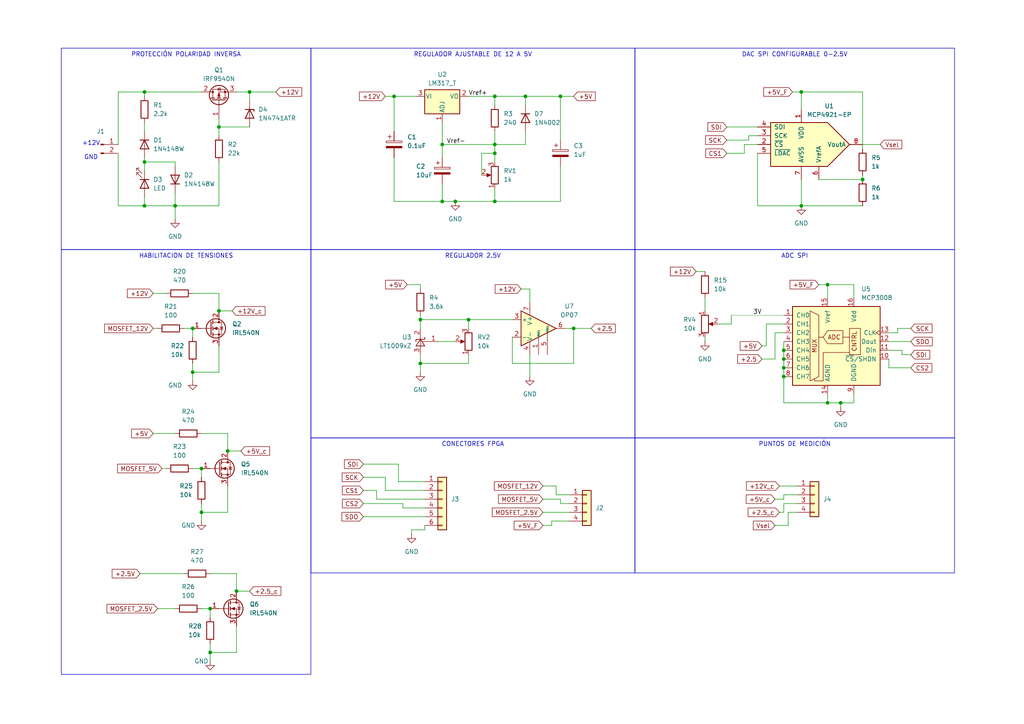
<source format=kicad_sch>
(kicad_sch
	(version 20250114)
	(generator "eeschema")
	(generator_version "9.0")
	(uuid "03cb4eb5-4821-4614-a602-b5718b8b667e")
	(paper "A4")
	(title_block
		(title "Sistema electrónico monitorizado mediante FPGA")
		(date "2025-06-03")
		(rev "v1")
		(company "Hugo Sánchez Rey")
	)
	(lib_symbols
		(symbol "Amplifier_Operational:LM741"
			(pin_names
				(offset 0.127)
			)
			(exclude_from_sim no)
			(in_bom yes)
			(on_board yes)
			(property "Reference" "U"
				(at 0 6.35 0)
				(effects
					(font
						(size 1.27 1.27)
					)
					(justify left)
				)
			)
			(property "Value" "LM741"
				(at 0 3.81 0)
				(effects
					(font
						(size 1.27 1.27)
					)
					(justify left)
				)
			)
			(property "Footprint" ""
				(at 1.27 1.27 0)
				(effects
					(font
						(size 1.27 1.27)
					)
					(hide yes)
				)
			)
			(property "Datasheet" "http://www.ti.com/lit/ds/symlink/lm741.pdf"
				(at 3.81 3.81 0)
				(effects
					(font
						(size 1.27 1.27)
					)
					(hide yes)
				)
			)
			(property "Description" "Operational Amplifier, DIP-8/TO-99-8"
				(at 0 0 0)
				(effects
					(font
						(size 1.27 1.27)
					)
					(hide yes)
				)
			)
			(property "ki_keywords" "single opamp"
				(at 0 0 0)
				(effects
					(font
						(size 1.27 1.27)
					)
					(hide yes)
				)
			)
			(property "ki_fp_filters" "SOIC*3.9x4.9mm*P1.27mm* DIP*W7.62mm* TSSOP*3x3mm*P0.65mm*"
				(at 0 0 0)
				(effects
					(font
						(size 1.27 1.27)
					)
					(hide yes)
				)
			)
			(symbol "LM741_0_1"
				(polyline
					(pts
						(xy -5.08 5.08) (xy 5.08 0) (xy -5.08 -5.08) (xy -5.08 5.08)
					)
					(stroke
						(width 0.254)
						(type default)
					)
					(fill
						(type background)
					)
				)
			)
			(symbol "LM741_1_1"
				(pin input line
					(at -7.62 2.54 0)
					(length 2.54)
					(name "+"
						(effects
							(font
								(size 1.27 1.27)
							)
						)
					)
					(number "3"
						(effects
							(font
								(size 1.27 1.27)
							)
						)
					)
				)
				(pin input line
					(at -7.62 -2.54 0)
					(length 2.54)
					(name "-"
						(effects
							(font
								(size 1.27 1.27)
							)
						)
					)
					(number "2"
						(effects
							(font
								(size 1.27 1.27)
							)
						)
					)
				)
				(pin power_in line
					(at -2.54 7.62 270)
					(length 3.81)
					(name "V+"
						(effects
							(font
								(size 1.27 1.27)
							)
						)
					)
					(number "7"
						(effects
							(font
								(size 1.27 1.27)
							)
						)
					)
				)
				(pin power_in line
					(at -2.54 -7.62 90)
					(length 3.81)
					(name "V-"
						(effects
							(font
								(size 1.27 1.27)
							)
						)
					)
					(number "4"
						(effects
							(font
								(size 1.27 1.27)
							)
						)
					)
				)
				(pin no_connect line
					(at 0 2.54 270)
					(length 2.54)
					(hide yes)
					(name "NC"
						(effects
							(font
								(size 1.27 1.27)
							)
						)
					)
					(number "8"
						(effects
							(font
								(size 1.27 1.27)
							)
						)
					)
				)
				(pin input line
					(at 0 -7.62 90)
					(length 5.08)
					(name "NULL"
						(effects
							(font
								(size 0.508 0.508)
							)
						)
					)
					(number "1"
						(effects
							(font
								(size 1.27 1.27)
							)
						)
					)
				)
				(pin input line
					(at 2.54 -7.62 90)
					(length 6.35)
					(name "NULL"
						(effects
							(font
								(size 0.508 0.508)
							)
						)
					)
					(number "5"
						(effects
							(font
								(size 1.27 1.27)
							)
						)
					)
				)
				(pin output line
					(at 7.62 0 180)
					(length 2.54)
					(name "~"
						(effects
							(font
								(size 1.27 1.27)
							)
						)
					)
					(number "6"
						(effects
							(font
								(size 1.27 1.27)
							)
						)
					)
				)
			)
			(embedded_fonts no)
		)
		(symbol "Analog_ADC:MCP3008"
			(pin_names
				(offset 1.016)
			)
			(exclude_from_sim no)
			(in_bom yes)
			(on_board yes)
			(property "Reference" "U"
				(at -5.08 13.335 0)
				(effects
					(font
						(size 1.27 1.27)
					)
					(justify right)
				)
			)
			(property "Value" "MCP3008"
				(at -5.08 11.43 0)
				(effects
					(font
						(size 1.27 1.27)
					)
					(justify right)
				)
			)
			(property "Footprint" ""
				(at 2.54 2.54 0)
				(effects
					(font
						(size 1.27 1.27)
					)
					(hide yes)
				)
			)
			(property "Datasheet" "http://ww1.microchip.com/downloads/en/DeviceDoc/21295d.pdf"
				(at 2.54 2.54 0)
				(effects
					(font
						(size 1.27 1.27)
					)
					(hide yes)
				)
			)
			(property "Description" "A/D Converter, 10-Bit, 8-Channel, SPI Interface , 2.7V-5.5V"
				(at 0 0 0)
				(effects
					(font
						(size 1.27 1.27)
					)
					(hide yes)
				)
			)
			(property "ki_keywords" "12bit ADC Reference Single Supply SPI 8CH"
				(at 0 0 0)
				(effects
					(font
						(size 1.27 1.27)
					)
					(hide yes)
				)
			)
			(property "ki_fp_filters" "DIP*W7.62mm* SOIC*3.9x9.9mm*P1.27mm*"
				(at 0 0 0)
				(effects
					(font
						(size 1.27 1.27)
					)
					(hide yes)
				)
			)
			(symbol "MCP3008_0_0"
				(text "MUX"
					(at -6.35 -1.27 900)
					(effects
						(font
							(size 1.27 1.27)
						)
					)
				)
				(text "ADC"
					(at -0.635 1.27 0)
					(effects
						(font
							(size 1.27 1.27)
						)
					)
				)
				(text "CNTRL"
					(at 5.969 -2.921 900)
					(effects
						(font
							(size 1.27 1.27)
						)
						(justify left bottom)
					)
				)
			)
			(symbol "MCP3008_0_1"
				(polyline
					(pts
						(xy -7.62 8.89) (xy -7.62 -11.43) (xy -5.08 -10.16) (xy -5.08 7.62) (xy -7.62 8.89)
					)
					(stroke
						(width 0)
						(type default)
					)
					(fill
						(type none)
					)
				)
				(polyline
					(pts
						(xy -3.81 1.27) (xy -5.08 1.27)
					)
					(stroke
						(width 0)
						(type default)
					)
					(fill
						(type none)
					)
				)
				(polyline
					(pts
						(xy 1.905 3.175) (xy 1.905 -0.635) (xy -2.54 -0.635) (xy -3.81 1.27) (xy -2.54 3.175) (xy 1.905 3.175)
					)
					(stroke
						(width 0)
						(type default)
					)
					(fill
						(type none)
					)
				)
				(polyline
					(pts
						(xy 1.905 1.27) (xy 3.81 1.27)
					)
					(stroke
						(width 0)
						(type default)
					)
					(fill
						(type none)
					)
				)
				(polyline
					(pts
						(xy 3.81 -3.175) (xy -3.81 -3.175) (xy -3.81 -11.43) (xy -6.35 -11.43) (xy -6.35 -10.795)
					)
					(stroke
						(width 0)
						(type default)
					)
					(fill
						(type none)
					)
				)
				(rectangle
					(start 3.81 -3.81)
					(end 6.985 3.81)
					(stroke
						(width 0)
						(type default)
					)
					(fill
						(type none)
					)
				)
				(rectangle
					(start 12.7 -12.7)
					(end -12.7 10.16)
					(stroke
						(width 0.254)
						(type default)
					)
					(fill
						(type background)
					)
				)
			)
			(symbol "MCP3008_1_1"
				(pin input line
					(at -15.24 7.62 0)
					(length 2.54)
					(name "CH0"
						(effects
							(font
								(size 1.27 1.27)
							)
						)
					)
					(number "1"
						(effects
							(font
								(size 1.27 1.27)
							)
						)
					)
				)
				(pin input line
					(at -15.24 5.08 0)
					(length 2.54)
					(name "CH1"
						(effects
							(font
								(size 1.27 1.27)
							)
						)
					)
					(number "2"
						(effects
							(font
								(size 1.27 1.27)
							)
						)
					)
				)
				(pin input line
					(at -15.24 2.54 0)
					(length 2.54)
					(name "CH2"
						(effects
							(font
								(size 1.27 1.27)
							)
						)
					)
					(number "3"
						(effects
							(font
								(size 1.27 1.27)
							)
						)
					)
				)
				(pin input line
					(at -15.24 0 0)
					(length 2.54)
					(name "CH3"
						(effects
							(font
								(size 1.27 1.27)
							)
						)
					)
					(number "4"
						(effects
							(font
								(size 1.27 1.27)
							)
						)
					)
				)
				(pin input line
					(at -15.24 -2.54 0)
					(length 2.54)
					(name "CH4"
						(effects
							(font
								(size 1.27 1.27)
							)
						)
					)
					(number "5"
						(effects
							(font
								(size 1.27 1.27)
							)
						)
					)
				)
				(pin input line
					(at -15.24 -5.08 0)
					(length 2.54)
					(name "CH5"
						(effects
							(font
								(size 1.27 1.27)
							)
						)
					)
					(number "6"
						(effects
							(font
								(size 1.27 1.27)
							)
						)
					)
				)
				(pin input line
					(at -15.24 -7.62 0)
					(length 2.54)
					(name "CH6"
						(effects
							(font
								(size 1.27 1.27)
							)
						)
					)
					(number "7"
						(effects
							(font
								(size 1.27 1.27)
							)
						)
					)
				)
				(pin input line
					(at -15.24 -10.16 0)
					(length 2.54)
					(name "CH7"
						(effects
							(font
								(size 1.27 1.27)
							)
						)
					)
					(number "8"
						(effects
							(font
								(size 1.27 1.27)
							)
						)
					)
				)
				(pin power_in line
					(at -2.54 12.7 270)
					(length 2.54)
					(name "Vref"
						(effects
							(font
								(size 1.27 1.27)
							)
						)
					)
					(number "15"
						(effects
							(font
								(size 1.27 1.27)
							)
						)
					)
				)
				(pin power_in line
					(at -2.54 -15.24 90)
					(length 2.54)
					(name "AGND"
						(effects
							(font
								(size 1.27 1.27)
							)
						)
					)
					(number "14"
						(effects
							(font
								(size 1.27 1.27)
							)
						)
					)
				)
				(pin power_in line
					(at 5.08 12.7 270)
					(length 2.54)
					(name "Vdd"
						(effects
							(font
								(size 1.27 1.27)
							)
						)
					)
					(number "16"
						(effects
							(font
								(size 1.27 1.27)
							)
						)
					)
				)
				(pin power_in line
					(at 5.08 -15.24 90)
					(length 2.54)
					(name "DGND"
						(effects
							(font
								(size 1.27 1.27)
							)
						)
					)
					(number "9"
						(effects
							(font
								(size 1.27 1.27)
							)
						)
					)
				)
				(pin input clock
					(at 15.24 2.54 180)
					(length 2.54)
					(name "CLK"
						(effects
							(font
								(size 1.27 1.27)
							)
						)
					)
					(number "13"
						(effects
							(font
								(size 1.27 1.27)
							)
						)
					)
				)
				(pin output line
					(at 15.24 0 180)
					(length 2.54)
					(name "Dout"
						(effects
							(font
								(size 1.27 1.27)
							)
						)
					)
					(number "12"
						(effects
							(font
								(size 1.27 1.27)
							)
						)
					)
				)
				(pin input line
					(at 15.24 -2.54 180)
					(length 2.54)
					(name "Din"
						(effects
							(font
								(size 1.27 1.27)
							)
						)
					)
					(number "11"
						(effects
							(font
								(size 1.27 1.27)
							)
						)
					)
				)
				(pin input line
					(at 15.24 -5.08 180)
					(length 2.54)
					(name "~{CS}/SHDN"
						(effects
							(font
								(size 1.27 1.27)
							)
						)
					)
					(number "10"
						(effects
							(font
								(size 1.27 1.27)
							)
						)
					)
				)
			)
			(embedded_fonts no)
		)
		(symbol "Analog_DAC:MCP4921-EP"
			(pin_names
				(offset 1.016)
			)
			(exclude_from_sim no)
			(in_bom yes)
			(on_board yes)
			(property "Reference" "U"
				(at -11.43 7.62 0)
				(effects
					(font
						(size 1.27 1.27)
					)
					(justify left)
				)
			)
			(property "Value" "MCP4921-EP"
				(at 0 7.62 0)
				(effects
					(font
						(size 1.27 1.27)
					)
					(justify left)
				)
			)
			(property "Footprint" ""
				(at 0 0 0)
				(effects
					(font
						(size 1.27 1.27)
						(italic yes)
					)
					(hide yes)
				)
			)
			(property "Datasheet" "http://ww1.microchip.com/downloads/en/devicedoc/21897a.pdf"
				(at 0 0 0)
				(effects
					(font
						(size 1.27 1.27)
					)
					(hide yes)
				)
			)
			(property "Description" "Single 12-bit Digital to Analog Converter, SPI Interface, PDIP-8"
				(at 0 0 0)
				(effects
					(font
						(size 1.27 1.27)
					)
					(hide yes)
				)
			)
			(property "ki_keywords" "Single DAC 1ch 12bit SPI"
				(at 0 0 0)
				(effects
					(font
						(size 1.27 1.27)
					)
					(hide yes)
				)
			)
			(property "ki_fp_filters" "MSOP* SOIC* DIP* PDIP*"
				(at 0 0 0)
				(effects
					(font
						(size 1.27 1.27)
					)
					(hide yes)
				)
			)
			(symbol "MCP4921-EP_0_1"
				(polyline
					(pts
						(xy -11.43 6.35) (xy 5.08 6.35) (xy 11.43 0) (xy 5.08 -6.35) (xy -11.43 -6.35) (xy -11.43 6.35)
					)
					(stroke
						(width 0.254)
						(type default)
					)
					(fill
						(type background)
					)
				)
			)
			(symbol "MCP4921-EP_1_1"
				(pin input line
					(at -15.24 5.08 0)
					(length 3.81)
					(name "SDI"
						(effects
							(font
								(size 1.27 1.27)
							)
						)
					)
					(number "4"
						(effects
							(font
								(size 1.27 1.27)
							)
						)
					)
				)
				(pin input line
					(at -15.24 2.54 0)
					(length 3.81)
					(name "SCK"
						(effects
							(font
								(size 1.27 1.27)
							)
						)
					)
					(number "3"
						(effects
							(font
								(size 1.27 1.27)
							)
						)
					)
				)
				(pin input line
					(at -15.24 0 0)
					(length 3.81)
					(name "~{CS}"
						(effects
							(font
								(size 1.27 1.27)
							)
						)
					)
					(number "2"
						(effects
							(font
								(size 1.27 1.27)
							)
						)
					)
				)
				(pin input line
					(at -15.24 -2.54 0)
					(length 3.81)
					(name "~{LDAC}"
						(effects
							(font
								(size 1.27 1.27)
							)
						)
					)
					(number "5"
						(effects
							(font
								(size 1.27 1.27)
							)
						)
					)
				)
				(pin power_in line
					(at -2.54 10.16 270)
					(length 3.81)
					(name "VDD"
						(effects
							(font
								(size 1.27 1.27)
							)
						)
					)
					(number "1"
						(effects
							(font
								(size 1.27 1.27)
							)
						)
					)
				)
				(pin power_in line
					(at -2.54 -10.16 90)
					(length 3.81)
					(name "AVSS"
						(effects
							(font
								(size 1.27 1.27)
							)
						)
					)
					(number "7"
						(effects
							(font
								(size 1.27 1.27)
							)
						)
					)
				)
				(pin passive line
					(at 2.54 -10.16 90)
					(length 3.81)
					(name "VrefA"
						(effects
							(font
								(size 1.27 1.27)
							)
						)
					)
					(number "6"
						(effects
							(font
								(size 1.27 1.27)
							)
						)
					)
				)
				(pin passive line
					(at 15.24 0 180)
					(length 3.81)
					(name "VoutA"
						(effects
							(font
								(size 1.27 1.27)
							)
						)
					)
					(number "8"
						(effects
							(font
								(size 1.27 1.27)
							)
						)
					)
				)
			)
			(embedded_fonts no)
		)
		(symbol "Connector:Conn_01x02_Pin"
			(pin_names
				(offset 1.016)
				(hide yes)
			)
			(exclude_from_sim no)
			(in_bom yes)
			(on_board yes)
			(property "Reference" "J"
				(at 0 2.54 0)
				(effects
					(font
						(size 1.27 1.27)
					)
				)
			)
			(property "Value" "Conn_01x02_Pin"
				(at 0 -5.08 0)
				(effects
					(font
						(size 1.27 1.27)
					)
				)
			)
			(property "Footprint" ""
				(at 0 0 0)
				(effects
					(font
						(size 1.27 1.27)
					)
					(hide yes)
				)
			)
			(property "Datasheet" "~"
				(at 0 0 0)
				(effects
					(font
						(size 1.27 1.27)
					)
					(hide yes)
				)
			)
			(property "Description" "Generic connector, single row, 01x02, script generated"
				(at 0 0 0)
				(effects
					(font
						(size 1.27 1.27)
					)
					(hide yes)
				)
			)
			(property "ki_locked" ""
				(at 0 0 0)
				(effects
					(font
						(size 1.27 1.27)
					)
				)
			)
			(property "ki_keywords" "connector"
				(at 0 0 0)
				(effects
					(font
						(size 1.27 1.27)
					)
					(hide yes)
				)
			)
			(property "ki_fp_filters" "Connector*:*_1x??_*"
				(at 0 0 0)
				(effects
					(font
						(size 1.27 1.27)
					)
					(hide yes)
				)
			)
			(symbol "Conn_01x02_Pin_1_1"
				(rectangle
					(start 0.8636 0.127)
					(end 0 -0.127)
					(stroke
						(width 0.1524)
						(type default)
					)
					(fill
						(type outline)
					)
				)
				(rectangle
					(start 0.8636 -2.413)
					(end 0 -2.667)
					(stroke
						(width 0.1524)
						(type default)
					)
					(fill
						(type outline)
					)
				)
				(polyline
					(pts
						(xy 1.27 0) (xy 0.8636 0)
					)
					(stroke
						(width 0.1524)
						(type default)
					)
					(fill
						(type none)
					)
				)
				(polyline
					(pts
						(xy 1.27 -2.54) (xy 0.8636 -2.54)
					)
					(stroke
						(width 0.1524)
						(type default)
					)
					(fill
						(type none)
					)
				)
				(pin passive line
					(at 5.08 0 180)
					(length 3.81)
					(name "Pin_1"
						(effects
							(font
								(size 1.27 1.27)
							)
						)
					)
					(number "1"
						(effects
							(font
								(size 1.27 1.27)
							)
						)
					)
				)
				(pin passive line
					(at 5.08 -2.54 180)
					(length 3.81)
					(name "Pin_2"
						(effects
							(font
								(size 1.27 1.27)
							)
						)
					)
					(number "2"
						(effects
							(font
								(size 1.27 1.27)
							)
						)
					)
				)
			)
			(embedded_fonts no)
		)
		(symbol "Connector_Generic:Conn_01x04"
			(pin_names
				(offset 1.016)
				(hide yes)
			)
			(exclude_from_sim no)
			(in_bom yes)
			(on_board yes)
			(property "Reference" "J"
				(at 0 5.08 0)
				(effects
					(font
						(size 1.27 1.27)
					)
				)
			)
			(property "Value" "Conn_01x04"
				(at 0 -7.62 0)
				(effects
					(font
						(size 1.27 1.27)
					)
				)
			)
			(property "Footprint" ""
				(at 0 0 0)
				(effects
					(font
						(size 1.27 1.27)
					)
					(hide yes)
				)
			)
			(property "Datasheet" "~"
				(at 0 0 0)
				(effects
					(font
						(size 1.27 1.27)
					)
					(hide yes)
				)
			)
			(property "Description" "Generic connector, single row, 01x04, script generated (kicad-library-utils/schlib/autogen/connector/)"
				(at 0 0 0)
				(effects
					(font
						(size 1.27 1.27)
					)
					(hide yes)
				)
			)
			(property "ki_keywords" "connector"
				(at 0 0 0)
				(effects
					(font
						(size 1.27 1.27)
					)
					(hide yes)
				)
			)
			(property "ki_fp_filters" "Connector*:*_1x??_*"
				(at 0 0 0)
				(effects
					(font
						(size 1.27 1.27)
					)
					(hide yes)
				)
			)
			(symbol "Conn_01x04_1_1"
				(rectangle
					(start -1.27 3.81)
					(end 1.27 -6.35)
					(stroke
						(width 0.254)
						(type default)
					)
					(fill
						(type background)
					)
				)
				(rectangle
					(start -1.27 2.667)
					(end 0 2.413)
					(stroke
						(width 0.1524)
						(type default)
					)
					(fill
						(type none)
					)
				)
				(rectangle
					(start -1.27 0.127)
					(end 0 -0.127)
					(stroke
						(width 0.1524)
						(type default)
					)
					(fill
						(type none)
					)
				)
				(rectangle
					(start -1.27 -2.413)
					(end 0 -2.667)
					(stroke
						(width 0.1524)
						(type default)
					)
					(fill
						(type none)
					)
				)
				(rectangle
					(start -1.27 -4.953)
					(end 0 -5.207)
					(stroke
						(width 0.1524)
						(type default)
					)
					(fill
						(type none)
					)
				)
				(pin passive line
					(at -5.08 2.54 0)
					(length 3.81)
					(name "Pin_1"
						(effects
							(font
								(size 1.27 1.27)
							)
						)
					)
					(number "1"
						(effects
							(font
								(size 1.27 1.27)
							)
						)
					)
				)
				(pin passive line
					(at -5.08 0 0)
					(length 3.81)
					(name "Pin_2"
						(effects
							(font
								(size 1.27 1.27)
							)
						)
					)
					(number "2"
						(effects
							(font
								(size 1.27 1.27)
							)
						)
					)
				)
				(pin passive line
					(at -5.08 -2.54 0)
					(length 3.81)
					(name "Pin_3"
						(effects
							(font
								(size 1.27 1.27)
							)
						)
					)
					(number "3"
						(effects
							(font
								(size 1.27 1.27)
							)
						)
					)
				)
				(pin passive line
					(at -5.08 -5.08 0)
					(length 3.81)
					(name "Pin_4"
						(effects
							(font
								(size 1.27 1.27)
							)
						)
					)
					(number "4"
						(effects
							(font
								(size 1.27 1.27)
							)
						)
					)
				)
			)
			(embedded_fonts no)
		)
		(symbol "Connector_Generic:Conn_01x06"
			(pin_names
				(offset 1.016)
				(hide yes)
			)
			(exclude_from_sim no)
			(in_bom yes)
			(on_board yes)
			(property "Reference" "J"
				(at 0 7.62 0)
				(effects
					(font
						(size 1.27 1.27)
					)
				)
			)
			(property "Value" "Conn_01x06"
				(at 0 -10.16 0)
				(effects
					(font
						(size 1.27 1.27)
					)
				)
			)
			(property "Footprint" ""
				(at 0 0 0)
				(effects
					(font
						(size 1.27 1.27)
					)
					(hide yes)
				)
			)
			(property "Datasheet" "~"
				(at 0 0 0)
				(effects
					(font
						(size 1.27 1.27)
					)
					(hide yes)
				)
			)
			(property "Description" "Generic connector, single row, 01x06, script generated (kicad-library-utils/schlib/autogen/connector/)"
				(at 0 0 0)
				(effects
					(font
						(size 1.27 1.27)
					)
					(hide yes)
				)
			)
			(property "ki_keywords" "connector"
				(at 0 0 0)
				(effects
					(font
						(size 1.27 1.27)
					)
					(hide yes)
				)
			)
			(property "ki_fp_filters" "Connector*:*_1x??_*"
				(at 0 0 0)
				(effects
					(font
						(size 1.27 1.27)
					)
					(hide yes)
				)
			)
			(symbol "Conn_01x06_1_1"
				(rectangle
					(start -1.27 6.35)
					(end 1.27 -8.89)
					(stroke
						(width 0.254)
						(type default)
					)
					(fill
						(type background)
					)
				)
				(rectangle
					(start -1.27 5.207)
					(end 0 4.953)
					(stroke
						(width 0.1524)
						(type default)
					)
					(fill
						(type none)
					)
				)
				(rectangle
					(start -1.27 2.667)
					(end 0 2.413)
					(stroke
						(width 0.1524)
						(type default)
					)
					(fill
						(type none)
					)
				)
				(rectangle
					(start -1.27 0.127)
					(end 0 -0.127)
					(stroke
						(width 0.1524)
						(type default)
					)
					(fill
						(type none)
					)
				)
				(rectangle
					(start -1.27 -2.413)
					(end 0 -2.667)
					(stroke
						(width 0.1524)
						(type default)
					)
					(fill
						(type none)
					)
				)
				(rectangle
					(start -1.27 -4.953)
					(end 0 -5.207)
					(stroke
						(width 0.1524)
						(type default)
					)
					(fill
						(type none)
					)
				)
				(rectangle
					(start -1.27 -7.493)
					(end 0 -7.747)
					(stroke
						(width 0.1524)
						(type default)
					)
					(fill
						(type none)
					)
				)
				(pin passive line
					(at -5.08 5.08 0)
					(length 3.81)
					(name "Pin_1"
						(effects
							(font
								(size 1.27 1.27)
							)
						)
					)
					(number "1"
						(effects
							(font
								(size 1.27 1.27)
							)
						)
					)
				)
				(pin passive line
					(at -5.08 2.54 0)
					(length 3.81)
					(name "Pin_2"
						(effects
							(font
								(size 1.27 1.27)
							)
						)
					)
					(number "2"
						(effects
							(font
								(size 1.27 1.27)
							)
						)
					)
				)
				(pin passive line
					(at -5.08 0 0)
					(length 3.81)
					(name "Pin_3"
						(effects
							(font
								(size 1.27 1.27)
							)
						)
					)
					(number "3"
						(effects
							(font
								(size 1.27 1.27)
							)
						)
					)
				)
				(pin passive line
					(at -5.08 -2.54 0)
					(length 3.81)
					(name "Pin_4"
						(effects
							(font
								(size 1.27 1.27)
							)
						)
					)
					(number "4"
						(effects
							(font
								(size 1.27 1.27)
							)
						)
					)
				)
				(pin passive line
					(at -5.08 -5.08 0)
					(length 3.81)
					(name "Pin_5"
						(effects
							(font
								(size 1.27 1.27)
							)
						)
					)
					(number "5"
						(effects
							(font
								(size 1.27 1.27)
							)
						)
					)
				)
				(pin passive line
					(at -5.08 -7.62 0)
					(length 3.81)
					(name "Pin_6"
						(effects
							(font
								(size 1.27 1.27)
							)
						)
					)
					(number "6"
						(effects
							(font
								(size 1.27 1.27)
							)
						)
					)
				)
			)
			(embedded_fonts no)
		)
		(symbol "Device:C_Polarized"
			(pin_numbers
				(hide yes)
			)
			(pin_names
				(offset 0.254)
			)
			(exclude_from_sim no)
			(in_bom yes)
			(on_board yes)
			(property "Reference" "C"
				(at 0.635 2.54 0)
				(effects
					(font
						(size 1.27 1.27)
					)
					(justify left)
				)
			)
			(property "Value" "C_Polarized"
				(at 0.635 -2.54 0)
				(effects
					(font
						(size 1.27 1.27)
					)
					(justify left)
				)
			)
			(property "Footprint" ""
				(at 0.9652 -3.81 0)
				(effects
					(font
						(size 1.27 1.27)
					)
					(hide yes)
				)
			)
			(property "Datasheet" "~"
				(at 0 0 0)
				(effects
					(font
						(size 1.27 1.27)
					)
					(hide yes)
				)
			)
			(property "Description" "Polarized capacitor"
				(at 0 0 0)
				(effects
					(font
						(size 1.27 1.27)
					)
					(hide yes)
				)
			)
			(property "ki_keywords" "cap capacitor"
				(at 0 0 0)
				(effects
					(font
						(size 1.27 1.27)
					)
					(hide yes)
				)
			)
			(property "ki_fp_filters" "CP_*"
				(at 0 0 0)
				(effects
					(font
						(size 1.27 1.27)
					)
					(hide yes)
				)
			)
			(symbol "C_Polarized_0_1"
				(rectangle
					(start -2.286 0.508)
					(end 2.286 1.016)
					(stroke
						(width 0)
						(type default)
					)
					(fill
						(type none)
					)
				)
				(polyline
					(pts
						(xy -1.778 2.286) (xy -0.762 2.286)
					)
					(stroke
						(width 0)
						(type default)
					)
					(fill
						(type none)
					)
				)
				(polyline
					(pts
						(xy -1.27 2.794) (xy -1.27 1.778)
					)
					(stroke
						(width 0)
						(type default)
					)
					(fill
						(type none)
					)
				)
				(rectangle
					(start 2.286 -0.508)
					(end -2.286 -1.016)
					(stroke
						(width 0)
						(type default)
					)
					(fill
						(type outline)
					)
				)
			)
			(symbol "C_Polarized_1_1"
				(pin passive line
					(at 0 3.81 270)
					(length 2.794)
					(name "~"
						(effects
							(font
								(size 1.27 1.27)
							)
						)
					)
					(number "1"
						(effects
							(font
								(size 1.27 1.27)
							)
						)
					)
				)
				(pin passive line
					(at 0 -3.81 90)
					(length 2.794)
					(name "~"
						(effects
							(font
								(size 1.27 1.27)
							)
						)
					)
					(number "2"
						(effects
							(font
								(size 1.27 1.27)
							)
						)
					)
				)
			)
			(embedded_fonts no)
		)
		(symbol "Device:LED"
			(pin_numbers
				(hide yes)
			)
			(pin_names
				(offset 1.016)
				(hide yes)
			)
			(exclude_from_sim no)
			(in_bom yes)
			(on_board yes)
			(property "Reference" "D"
				(at 0 2.54 0)
				(effects
					(font
						(size 1.27 1.27)
					)
				)
			)
			(property "Value" "LED"
				(at 0 -2.54 0)
				(effects
					(font
						(size 1.27 1.27)
					)
				)
			)
			(property "Footprint" ""
				(at 0 0 0)
				(effects
					(font
						(size 1.27 1.27)
					)
					(hide yes)
				)
			)
			(property "Datasheet" "~"
				(at 0 0 0)
				(effects
					(font
						(size 1.27 1.27)
					)
					(hide yes)
				)
			)
			(property "Description" "Light emitting diode"
				(at 0 0 0)
				(effects
					(font
						(size 1.27 1.27)
					)
					(hide yes)
				)
			)
			(property "Sim.Pins" "1=K 2=A"
				(at 0 0 0)
				(effects
					(font
						(size 1.27 1.27)
					)
					(hide yes)
				)
			)
			(property "ki_keywords" "LED diode"
				(at 0 0 0)
				(effects
					(font
						(size 1.27 1.27)
					)
					(hide yes)
				)
			)
			(property "ki_fp_filters" "LED* LED_SMD:* LED_THT:*"
				(at 0 0 0)
				(effects
					(font
						(size 1.27 1.27)
					)
					(hide yes)
				)
			)
			(symbol "LED_0_1"
				(polyline
					(pts
						(xy -3.048 -0.762) (xy -4.572 -2.286) (xy -3.81 -2.286) (xy -4.572 -2.286) (xy -4.572 -1.524)
					)
					(stroke
						(width 0)
						(type default)
					)
					(fill
						(type none)
					)
				)
				(polyline
					(pts
						(xy -1.778 -0.762) (xy -3.302 -2.286) (xy -2.54 -2.286) (xy -3.302 -2.286) (xy -3.302 -1.524)
					)
					(stroke
						(width 0)
						(type default)
					)
					(fill
						(type none)
					)
				)
				(polyline
					(pts
						(xy -1.27 0) (xy 1.27 0)
					)
					(stroke
						(width 0)
						(type default)
					)
					(fill
						(type none)
					)
				)
				(polyline
					(pts
						(xy -1.27 -1.27) (xy -1.27 1.27)
					)
					(stroke
						(width 0.254)
						(type default)
					)
					(fill
						(type none)
					)
				)
				(polyline
					(pts
						(xy 1.27 -1.27) (xy 1.27 1.27) (xy -1.27 0) (xy 1.27 -1.27)
					)
					(stroke
						(width 0.254)
						(type default)
					)
					(fill
						(type none)
					)
				)
			)
			(symbol "LED_1_1"
				(pin passive line
					(at -3.81 0 0)
					(length 2.54)
					(name "K"
						(effects
							(font
								(size 1.27 1.27)
							)
						)
					)
					(number "1"
						(effects
							(font
								(size 1.27 1.27)
							)
						)
					)
				)
				(pin passive line
					(at 3.81 0 180)
					(length 2.54)
					(name "A"
						(effects
							(font
								(size 1.27 1.27)
							)
						)
					)
					(number "2"
						(effects
							(font
								(size 1.27 1.27)
							)
						)
					)
				)
			)
			(embedded_fonts no)
		)
		(symbol "Device:R"
			(pin_numbers
				(hide yes)
			)
			(pin_names
				(offset 0)
			)
			(exclude_from_sim no)
			(in_bom yes)
			(on_board yes)
			(property "Reference" "R"
				(at 2.032 0 90)
				(effects
					(font
						(size 1.27 1.27)
					)
				)
			)
			(property "Value" "R"
				(at 0 0 90)
				(effects
					(font
						(size 1.27 1.27)
					)
				)
			)
			(property "Footprint" ""
				(at -1.778 0 90)
				(effects
					(font
						(size 1.27 1.27)
					)
					(hide yes)
				)
			)
			(property "Datasheet" "~"
				(at 0 0 0)
				(effects
					(font
						(size 1.27 1.27)
					)
					(hide yes)
				)
			)
			(property "Description" "Resistor"
				(at 0 0 0)
				(effects
					(font
						(size 1.27 1.27)
					)
					(hide yes)
				)
			)
			(property "ki_keywords" "R res resistor"
				(at 0 0 0)
				(effects
					(font
						(size 1.27 1.27)
					)
					(hide yes)
				)
			)
			(property "ki_fp_filters" "R_*"
				(at 0 0 0)
				(effects
					(font
						(size 1.27 1.27)
					)
					(hide yes)
				)
			)
			(symbol "R_0_1"
				(rectangle
					(start -1.016 -2.54)
					(end 1.016 2.54)
					(stroke
						(width 0.254)
						(type default)
					)
					(fill
						(type none)
					)
				)
			)
			(symbol "R_1_1"
				(pin passive line
					(at 0 3.81 270)
					(length 1.27)
					(name "~"
						(effects
							(font
								(size 1.27 1.27)
							)
						)
					)
					(number "1"
						(effects
							(font
								(size 1.27 1.27)
							)
						)
					)
				)
				(pin passive line
					(at 0 -3.81 90)
					(length 1.27)
					(name "~"
						(effects
							(font
								(size 1.27 1.27)
							)
						)
					)
					(number "2"
						(effects
							(font
								(size 1.27 1.27)
							)
						)
					)
				)
			)
			(embedded_fonts no)
		)
		(symbol "Device:R_Potentiometer"
			(pin_names
				(offset 1.016)
				(hide yes)
			)
			(exclude_from_sim no)
			(in_bom yes)
			(on_board yes)
			(property "Reference" "RV"
				(at -4.445 0 90)
				(effects
					(font
						(size 1.27 1.27)
					)
				)
			)
			(property "Value" "R_Potentiometer"
				(at -2.54 0 90)
				(effects
					(font
						(size 1.27 1.27)
					)
				)
			)
			(property "Footprint" ""
				(at 0 0 0)
				(effects
					(font
						(size 1.27 1.27)
					)
					(hide yes)
				)
			)
			(property "Datasheet" "~"
				(at 0 0 0)
				(effects
					(font
						(size 1.27 1.27)
					)
					(hide yes)
				)
			)
			(property "Description" "Potentiometer"
				(at 0 0 0)
				(effects
					(font
						(size 1.27 1.27)
					)
					(hide yes)
				)
			)
			(property "ki_keywords" "resistor variable"
				(at 0 0 0)
				(effects
					(font
						(size 1.27 1.27)
					)
					(hide yes)
				)
			)
			(property "ki_fp_filters" "Potentiometer*"
				(at 0 0 0)
				(effects
					(font
						(size 1.27 1.27)
					)
					(hide yes)
				)
			)
			(symbol "R_Potentiometer_0_1"
				(rectangle
					(start 1.016 2.54)
					(end -1.016 -2.54)
					(stroke
						(width 0.254)
						(type default)
					)
					(fill
						(type none)
					)
				)
				(polyline
					(pts
						(xy 1.143 0) (xy 2.286 0.508) (xy 2.286 -0.508) (xy 1.143 0)
					)
					(stroke
						(width 0)
						(type default)
					)
					(fill
						(type outline)
					)
				)
				(polyline
					(pts
						(xy 2.54 0) (xy 1.524 0)
					)
					(stroke
						(width 0)
						(type default)
					)
					(fill
						(type none)
					)
				)
			)
			(symbol "R_Potentiometer_1_1"
				(pin passive line
					(at 0 3.81 270)
					(length 1.27)
					(name "1"
						(effects
							(font
								(size 1.27 1.27)
							)
						)
					)
					(number "1"
						(effects
							(font
								(size 1.27 1.27)
							)
						)
					)
				)
				(pin passive line
					(at 0 -3.81 90)
					(length 1.27)
					(name "3"
						(effects
							(font
								(size 1.27 1.27)
							)
						)
					)
					(number "3"
						(effects
							(font
								(size 1.27 1.27)
							)
						)
					)
				)
				(pin passive line
					(at 3.81 0 180)
					(length 1.27)
					(name "2"
						(effects
							(font
								(size 1.27 1.27)
							)
						)
					)
					(number "2"
						(effects
							(font
								(size 1.27 1.27)
							)
						)
					)
				)
			)
			(embedded_fonts no)
		)
		(symbol "Diode:1N4002"
			(pin_numbers
				(hide yes)
			)
			(pin_names
				(hide yes)
			)
			(exclude_from_sim no)
			(in_bom yes)
			(on_board yes)
			(property "Reference" "D"
				(at 0 2.54 0)
				(effects
					(font
						(size 1.27 1.27)
					)
				)
			)
			(property "Value" "1N4002"
				(at 0 -2.54 0)
				(effects
					(font
						(size 1.27 1.27)
					)
				)
			)
			(property "Footprint" "Diode_THT:D_DO-41_SOD81_P10.16mm_Horizontal"
				(at 0 -4.445 0)
				(effects
					(font
						(size 1.27 1.27)
					)
					(hide yes)
				)
			)
			(property "Datasheet" "http://www.vishay.com/docs/88503/1n4001.pdf"
				(at 0 0 0)
				(effects
					(font
						(size 1.27 1.27)
					)
					(hide yes)
				)
			)
			(property "Description" "100V 1A General Purpose Rectifier Diode, DO-41"
				(at 0 0 0)
				(effects
					(font
						(size 1.27 1.27)
					)
					(hide yes)
				)
			)
			(property "Sim.Device" "D"
				(at 0 0 0)
				(effects
					(font
						(size 1.27 1.27)
					)
					(hide yes)
				)
			)
			(property "Sim.Pins" "1=K 2=A"
				(at 0 0 0)
				(effects
					(font
						(size 1.27 1.27)
					)
					(hide yes)
				)
			)
			(property "ki_keywords" "diode"
				(at 0 0 0)
				(effects
					(font
						(size 1.27 1.27)
					)
					(hide yes)
				)
			)
			(property "ki_fp_filters" "D*DO?41*"
				(at 0 0 0)
				(effects
					(font
						(size 1.27 1.27)
					)
					(hide yes)
				)
			)
			(symbol "1N4002_0_1"
				(polyline
					(pts
						(xy -1.27 1.27) (xy -1.27 -1.27)
					)
					(stroke
						(width 0.254)
						(type default)
					)
					(fill
						(type none)
					)
				)
				(polyline
					(pts
						(xy 1.27 1.27) (xy 1.27 -1.27) (xy -1.27 0) (xy 1.27 1.27)
					)
					(stroke
						(width 0.254)
						(type default)
					)
					(fill
						(type none)
					)
				)
				(polyline
					(pts
						(xy 1.27 0) (xy -1.27 0)
					)
					(stroke
						(width 0)
						(type default)
					)
					(fill
						(type none)
					)
				)
			)
			(symbol "1N4002_1_1"
				(pin passive line
					(at -3.81 0 0)
					(length 2.54)
					(name "K"
						(effects
							(font
								(size 1.27 1.27)
							)
						)
					)
					(number "1"
						(effects
							(font
								(size 1.27 1.27)
							)
						)
					)
				)
				(pin passive line
					(at 3.81 0 180)
					(length 2.54)
					(name "A"
						(effects
							(font
								(size 1.27 1.27)
							)
						)
					)
					(number "2"
						(effects
							(font
								(size 1.27 1.27)
							)
						)
					)
				)
			)
			(embedded_fonts no)
		)
		(symbol "Diode:1N4148"
			(pin_numbers
				(hide yes)
			)
			(pin_names
				(hide yes)
			)
			(exclude_from_sim no)
			(in_bom yes)
			(on_board yes)
			(property "Reference" "D"
				(at 0 2.54 0)
				(effects
					(font
						(size 1.27 1.27)
					)
				)
			)
			(property "Value" "1N4148"
				(at 0 -2.54 0)
				(effects
					(font
						(size 1.27 1.27)
					)
				)
			)
			(property "Footprint" "Diode_THT:D_DO-35_SOD27_P7.62mm_Horizontal"
				(at 0 0 0)
				(effects
					(font
						(size 1.27 1.27)
					)
					(hide yes)
				)
			)
			(property "Datasheet" "https://assets.nexperia.com/documents/data-sheet/1N4148_1N4448.pdf"
				(at 0 0 0)
				(effects
					(font
						(size 1.27 1.27)
					)
					(hide yes)
				)
			)
			(property "Description" "100V 0.15A standard switching diode, DO-35"
				(at 0 0 0)
				(effects
					(font
						(size 1.27 1.27)
					)
					(hide yes)
				)
			)
			(property "Sim.Device" "D"
				(at 0 0 0)
				(effects
					(font
						(size 1.27 1.27)
					)
					(hide yes)
				)
			)
			(property "Sim.Pins" "1=K 2=A"
				(at 0 0 0)
				(effects
					(font
						(size 1.27 1.27)
					)
					(hide yes)
				)
			)
			(property "ki_keywords" "diode"
				(at 0 0 0)
				(effects
					(font
						(size 1.27 1.27)
					)
					(hide yes)
				)
			)
			(property "ki_fp_filters" "D*DO?35*"
				(at 0 0 0)
				(effects
					(font
						(size 1.27 1.27)
					)
					(hide yes)
				)
			)
			(symbol "1N4148_0_1"
				(polyline
					(pts
						(xy -1.27 1.27) (xy -1.27 -1.27)
					)
					(stroke
						(width 0.254)
						(type default)
					)
					(fill
						(type none)
					)
				)
				(polyline
					(pts
						(xy 1.27 1.27) (xy 1.27 -1.27) (xy -1.27 0) (xy 1.27 1.27)
					)
					(stroke
						(width 0.254)
						(type default)
					)
					(fill
						(type none)
					)
				)
				(polyline
					(pts
						(xy 1.27 0) (xy -1.27 0)
					)
					(stroke
						(width 0)
						(type default)
					)
					(fill
						(type none)
					)
				)
			)
			(symbol "1N4148_1_1"
				(pin passive line
					(at -3.81 0 0)
					(length 2.54)
					(name "K"
						(effects
							(font
								(size 1.27 1.27)
							)
						)
					)
					(number "1"
						(effects
							(font
								(size 1.27 1.27)
							)
						)
					)
				)
				(pin passive line
					(at 3.81 0 180)
					(length 2.54)
					(name "A"
						(effects
							(font
								(size 1.27 1.27)
							)
						)
					)
					(number "2"
						(effects
							(font
								(size 1.27 1.27)
							)
						)
					)
				)
			)
			(embedded_fonts no)
		)
		(symbol "Diode:1N4148W"
			(pin_numbers
				(hide yes)
			)
			(pin_names
				(hide yes)
			)
			(exclude_from_sim no)
			(in_bom yes)
			(on_board yes)
			(property "Reference" "D"
				(at 0 2.54 0)
				(effects
					(font
						(size 1.27 1.27)
					)
				)
			)
			(property "Value" "1N4148W"
				(at 0 -2.54 0)
				(effects
					(font
						(size 1.27 1.27)
					)
				)
			)
			(property "Footprint" "Diode_SMD:D_SOD-123"
				(at 0 -4.445 0)
				(effects
					(font
						(size 1.27 1.27)
					)
					(hide yes)
				)
			)
			(property "Datasheet" "https://www.vishay.com/docs/85748/1n4148w.pdf"
				(at 0 0 0)
				(effects
					(font
						(size 1.27 1.27)
					)
					(hide yes)
				)
			)
			(property "Description" "75V 0.15A Fast Switching Diode, SOD-123"
				(at 0 0 0)
				(effects
					(font
						(size 1.27 1.27)
					)
					(hide yes)
				)
			)
			(property "Sim.Device" "D"
				(at 0 0 0)
				(effects
					(font
						(size 1.27 1.27)
					)
					(hide yes)
				)
			)
			(property "Sim.Pins" "1=K 2=A"
				(at 0 0 0)
				(effects
					(font
						(size 1.27 1.27)
					)
					(hide yes)
				)
			)
			(property "ki_keywords" "diode"
				(at 0 0 0)
				(effects
					(font
						(size 1.27 1.27)
					)
					(hide yes)
				)
			)
			(property "ki_fp_filters" "D*SOD?123*"
				(at 0 0 0)
				(effects
					(font
						(size 1.27 1.27)
					)
					(hide yes)
				)
			)
			(symbol "1N4148W_0_1"
				(polyline
					(pts
						(xy -1.27 1.27) (xy -1.27 -1.27)
					)
					(stroke
						(width 0.254)
						(type default)
					)
					(fill
						(type none)
					)
				)
				(polyline
					(pts
						(xy 1.27 1.27) (xy 1.27 -1.27) (xy -1.27 0) (xy 1.27 1.27)
					)
					(stroke
						(width 0.254)
						(type default)
					)
					(fill
						(type none)
					)
				)
				(polyline
					(pts
						(xy 1.27 0) (xy -1.27 0)
					)
					(stroke
						(width 0)
						(type default)
					)
					(fill
						(type none)
					)
				)
			)
			(symbol "1N4148W_1_1"
				(pin passive line
					(at -3.81 0 0)
					(length 2.54)
					(name "K"
						(effects
							(font
								(size 1.27 1.27)
							)
						)
					)
					(number "1"
						(effects
							(font
								(size 1.27 1.27)
							)
						)
					)
				)
				(pin passive line
					(at 3.81 0 180)
					(length 2.54)
					(name "A"
						(effects
							(font
								(size 1.27 1.27)
							)
						)
					)
					(number "2"
						(effects
							(font
								(size 1.27 1.27)
							)
						)
					)
				)
			)
			(embedded_fonts no)
		)
		(symbol "Diode:BZT52Bxx"
			(pin_numbers
				(hide yes)
			)
			(pin_names
				(hide yes)
			)
			(exclude_from_sim no)
			(in_bom yes)
			(on_board yes)
			(property "Reference" "D"
				(at 0 2.54 0)
				(effects
					(font
						(size 1.27 1.27)
					)
				)
			)
			(property "Value" "BZT52Bxx"
				(at 0 -2.54 0)
				(effects
					(font
						(size 1.27 1.27)
					)
				)
			)
			(property "Footprint" "Diode_SMD:D_SOD-123F"
				(at 0 -4.445 0)
				(effects
					(font
						(size 1.27 1.27)
					)
					(hide yes)
				)
			)
			(property "Datasheet" "https://diotec.com/tl_files/diotec/files/pdf/datasheets/bzt52b2v4.pdf"
				(at 0 0 0)
				(effects
					(font
						(size 1.27 1.27)
					)
					(hide yes)
				)
			)
			(property "Description" "500mW Zener Diode, SOD-123F"
				(at 0 0 0)
				(effects
					(font
						(size 1.27 1.27)
					)
					(hide yes)
				)
			)
			(property "ki_keywords" "zener diode"
				(at 0 0 0)
				(effects
					(font
						(size 1.27 1.27)
					)
					(hide yes)
				)
			)
			(property "ki_fp_filters" "D?SOD?123F*"
				(at 0 0 0)
				(effects
					(font
						(size 1.27 1.27)
					)
					(hide yes)
				)
			)
			(symbol "BZT52Bxx_0_1"
				(polyline
					(pts
						(xy -1.27 -1.27) (xy -1.27 1.27) (xy -0.762 1.27)
					)
					(stroke
						(width 0.254)
						(type default)
					)
					(fill
						(type none)
					)
				)
				(polyline
					(pts
						(xy 1.27 0) (xy -1.27 0)
					)
					(stroke
						(width 0)
						(type default)
					)
					(fill
						(type none)
					)
				)
				(polyline
					(pts
						(xy 1.27 -1.27) (xy 1.27 1.27) (xy -1.27 0) (xy 1.27 -1.27)
					)
					(stroke
						(width 0.254)
						(type default)
					)
					(fill
						(type none)
					)
				)
			)
			(symbol "BZT52Bxx_1_1"
				(pin passive line
					(at -3.81 0 0)
					(length 2.54)
					(name "K"
						(effects
							(font
								(size 1.27 1.27)
							)
						)
					)
					(number "1"
						(effects
							(font
								(size 1.27 1.27)
							)
						)
					)
				)
				(pin passive line
					(at 3.81 0 180)
					(length 2.54)
					(name "A"
						(effects
							(font
								(size 1.27 1.27)
							)
						)
					)
					(number "2"
						(effects
							(font
								(size 1.27 1.27)
							)
						)
					)
				)
			)
			(embedded_fonts no)
		)
		(symbol "Reference_Voltage:LT1009xZ"
			(pin_names
				(offset 0.0254)
				(hide yes)
			)
			(exclude_from_sim no)
			(in_bom yes)
			(on_board yes)
			(property "Reference" "U"
				(at 1.905 3.81 0)
				(effects
					(font
						(size 1.27 1.27)
					)
				)
			)
			(property "Value" "LT1009xZ"
				(at 0 -3.175 0)
				(effects
					(font
						(size 1.27 1.27)
					)
				)
			)
			(property "Footprint" "Package_TO_SOT_THT:TO-92L_Inline"
				(at 0 -5.08 0)
				(effects
					(font
						(size 1.27 1.27)
						(italic yes)
					)
					(hide yes)
				)
			)
			(property "Datasheet" "https://www.analog.com/media/en/technical-documentation/data-sheets/lt1009.pdf"
				(at 0 0 0)
				(effects
					(font
						(size 1.27 1.27)
						(italic yes)
					)
					(hide yes)
				)
			)
			(property "Description" "Adjustable Micropower Voltage Reference Diodes, TO-92"
				(at 0 0 0)
				(effects
					(font
						(size 1.27 1.27)
					)
					(hide yes)
				)
			)
			(property "ki_keywords" "diode device voltage reference LT1009CZ LT1009IZ"
				(at 0 0 0)
				(effects
					(font
						(size 1.27 1.27)
					)
					(hide yes)
				)
			)
			(property "ki_fp_filters" "TO?92*"
				(at 0 0 0)
				(effects
					(font
						(size 1.27 1.27)
					)
					(hide yes)
				)
			)
			(symbol "LT1009xZ_0_1"
				(polyline
					(pts
						(xy -1.27 0) (xy 0 0) (xy 1.27 0)
					)
					(stroke
						(width 0)
						(type default)
					)
					(fill
						(type none)
					)
				)
				(polyline
					(pts
						(xy -1.27 -1.27) (xy 0.635 0) (xy -1.27 1.27) (xy -1.27 -1.27)
					)
					(stroke
						(width 0.2032)
						(type default)
					)
					(fill
						(type none)
					)
				)
				(polyline
					(pts
						(xy 0 2.54) (xy 0 0.381)
					)
					(stroke
						(width 0)
						(type default)
					)
					(fill
						(type none)
					)
				)
				(polyline
					(pts
						(xy 0 -1.27) (xy 0.635 -1.27) (xy 0.635 1.27) (xy 1.27 1.27)
					)
					(stroke
						(width 0.2032)
						(type default)
					)
					(fill
						(type none)
					)
				)
			)
			(symbol "LT1009xZ_1_1"
				(pin passive line
					(at -3.81 0 0)
					(length 2.54)
					(name "A"
						(effects
							(font
								(size 1.27 1.27)
							)
						)
					)
					(number "3"
						(effects
							(font
								(size 1.27 1.27)
							)
						)
					)
				)
				(pin input line
					(at 0 5.08 270)
					(length 2.54)
					(name "FB"
						(effects
							(font
								(size 1.27 1.27)
							)
						)
					)
					(number "1"
						(effects
							(font
								(size 1.27 1.27)
							)
						)
					)
				)
				(pin passive line
					(at 3.81 0 180)
					(length 2.54)
					(name "K"
						(effects
							(font
								(size 1.27 1.27)
							)
						)
					)
					(number "2"
						(effects
							(font
								(size 1.27 1.27)
							)
						)
					)
				)
			)
			(embedded_fonts no)
		)
		(symbol "Regulator_Linear:LM317_TO-220"
			(pin_names
				(offset 0.254)
			)
			(exclude_from_sim no)
			(in_bom yes)
			(on_board yes)
			(property "Reference" "U"
				(at -3.81 3.175 0)
				(effects
					(font
						(size 1.27 1.27)
					)
				)
			)
			(property "Value" "LM317_TO-220"
				(at 0 3.175 0)
				(effects
					(font
						(size 1.27 1.27)
					)
					(justify left)
				)
			)
			(property "Footprint" "Package_TO_SOT_THT:TO-220-3_Vertical"
				(at 0 6.35 0)
				(effects
					(font
						(size 1.27 1.27)
						(italic yes)
					)
					(hide yes)
				)
			)
			(property "Datasheet" "http://www.ti.com/lit/ds/symlink/lm317.pdf"
				(at 0 0 0)
				(effects
					(font
						(size 1.27 1.27)
					)
					(hide yes)
				)
			)
			(property "Description" "1.5A 35V Adjustable Linear Regulator, TO-220"
				(at 0 0 0)
				(effects
					(font
						(size 1.27 1.27)
					)
					(hide yes)
				)
			)
			(property "ki_keywords" "Adjustable Voltage Regulator 1A Positive"
				(at 0 0 0)
				(effects
					(font
						(size 1.27 1.27)
					)
					(hide yes)
				)
			)
			(property "ki_fp_filters" "TO?220*"
				(at 0 0 0)
				(effects
					(font
						(size 1.27 1.27)
					)
					(hide yes)
				)
			)
			(symbol "LM317_TO-220_0_1"
				(rectangle
					(start -5.08 1.905)
					(end 5.08 -5.08)
					(stroke
						(width 0.254)
						(type default)
					)
					(fill
						(type background)
					)
				)
			)
			(symbol "LM317_TO-220_1_1"
				(pin power_in line
					(at -7.62 0 0)
					(length 2.54)
					(name "VI"
						(effects
							(font
								(size 1.27 1.27)
							)
						)
					)
					(number "3"
						(effects
							(font
								(size 1.27 1.27)
							)
						)
					)
				)
				(pin input line
					(at 0 -7.62 90)
					(length 2.54)
					(name "ADJ"
						(effects
							(font
								(size 1.27 1.27)
							)
						)
					)
					(number "1"
						(effects
							(font
								(size 1.27 1.27)
							)
						)
					)
				)
				(pin power_out line
					(at 7.62 0 180)
					(length 2.54)
					(name "VO"
						(effects
							(font
								(size 1.27 1.27)
							)
						)
					)
					(number "2"
						(effects
							(font
								(size 1.27 1.27)
							)
						)
					)
				)
			)
			(embedded_fonts no)
		)
		(symbol "Transistor_FET:IRF540N"
			(pin_names
				(hide yes)
			)
			(exclude_from_sim no)
			(in_bom yes)
			(on_board yes)
			(property "Reference" "Q"
				(at 5.08 1.905 0)
				(effects
					(font
						(size 1.27 1.27)
					)
					(justify left)
				)
			)
			(property "Value" "IRF540N"
				(at 5.08 0 0)
				(effects
					(font
						(size 1.27 1.27)
					)
					(justify left)
				)
			)
			(property "Footprint" "Package_TO_SOT_THT:TO-220-3_Vertical"
				(at 5.08 -1.905 0)
				(effects
					(font
						(size 1.27 1.27)
						(italic yes)
					)
					(justify left)
					(hide yes)
				)
			)
			(property "Datasheet" "http://www.irf.com/product-info/datasheets/data/irf540n.pdf"
				(at 5.08 -3.81 0)
				(effects
					(font
						(size 1.27 1.27)
					)
					(justify left)
					(hide yes)
				)
			)
			(property "Description" "33A Id, 100V Vds, HEXFET N-Channel MOSFET, TO-220"
				(at 0 0 0)
				(effects
					(font
						(size 1.27 1.27)
					)
					(hide yes)
				)
			)
			(property "ki_keywords" "HEXFET N-Channel MOSFET"
				(at 0 0 0)
				(effects
					(font
						(size 1.27 1.27)
					)
					(hide yes)
				)
			)
			(property "ki_fp_filters" "TO?220*"
				(at 0 0 0)
				(effects
					(font
						(size 1.27 1.27)
					)
					(hide yes)
				)
			)
			(symbol "IRF540N_0_1"
				(polyline
					(pts
						(xy 0.254 1.905) (xy 0.254 -1.905)
					)
					(stroke
						(width 0.254)
						(type default)
					)
					(fill
						(type none)
					)
				)
				(polyline
					(pts
						(xy 0.254 0) (xy -2.54 0)
					)
					(stroke
						(width 0)
						(type default)
					)
					(fill
						(type none)
					)
				)
				(polyline
					(pts
						(xy 0.762 2.286) (xy 0.762 1.27)
					)
					(stroke
						(width 0.254)
						(type default)
					)
					(fill
						(type none)
					)
				)
				(polyline
					(pts
						(xy 0.762 0.508) (xy 0.762 -0.508)
					)
					(stroke
						(width 0.254)
						(type default)
					)
					(fill
						(type none)
					)
				)
				(polyline
					(pts
						(xy 0.762 -1.27) (xy 0.762 -2.286)
					)
					(stroke
						(width 0.254)
						(type default)
					)
					(fill
						(type none)
					)
				)
				(polyline
					(pts
						(xy 0.762 -1.778) (xy 3.302 -1.778) (xy 3.302 1.778) (xy 0.762 1.778)
					)
					(stroke
						(width 0)
						(type default)
					)
					(fill
						(type none)
					)
				)
				(polyline
					(pts
						(xy 1.016 0) (xy 2.032 0.381) (xy 2.032 -0.381) (xy 1.016 0)
					)
					(stroke
						(width 0)
						(type default)
					)
					(fill
						(type outline)
					)
				)
				(circle
					(center 1.651 0)
					(radius 2.794)
					(stroke
						(width 0.254)
						(type default)
					)
					(fill
						(type none)
					)
				)
				(polyline
					(pts
						(xy 2.54 2.54) (xy 2.54 1.778)
					)
					(stroke
						(width 0)
						(type default)
					)
					(fill
						(type none)
					)
				)
				(circle
					(center 2.54 1.778)
					(radius 0.254)
					(stroke
						(width 0)
						(type default)
					)
					(fill
						(type outline)
					)
				)
				(circle
					(center 2.54 -1.778)
					(radius 0.254)
					(stroke
						(width 0)
						(type default)
					)
					(fill
						(type outline)
					)
				)
				(polyline
					(pts
						(xy 2.54 -2.54) (xy 2.54 0) (xy 0.762 0)
					)
					(stroke
						(width 0)
						(type default)
					)
					(fill
						(type none)
					)
				)
				(polyline
					(pts
						(xy 2.794 0.508) (xy 2.921 0.381) (xy 3.683 0.381) (xy 3.81 0.254)
					)
					(stroke
						(width 0)
						(type default)
					)
					(fill
						(type none)
					)
				)
				(polyline
					(pts
						(xy 3.302 0.381) (xy 2.921 -0.254) (xy 3.683 -0.254) (xy 3.302 0.381)
					)
					(stroke
						(width 0)
						(type default)
					)
					(fill
						(type none)
					)
				)
			)
			(symbol "IRF540N_1_1"
				(pin input line
					(at -5.08 0 0)
					(length 2.54)
					(name "G"
						(effects
							(font
								(size 1.27 1.27)
							)
						)
					)
					(number "1"
						(effects
							(font
								(size 1.27 1.27)
							)
						)
					)
				)
				(pin passive line
					(at 2.54 5.08 270)
					(length 2.54)
					(name "D"
						(effects
							(font
								(size 1.27 1.27)
							)
						)
					)
					(number "2"
						(effects
							(font
								(size 1.27 1.27)
							)
						)
					)
				)
				(pin passive line
					(at 2.54 -5.08 90)
					(length 2.54)
					(name "S"
						(effects
							(font
								(size 1.27 1.27)
							)
						)
					)
					(number "3"
						(effects
							(font
								(size 1.27 1.27)
							)
						)
					)
				)
			)
			(embedded_fonts no)
		)
		(symbol "Transistor_FET:IRF9540N"
			(pin_names
				(hide yes)
			)
			(exclude_from_sim no)
			(in_bom yes)
			(on_board yes)
			(property "Reference" "Q"
				(at 5.08 1.905 0)
				(effects
					(font
						(size 1.27 1.27)
					)
					(justify left)
				)
			)
			(property "Value" "IRF9540N"
				(at 5.08 0 0)
				(effects
					(font
						(size 1.27 1.27)
					)
					(justify left)
				)
			)
			(property "Footprint" "Package_TO_SOT_THT:TO-220-3_Vertical"
				(at 5.08 -1.905 0)
				(effects
					(font
						(size 1.27 1.27)
						(italic yes)
					)
					(justify left)
					(hide yes)
				)
			)
			(property "Datasheet" "http://www.irf.com/product-info/datasheets/data/irf9540n.pdf"
				(at 5.08 -3.81 0)
				(effects
					(font
						(size 1.27 1.27)
					)
					(justify left)
					(hide yes)
				)
			)
			(property "Description" "-23A Id, -100V Vds, 117mOhm Rds, P-Channel HEXFET Power MOSFET, TO-220"
				(at 0 0 0)
				(effects
					(font
						(size 1.27 1.27)
					)
					(hide yes)
				)
			)
			(property "ki_keywords" "P-Channel MOSFET HEXFET"
				(at 0 0 0)
				(effects
					(font
						(size 1.27 1.27)
					)
					(hide yes)
				)
			)
			(property "ki_fp_filters" "TO?220*"
				(at 0 0 0)
				(effects
					(font
						(size 1.27 1.27)
					)
					(hide yes)
				)
			)
			(symbol "IRF9540N_0_1"
				(polyline
					(pts
						(xy 0.254 1.905) (xy 0.254 -1.905)
					)
					(stroke
						(width 0.254)
						(type default)
					)
					(fill
						(type none)
					)
				)
				(polyline
					(pts
						(xy 0.254 0) (xy -2.54 0)
					)
					(stroke
						(width 0)
						(type default)
					)
					(fill
						(type none)
					)
				)
				(polyline
					(pts
						(xy 0.762 2.286) (xy 0.762 1.27)
					)
					(stroke
						(width 0.254)
						(type default)
					)
					(fill
						(type none)
					)
				)
				(polyline
					(pts
						(xy 0.762 1.778) (xy 3.302 1.778) (xy 3.302 -1.778) (xy 0.762 -1.778)
					)
					(stroke
						(width 0)
						(type default)
					)
					(fill
						(type none)
					)
				)
				(polyline
					(pts
						(xy 0.762 0.508) (xy 0.762 -0.508)
					)
					(stroke
						(width 0.254)
						(type default)
					)
					(fill
						(type none)
					)
				)
				(polyline
					(pts
						(xy 0.762 -1.27) (xy 0.762 -2.286)
					)
					(stroke
						(width 0.254)
						(type default)
					)
					(fill
						(type none)
					)
				)
				(circle
					(center 1.651 0)
					(radius 2.794)
					(stroke
						(width 0.254)
						(type default)
					)
					(fill
						(type none)
					)
				)
				(polyline
					(pts
						(xy 2.286 0) (xy 1.27 0.381) (xy 1.27 -0.381) (xy 2.286 0)
					)
					(stroke
						(width 0)
						(type default)
					)
					(fill
						(type outline)
					)
				)
				(polyline
					(pts
						(xy 2.54 2.54) (xy 2.54 1.778)
					)
					(stroke
						(width 0)
						(type default)
					)
					(fill
						(type none)
					)
				)
				(circle
					(center 2.54 1.778)
					(radius 0.254)
					(stroke
						(width 0)
						(type default)
					)
					(fill
						(type outline)
					)
				)
				(circle
					(center 2.54 -1.778)
					(radius 0.254)
					(stroke
						(width 0)
						(type default)
					)
					(fill
						(type outline)
					)
				)
				(polyline
					(pts
						(xy 2.54 -2.54) (xy 2.54 0) (xy 0.762 0)
					)
					(stroke
						(width 0)
						(type default)
					)
					(fill
						(type none)
					)
				)
				(polyline
					(pts
						(xy 2.794 -0.508) (xy 2.921 -0.381) (xy 3.683 -0.381) (xy 3.81 -0.254)
					)
					(stroke
						(width 0)
						(type default)
					)
					(fill
						(type none)
					)
				)
				(polyline
					(pts
						(xy 3.302 -0.381) (xy 2.921 0.254) (xy 3.683 0.254) (xy 3.302 -0.381)
					)
					(stroke
						(width 0)
						(type default)
					)
					(fill
						(type none)
					)
				)
			)
			(symbol "IRF9540N_1_1"
				(pin input line
					(at -5.08 0 0)
					(length 2.54)
					(name "G"
						(effects
							(font
								(size 1.27 1.27)
							)
						)
					)
					(number "1"
						(effects
							(font
								(size 1.27 1.27)
							)
						)
					)
				)
				(pin passive line
					(at 2.54 5.08 270)
					(length 2.54)
					(name "D"
						(effects
							(font
								(size 1.27 1.27)
							)
						)
					)
					(number "2"
						(effects
							(font
								(size 1.27 1.27)
							)
						)
					)
				)
				(pin passive line
					(at 2.54 -5.08 90)
					(length 2.54)
					(name "S"
						(effects
							(font
								(size 1.27 1.27)
							)
						)
					)
					(number "3"
						(effects
							(font
								(size 1.27 1.27)
							)
						)
					)
				)
			)
			(embedded_fonts no)
		)
		(symbol "power:GND"
			(power)
			(pin_numbers
				(hide yes)
			)
			(pin_names
				(offset 0)
				(hide yes)
			)
			(exclude_from_sim no)
			(in_bom yes)
			(on_board yes)
			(property "Reference" "#PWR"
				(at 0 -6.35 0)
				(effects
					(font
						(size 1.27 1.27)
					)
					(hide yes)
				)
			)
			(property "Value" "GND"
				(at 0 -3.81 0)
				(effects
					(font
						(size 1.27 1.27)
					)
				)
			)
			(property "Footprint" ""
				(at 0 0 0)
				(effects
					(font
						(size 1.27 1.27)
					)
					(hide yes)
				)
			)
			(property "Datasheet" ""
				(at 0 0 0)
				(effects
					(font
						(size 1.27 1.27)
					)
					(hide yes)
				)
			)
			(property "Description" "Power symbol creates a global label with name \"GND\" , ground"
				(at 0 0 0)
				(effects
					(font
						(size 1.27 1.27)
					)
					(hide yes)
				)
			)
			(property "ki_keywords" "global power"
				(at 0 0 0)
				(effects
					(font
						(size 1.27 1.27)
					)
					(hide yes)
				)
			)
			(symbol "GND_0_1"
				(polyline
					(pts
						(xy 0 0) (xy 0 -1.27) (xy 1.27 -1.27) (xy 0 -2.54) (xy -1.27 -1.27) (xy 0 -1.27)
					)
					(stroke
						(width 0)
						(type default)
					)
					(fill
						(type none)
					)
				)
			)
			(symbol "GND_1_1"
				(pin power_in line
					(at 0 0 270)
					(length 0)
					(name "~"
						(effects
							(font
								(size 1.27 1.27)
							)
						)
					)
					(number "1"
						(effects
							(font
								(size 1.27 1.27)
							)
						)
					)
				)
			)
			(embedded_fonts no)
		)
	)
	(text "+12V\n\nGND"
		(exclude_from_sim no)
		(at 26.416 43.688 0)
		(effects
			(font
				(size 1.27 1.27)
			)
		)
		(uuid "6e2bb013-9daa-4987-9432-73b914ba4a04")
	)
	(text_box "ADC SPI"
		(exclude_from_sim no)
		(at 184.15 72.39 0)
		(size 92.71 54.61)
		(margins 0.9525 0.9525 0.9525 0.9525)
		(stroke
			(width 0)
			(type solid)
		)
		(fill
			(type none)
		)
		(effects
			(font
				(size 1.27 1.27)
			)
			(justify top)
		)
		(uuid "0bd1045c-6d2b-435a-aa74-f06f960b1010")
	)
	(text_box "DAC SPI CONFIGURABLE 0-2.5V"
		(exclude_from_sim no)
		(at 184.15 13.97 0)
		(size 92.71 58.42)
		(margins 0.9525 0.9525 0.9525 0.9525)
		(stroke
			(width 0)
			(type solid)
		)
		(fill
			(type none)
		)
		(effects
			(font
				(size 1.27 1.27)
			)
			(justify top)
		)
		(uuid "337dc80f-ac01-4ad1-b68f-6ce951041114")
	)
	(text_box "REGULADOR 2.5V"
		(exclude_from_sim no)
		(at 90.17 72.39 0)
		(size 93.98 54.61)
		(margins 0.9525 0.9525 0.9525 0.9525)
		(stroke
			(width 0)
			(type solid)
		)
		(fill
			(type none)
		)
		(effects
			(font
				(size 1.27 1.27)
			)
			(justify top)
		)
		(uuid "5b772c79-8331-478f-b705-b9a86bf8523d")
	)
	(text_box "HABILITACION DE TENSIONES"
		(exclude_from_sim no)
		(at 17.78 72.39 0)
		(size 72.39 123.19)
		(margins 0.9525 0.9525 0.9525 0.9525)
		(stroke
			(width 0)
			(type solid)
		)
		(fill
			(type none)
		)
		(effects
			(font
				(size 1.27 1.27)
			)
			(justify top)
		)
		(uuid "6bf730e4-aa82-46d8-9143-6c97832418b2")
	)
	(text_box "PROTECCIÓN POLARIDAD INVERSA"
		(exclude_from_sim no)
		(at 17.78 13.97 0)
		(size 72.39 58.42)
		(margins 0.9525 0.9525 0.9525 0.9525)
		(stroke
			(width 0)
			(type solid)
		)
		(fill
			(type none)
		)
		(effects
			(font
				(size 1.27 1.27)
			)
			(justify top)
		)
		(uuid "a82d6b5f-087d-43ff-8720-6e501e8c3639")
	)
	(text_box "REGULADOR AJUSTABLE DE 12 A 5V"
		(exclude_from_sim no)
		(at 90.17 13.97 0)
		(size 93.98 58.42)
		(margins 0.9525 0.9525 0.9525 0.9525)
		(stroke
			(width 0)
			(type solid)
		)
		(fill
			(type none)
		)
		(effects
			(font
				(size 1.27 1.27)
			)
			(justify top)
		)
		(uuid "c8aa544c-357b-4aa8-aa03-dd656cd43626")
	)
	(text_box "CONECTORES FPGA"
		(exclude_from_sim no)
		(at 90.1699 126.9999 0)
		(size 93.98 39.172)
		(margins 0.9525 0.9525 0.9525 0.9525)
		(stroke
			(width 0)
			(type solid)
		)
		(fill
			(type none)
		)
		(effects
			(font
				(size 1.27 1.27)
			)
			(justify top)
		)
		(uuid "d136ac89-1a79-4682-950b-6ea19c066f26")
	)
	(text_box "PUNTOS DE MEDICIÓN"
		(exclude_from_sim no)
		(at 184.15 127 0)
		(size 92.71 39.172)
		(margins 0.9525 0.9525 0.9525 0.9525)
		(stroke
			(width 0)
			(type solid)
		)
		(fill
			(type none)
		)
		(effects
			(font
				(size 1.27 1.27)
			)
			(justify top)
		)
		(uuid "fbbaec14-4e57-45c2-a342-70273cdc3c7d")
	)
	(junction
		(at 41.91 59.69)
		(diameter 0)
		(color 0 0 0 0)
		(uuid "01694cd4-c741-4bf6-a68f-38e91b5014fc")
	)
	(junction
		(at 240.03 82.55)
		(diameter 0)
		(color 0 0 0 0)
		(uuid "03239c7a-d18b-4dab-86cc-5bd761aab3dd")
	)
	(junction
		(at 114.3 27.94)
		(diameter 0)
		(color 0 0 0 0)
		(uuid "08b2b547-d946-4fd4-8d8c-689f4a4880b2")
	)
	(junction
		(at 143.51 58.42)
		(diameter 0)
		(color 0 0 0 0)
		(uuid "1a4da988-67b2-48bd-b82d-0ca3d02fccad")
	)
	(junction
		(at 68.58 171.45)
		(diameter 0)
		(color 0 0 0 0)
		(uuid "1a7f1afb-49c1-422d-808f-21a88037b4ca")
	)
	(junction
		(at 152.4 27.94)
		(diameter 0)
		(color 0 0 0 0)
		(uuid "1dbd8566-f2c6-4753-8056-bd9fdea2283d")
	)
	(junction
		(at 63.5 90.17)
		(diameter 0)
		(color 0 0 0 0)
		(uuid "1f96f126-6701-4cc1-88df-9f2399069fc4")
	)
	(junction
		(at 143.51 44.45)
		(diameter 0)
		(color 0 0 0 0)
		(uuid "21eb3df9-5ec2-4a54-a2a4-65e3e0e47017")
	)
	(junction
		(at 63.5 36.83)
		(diameter 0)
		(color 0 0 0 0)
		(uuid "22bab3a3-1fbb-4f6a-b95a-ed42c9b8b85c")
	)
	(junction
		(at 143.51 41.91)
		(diameter 0)
		(color 0 0 0 0)
		(uuid "3aac5cc0-4f29-467c-bd33-0fd3eaae0f20")
	)
	(junction
		(at 162.56 27.94)
		(diameter 0)
		(color 0 0 0 0)
		(uuid "3c245e56-f650-4c36-896d-bfd366d9f7a1")
	)
	(junction
		(at 240.03 116.84)
		(diameter 0)
		(color 0 0 0 0)
		(uuid "3d9a146f-994a-47d3-b878-6fe02bc94a47")
	)
	(junction
		(at 227.33 104.14)
		(diameter 0)
		(color 0 0 0 0)
		(uuid "447cd7ff-1aa6-41be-90a7-e6c746ccb337")
	)
	(junction
		(at 243.84 116.84)
		(diameter 0)
		(color 0 0 0 0)
		(uuid "4743c37d-271f-47b8-926b-ee6c9d7bd0d1")
	)
	(junction
		(at 132.08 58.42)
		(diameter 0)
		(color 0 0 0 0)
		(uuid "550b2271-fe03-4b67-9e76-cb92e99efeee")
	)
	(junction
		(at 250.19 52.07)
		(diameter 0)
		(color 0 0 0 0)
		(uuid "588907a3-25c2-450e-8420-7800e3250276")
	)
	(junction
		(at 58.42 135.89)
		(diameter 0)
		(color 0 0 0 0)
		(uuid "59d799ea-f975-42b2-9b3d-9914885a5e8b")
	)
	(junction
		(at 227.33 109.22)
		(diameter 0)
		(color 0 0 0 0)
		(uuid "647e4ed0-30a0-41c9-9e3a-ac8f04cfd91c")
	)
	(junction
		(at 166.37 95.25)
		(diameter 0)
		(color 0 0 0 0)
		(uuid "7a012502-4029-4225-9fdc-aa1cd7e58af4")
	)
	(junction
		(at 128.27 58.42)
		(diameter 0)
		(color 0 0 0 0)
		(uuid "8828c3bc-07bc-4eda-814f-05cea06e67b4")
	)
	(junction
		(at 143.51 27.94)
		(diameter 0)
		(color 0 0 0 0)
		(uuid "88f98a5c-3cb7-4271-ae85-7688f323aa4f")
	)
	(junction
		(at 135.89 92.71)
		(diameter 0)
		(color 0 0 0 0)
		(uuid "8b554220-96bd-46f1-acc2-744b02713f7a")
	)
	(junction
		(at 121.92 105.41)
		(diameter 0)
		(color 0 0 0 0)
		(uuid "8c32deb7-2ce6-4f1f-b005-40b323c11bf4")
	)
	(junction
		(at 58.42 148.59)
		(diameter 0)
		(color 0 0 0 0)
		(uuid "93192900-9d33-4422-a08e-aa6b4f50c7c9")
	)
	(junction
		(at 55.88 107.95)
		(diameter 0)
		(color 0 0 0 0)
		(uuid "9cb249e8-c3fd-4156-a655-ffd07fa52f98")
	)
	(junction
		(at 50.8 59.69)
		(diameter 0)
		(color 0 0 0 0)
		(uuid "9f6c6318-ed91-40f3-85b2-403fe5a0ef75")
	)
	(junction
		(at 55.88 95.25)
		(diameter 0)
		(color 0 0 0 0)
		(uuid "a2d7ff83-5ed0-45f1-a701-4a71e99a9229")
	)
	(junction
		(at 227.33 106.68)
		(diameter 0)
		(color 0 0 0 0)
		(uuid "b8500fc6-c334-40ff-b3c4-0eac1bdfe195")
	)
	(junction
		(at 232.41 59.69)
		(diameter 0)
		(color 0 0 0 0)
		(uuid "b89acf67-4161-45e3-bbc2-e2db849d4f4e")
	)
	(junction
		(at 60.96 176.53)
		(diameter 0)
		(color 0 0 0 0)
		(uuid "bc05aadc-a9c2-4235-94c0-004beae93627")
	)
	(junction
		(at 66.04 130.81)
		(diameter 0)
		(color 0 0 0 0)
		(uuid "bc8ebc77-a733-44ad-9bbd-c25f0c8c1f56")
	)
	(junction
		(at 128.27 41.91)
		(diameter 0)
		(color 0 0 0 0)
		(uuid "bde996cd-385c-43c2-a050-4c1503f254eb")
	)
	(junction
		(at 121.92 92.71)
		(diameter 0)
		(color 0 0 0 0)
		(uuid "be67d547-cb73-401d-85fb-a9831bc8a335")
	)
	(junction
		(at 41.91 46.99)
		(diameter 0)
		(color 0 0 0 0)
		(uuid "c199ed3a-a0bb-459f-9ad2-5a7475753793")
	)
	(junction
		(at 41.91 26.67)
		(diameter 0)
		(color 0 0 0 0)
		(uuid "c5451d39-9c9e-41a2-9655-808a95c581ae")
	)
	(junction
		(at 72.39 26.67)
		(diameter 0)
		(color 0 0 0 0)
		(uuid "d31ff1b6-0f11-4021-b542-924b80798cd6")
	)
	(junction
		(at 227.33 101.6)
		(diameter 0)
		(color 0 0 0 0)
		(uuid "ec768940-861b-469d-b3db-0fa01448e831")
	)
	(junction
		(at 60.96 189.23)
		(diameter 0)
		(color 0 0 0 0)
		(uuid "eda6fa90-4129-4ddc-ac82-3d970329a921")
	)
	(junction
		(at 232.41 26.67)
		(diameter 0)
		(color 0 0 0 0)
		(uuid "f9d868c8-7939-4e8d-a134-7d4e185a2d60")
	)
	(wire
		(pts
			(xy 63.5 107.95) (xy 55.88 107.95)
		)
		(stroke
			(width 0)
			(type default)
		)
		(uuid "0173c782-27cf-4199-89c1-d91567e500e9")
	)
	(wire
		(pts
			(xy 50.8 59.69) (xy 63.5 59.69)
		)
		(stroke
			(width 0)
			(type default)
		)
		(uuid "026f7521-f64e-450f-af02-2600e5b06167")
	)
	(wire
		(pts
			(xy 152.4 27.94) (xy 152.4 30.48)
		)
		(stroke
			(width 0)
			(type default)
		)
		(uuid "0699bd00-de26-4517-8753-26e986b433aa")
	)
	(wire
		(pts
			(xy 162.56 146.05) (xy 165.1 146.05)
		)
		(stroke
			(width 0)
			(type default)
		)
		(uuid "072c9118-ef96-4cca-adce-06bc96adfb4f")
	)
	(wire
		(pts
			(xy 227.33 143.51) (xy 227.33 144.78)
		)
		(stroke
			(width 0)
			(type default)
		)
		(uuid "09042205-a331-4ea7-b079-a3988ff661a3")
	)
	(wire
		(pts
			(xy 166.37 95.25) (xy 163.83 95.25)
		)
		(stroke
			(width 0)
			(type default)
		)
		(uuid "091a5941-e68f-4c03-bb00-50f59143d62b")
	)
	(wire
		(pts
			(xy 210.82 36.83) (xy 219.71 36.83)
		)
		(stroke
			(width 0)
			(type default)
		)
		(uuid "09389f3a-fffd-449b-a798-498ea4ce2853")
	)
	(wire
		(pts
			(xy 257.81 99.06) (xy 264.16 99.06)
		)
		(stroke
			(width 0)
			(type default)
		)
		(uuid "099cdc28-2dfe-42c6-9410-e797c65e7d78")
	)
	(wire
		(pts
			(xy 116.84 147.32) (xy 123.19 147.32)
		)
		(stroke
			(width 0)
			(type default)
		)
		(uuid "0a2ae776-3c5e-4396-a1f4-51c82251e3c2")
	)
	(wire
		(pts
			(xy 135.89 92.71) (xy 121.92 92.71)
		)
		(stroke
			(width 0)
			(type default)
		)
		(uuid "0b399f36-9ee4-4956-a8bb-4f36a685956d")
	)
	(wire
		(pts
			(xy 41.91 46.99) (xy 41.91 49.53)
		)
		(stroke
			(width 0)
			(type default)
		)
		(uuid "0f88be1f-1867-439f-b4a5-94a405a6e447")
	)
	(wire
		(pts
			(xy 157.48 140.97) (xy 161.29 140.97)
		)
		(stroke
			(width 0)
			(type default)
		)
		(uuid "0fd19289-4ebe-482e-897c-0bd5bdfec3f9")
	)
	(wire
		(pts
			(xy 215.9 44.45) (xy 215.9 41.91)
		)
		(stroke
			(width 0)
			(type default)
		)
		(uuid "106359c4-7931-467d-ab64-d34861a50c4f")
	)
	(wire
		(pts
			(xy 227.33 116.84) (xy 240.03 116.84)
		)
		(stroke
			(width 0)
			(type default)
		)
		(uuid "12fcb2a8-9615-4285-b8be-34d3028e792d")
	)
	(wire
		(pts
			(xy 162.56 48.26) (xy 162.56 58.42)
		)
		(stroke
			(width 0)
			(type default)
		)
		(uuid "131cecde-a981-4d0c-a9b6-79e6dc11f2de")
	)
	(wire
		(pts
			(xy 232.41 59.69) (xy 250.19 59.69)
		)
		(stroke
			(width 0)
			(type default)
		)
		(uuid "147dd3df-1bf1-4708-a56e-359148739e31")
	)
	(wire
		(pts
			(xy 105.41 149.86) (xy 123.19 149.86)
		)
		(stroke
			(width 0)
			(type default)
		)
		(uuid "150c4d60-cd8d-4fe1-bc2f-452ee4fff064")
	)
	(wire
		(pts
			(xy 50.8 59.69) (xy 50.8 63.5)
		)
		(stroke
			(width 0)
			(type default)
		)
		(uuid "15c9d637-4709-4bd6-a462-b479b16e8c30")
	)
	(wire
		(pts
			(xy 162.56 27.94) (xy 162.56 40.64)
		)
		(stroke
			(width 0)
			(type default)
		)
		(uuid "198a2bfe-af87-44f0-9879-446e94c1cfa0")
	)
	(wire
		(pts
			(xy 240.03 82.55) (xy 247.65 82.55)
		)
		(stroke
			(width 0)
			(type default)
		)
		(uuid "1a194445-3224-4c34-ae71-07d3125793bd")
	)
	(wire
		(pts
			(xy 119.38 153.67) (xy 119.38 154.94)
		)
		(stroke
			(width 0)
			(type default)
		)
		(uuid "1a28f729-2468-44a0-958f-a7882a3acb0a")
	)
	(wire
		(pts
			(xy 63.5 85.09) (xy 63.5 90.17)
		)
		(stroke
			(width 0)
			(type default)
		)
		(uuid "1b4f4602-ef6e-4c72-a012-7c9bb0664cb8")
	)
	(wire
		(pts
			(xy 250.19 26.67) (xy 250.19 43.18)
		)
		(stroke
			(width 0)
			(type default)
		)
		(uuid "1c8fa371-8484-42d1-b4a2-57738257e5fe")
	)
	(wire
		(pts
			(xy 105.41 146.05) (xy 116.84 146.05)
		)
		(stroke
			(width 0)
			(type default)
		)
		(uuid "1c99deb2-cfdd-434a-8742-902af4092177")
	)
	(wire
		(pts
			(xy 212.09 91.44) (xy 212.09 93.98)
		)
		(stroke
			(width 0)
			(type default)
		)
		(uuid "1dc6eddd-8562-41fd-8ca6-fcb312616c37")
	)
	(wire
		(pts
			(xy 222.25 100.33) (xy 222.25 93.98)
		)
		(stroke
			(width 0)
			(type default)
		)
		(uuid "1f296042-6a4f-4949-b591-98a2cd8d026b")
	)
	(wire
		(pts
			(xy 58.42 148.59) (xy 58.42 151.13)
		)
		(stroke
			(width 0)
			(type default)
		)
		(uuid "1ff4e3eb-b83b-4b61-a3c6-3b7b9b5bfa97")
	)
	(wire
		(pts
			(xy 58.42 135.89) (xy 58.42 138.43)
		)
		(stroke
			(width 0)
			(type default)
		)
		(uuid "207fb1e6-0a21-489c-b244-1eb8a04921a1")
	)
	(wire
		(pts
			(xy 66.04 125.73) (xy 66.04 130.81)
		)
		(stroke
			(width 0)
			(type default)
		)
		(uuid "23cf7d09-a67f-4724-9914-d2aaafd4fdf4")
	)
	(wire
		(pts
			(xy 115.57 134.62) (xy 115.57 139.7)
		)
		(stroke
			(width 0)
			(type default)
		)
		(uuid "264f34e7-8a6e-4c4a-8786-c0b222bafeba")
	)
	(wire
		(pts
			(xy 261.62 101.6) (xy 261.62 102.87)
		)
		(stroke
			(width 0)
			(type default)
		)
		(uuid "272a1231-116c-400c-8af4-7ea0d2c8260e")
	)
	(wire
		(pts
			(xy 55.88 107.95) (xy 55.88 110.49)
		)
		(stroke
			(width 0)
			(type default)
		)
		(uuid "2851af6d-5eaa-42b2-be1a-3b21dff5a13a")
	)
	(wire
		(pts
			(xy 139.7 44.45) (xy 143.51 44.45)
		)
		(stroke
			(width 0)
			(type default)
		)
		(uuid "29ee2f3a-72ea-430f-b2d4-f02f6aa67f71")
	)
	(wire
		(pts
			(xy 227.33 109.22) (xy 227.33 116.84)
		)
		(stroke
			(width 0)
			(type default)
		)
		(uuid "2b63327f-f0a8-4089-83a3-6f3ca5ae27ec")
	)
	(wire
		(pts
			(xy 63.5 36.83) (xy 63.5 39.37)
		)
		(stroke
			(width 0)
			(type default)
		)
		(uuid "2bade2c5-1285-483c-bbff-cce7879325de")
	)
	(wire
		(pts
			(xy 231.14 146.05) (xy 227.33 146.05)
		)
		(stroke
			(width 0)
			(type default)
		)
		(uuid "2c17d720-20d1-4be7-a57c-7f1abab29733")
	)
	(wire
		(pts
			(xy 257.81 106.68) (xy 264.16 106.68)
		)
		(stroke
			(width 0)
			(type default)
		)
		(uuid "2cb16621-4032-4504-ad48-6cd566ccd1bf")
	)
	(wire
		(pts
			(xy 127 99.06) (xy 132.08 99.06)
		)
		(stroke
			(width 0)
			(type default)
		)
		(uuid "2d1444d8-2a55-410f-aa26-f7cd22de28ab")
	)
	(wire
		(pts
			(xy 135.89 92.71) (xy 148.59 92.71)
		)
		(stroke
			(width 0)
			(type default)
		)
		(uuid "2de49be7-ad9b-403a-9dcd-38d32bd44743")
	)
	(wire
		(pts
			(xy 121.92 83.82) (xy 121.92 82.55)
		)
		(stroke
			(width 0)
			(type default)
		)
		(uuid "30f75d2d-bc1f-4145-bd36-fd115ab6099b")
	)
	(wire
		(pts
			(xy 224.79 104.14) (xy 224.79 96.52)
		)
		(stroke
			(width 0)
			(type default)
		)
		(uuid "32ae6a5f-cdd2-4f0d-9e5c-487470bda854")
	)
	(wire
		(pts
			(xy 166.37 95.25) (xy 171.45 95.25)
		)
		(stroke
			(width 0)
			(type default)
		)
		(uuid "34fd8e0e-12a4-427e-a0f2-d539bec8ac76")
	)
	(wire
		(pts
			(xy 128.27 53.34) (xy 128.27 58.42)
		)
		(stroke
			(width 0)
			(type default)
		)
		(uuid "3500626e-7b95-4a1b-b204-5910fbe525af")
	)
	(wire
		(pts
			(xy 63.5 46.99) (xy 63.5 59.69)
		)
		(stroke
			(width 0)
			(type default)
		)
		(uuid "371f458a-11a4-4c13-b1d1-d9b41c05b259")
	)
	(wire
		(pts
			(xy 60.96 186.69) (xy 60.96 189.23)
		)
		(stroke
			(width 0)
			(type default)
		)
		(uuid "39242682-d0ca-4f31-bbd5-13f5de142194")
	)
	(wire
		(pts
			(xy 227.33 96.52) (xy 224.79 96.52)
		)
		(stroke
			(width 0)
			(type default)
		)
		(uuid "39b74e82-03b0-4513-a4db-435333bab4ec")
	)
	(wire
		(pts
			(xy 217.17 39.37) (xy 219.71 39.37)
		)
		(stroke
			(width 0)
			(type default)
		)
		(uuid "3adcd393-993c-4260-a0cf-1e546d27a288")
	)
	(wire
		(pts
			(xy 66.04 140.97) (xy 66.04 148.59)
		)
		(stroke
			(width 0)
			(type default)
		)
		(uuid "3b3e28d2-aa51-40cd-97d1-5b2eb90584f5")
	)
	(wire
		(pts
			(xy 41.91 26.67) (xy 58.42 26.67)
		)
		(stroke
			(width 0)
			(type default)
		)
		(uuid "3c46fb79-b1a8-436e-962b-7a9de7916288")
	)
	(wire
		(pts
			(xy 60.96 189.23) (xy 60.96 191.77)
		)
		(stroke
			(width 0)
			(type default)
		)
		(uuid "3c76884b-0940-480f-b4ce-d87287bf3090")
	)
	(wire
		(pts
			(xy 132.08 58.42) (xy 143.51 58.42)
		)
		(stroke
			(width 0)
			(type default)
		)
		(uuid "3ebc278d-e896-45b7-90b7-2c2a3b38afc4")
	)
	(wire
		(pts
			(xy 243.84 116.84) (xy 243.84 118.11)
		)
		(stroke
			(width 0)
			(type default)
		)
		(uuid "3f153805-df6b-4c36-9b06-f6602155827e")
	)
	(wire
		(pts
			(xy 212.09 93.98) (xy 208.28 93.98)
		)
		(stroke
			(width 0)
			(type default)
		)
		(uuid "3f275b48-31e7-4af5-a6d7-37507f88fb47")
	)
	(wire
		(pts
			(xy 44.45 95.25) (xy 45.72 95.25)
		)
		(stroke
			(width 0)
			(type default)
		)
		(uuid "40ef155f-0023-4106-bd00-822e37a29558")
	)
	(wire
		(pts
			(xy 152.4 27.94) (xy 162.56 27.94)
		)
		(stroke
			(width 0)
			(type default)
		)
		(uuid "4240ab8b-3fee-4328-b5f9-c1c56434875b")
	)
	(wire
		(pts
			(xy 257.81 101.6) (xy 261.62 101.6)
		)
		(stroke
			(width 0)
			(type default)
		)
		(uuid "457bf7f4-2f18-4241-afe2-e33957d6fbaf")
	)
	(wire
		(pts
			(xy 226.06 140.97) (xy 231.14 140.97)
		)
		(stroke
			(width 0)
			(type default)
		)
		(uuid "45de2f4d-fb05-4932-88c4-7c9cfcb6a932")
	)
	(wire
		(pts
			(xy 222.25 93.98) (xy 227.33 93.98)
		)
		(stroke
			(width 0)
			(type default)
		)
		(uuid "4a7211d2-2671-4533-ba5b-9ddd4b5e16d5")
	)
	(wire
		(pts
			(xy 250.19 50.8) (xy 250.19 52.07)
		)
		(stroke
			(width 0)
			(type default)
		)
		(uuid "4abbc763-a34f-432b-805a-48eab6e4bb07")
	)
	(wire
		(pts
			(xy 162.56 27.94) (xy 166.37 27.94)
		)
		(stroke
			(width 0)
			(type default)
		)
		(uuid "4b941045-8839-4656-807b-a0d2d457750b")
	)
	(wire
		(pts
			(xy 160.02 151.13) (xy 165.1 151.13)
		)
		(stroke
			(width 0)
			(type default)
		)
		(uuid "4cbf3b1a-8004-4afe-b10e-87274b85ee0b")
	)
	(wire
		(pts
			(xy 34.29 26.67) (xy 41.91 26.67)
		)
		(stroke
			(width 0)
			(type default)
		)
		(uuid "4dc3fae0-2744-45d1-925c-2e079d218e46")
	)
	(wire
		(pts
			(xy 111.76 142.24) (xy 123.19 142.24)
		)
		(stroke
			(width 0)
			(type default)
		)
		(uuid "4dfbf691-40af-4cd5-9a11-cfc02398c968")
	)
	(wire
		(pts
			(xy 60.96 176.53) (xy 60.96 179.07)
		)
		(stroke
			(width 0)
			(type default)
		)
		(uuid "4f027eee-e36e-4d5b-9956-a3ac8dfddc49")
	)
	(wire
		(pts
			(xy 72.39 26.67) (xy 80.01 26.67)
		)
		(stroke
			(width 0)
			(type default)
		)
		(uuid "516c36b0-f63f-4407-8b21-d84ddd57e1d9")
	)
	(wire
		(pts
			(xy 34.29 59.69) (xy 34.29 44.45)
		)
		(stroke
			(width 0)
			(type default)
		)
		(uuid "522ed3a9-b617-4d94-9e76-92f702334d79")
	)
	(wire
		(pts
			(xy 227.33 104.14) (xy 227.33 106.68)
		)
		(stroke
			(width 0)
			(type default)
		)
		(uuid "535217bb-8620-4d82-85b9-8b39d00a08d5")
	)
	(wire
		(pts
			(xy 228.6 152.4) (xy 224.79 152.4)
		)
		(stroke
			(width 0)
			(type default)
		)
		(uuid "55184dbf-de55-4e46-b357-6f7a76e28277")
	)
	(wire
		(pts
			(xy 72.39 26.67) (xy 72.39 29.21)
		)
		(stroke
			(width 0)
			(type default)
		)
		(uuid "55842794-ab33-4caf-9097-223a176c99e8")
	)
	(wire
		(pts
			(xy 247.65 116.84) (xy 247.65 114.3)
		)
		(stroke
			(width 0)
			(type default)
		)
		(uuid "56302be2-988b-4911-9526-7a74e6262d94")
	)
	(wire
		(pts
			(xy 55.88 105.41) (xy 55.88 107.95)
		)
		(stroke
			(width 0)
			(type default)
		)
		(uuid "56488072-5dd7-487b-a164-b1b297ecde61")
	)
	(wire
		(pts
			(xy 135.89 92.71) (xy 135.89 95.25)
		)
		(stroke
			(width 0)
			(type default)
		)
		(uuid "58125c1b-9998-4e63-9f4c-220bfc83bd3f")
	)
	(wire
		(pts
			(xy 128.27 41.91) (xy 143.51 41.91)
		)
		(stroke
			(width 0)
			(type default)
		)
		(uuid "5a62d387-bc3c-437d-b1a0-65829ee5f741")
	)
	(wire
		(pts
			(xy 123.19 152.4) (xy 123.19 153.67)
		)
		(stroke
			(width 0)
			(type default)
		)
		(uuid "5df4bbd5-15cd-4eb8-99a4-9df7362c0111")
	)
	(wire
		(pts
			(xy 227.33 146.05) (xy 227.33 148.59)
		)
		(stroke
			(width 0)
			(type default)
		)
		(uuid "5e7aed1b-fc4b-4c03-987f-1ca9b9511b12")
	)
	(wire
		(pts
			(xy 121.92 102.87) (xy 121.92 105.41)
		)
		(stroke
			(width 0)
			(type default)
		)
		(uuid "5fb95e3c-8cb2-4838-a7b8-8bf6cf8a3039")
	)
	(wire
		(pts
			(xy 240.03 114.3) (xy 240.03 116.84)
		)
		(stroke
			(width 0)
			(type default)
		)
		(uuid "6068124f-edd4-4a44-8d0e-39e046f96b69")
	)
	(wire
		(pts
			(xy 240.03 86.36) (xy 240.03 82.55)
		)
		(stroke
			(width 0)
			(type default)
		)
		(uuid "606b00df-ac8f-4cbe-bf18-ad3605e2b287")
	)
	(wire
		(pts
			(xy 135.89 105.41) (xy 121.92 105.41)
		)
		(stroke
			(width 0)
			(type default)
		)
		(uuid "60e85328-97b0-4ea0-b79d-04cace89a713")
	)
	(wire
		(pts
			(xy 261.62 102.87) (xy 264.16 102.87)
		)
		(stroke
			(width 0)
			(type default)
		)
		(uuid "60f68bdf-a1fa-47b4-be93-233f77384fed")
	)
	(wire
		(pts
			(xy 148.59 105.41) (xy 166.37 105.41)
		)
		(stroke
			(width 0)
			(type default)
		)
		(uuid "6441785c-2975-458c-8deb-7c885a243336")
	)
	(wire
		(pts
			(xy 243.84 116.84) (xy 247.65 116.84)
		)
		(stroke
			(width 0)
			(type default)
		)
		(uuid "65e3e4e9-43cb-401d-b271-3c3d12aa6b82")
	)
	(wire
		(pts
			(xy 229.87 26.67) (xy 232.41 26.67)
		)
		(stroke
			(width 0)
			(type default)
		)
		(uuid "682339fb-dc33-4879-b403-e59841ea5f2b")
	)
	(wire
		(pts
			(xy 135.89 27.94) (xy 143.51 27.94)
		)
		(stroke
			(width 0)
			(type default)
		)
		(uuid "69682cc4-c86d-4db9-922d-98c23531ccaf")
	)
	(wire
		(pts
			(xy 204.47 97.79) (xy 204.47 99.06)
		)
		(stroke
			(width 0)
			(type default)
		)
		(uuid "6a457952-b7e0-4eb2-bc2f-c66b4e44f774")
	)
	(wire
		(pts
			(xy 58.42 125.73) (xy 66.04 125.73)
		)
		(stroke
			(width 0)
			(type default)
		)
		(uuid "6aab7726-3f77-470b-883e-26dcc9686c12")
	)
	(wire
		(pts
			(xy 212.09 91.44) (xy 227.33 91.44)
		)
		(stroke
			(width 0.0762)
			(type default)
		)
		(uuid "6f7f8380-552c-49f2-a325-224d7cf2fc0d")
	)
	(wire
		(pts
			(xy 227.33 148.59) (xy 226.06 148.59)
		)
		(stroke
			(width 0)
			(type default)
		)
		(uuid "6f89a767-9646-4c50-a7b7-f68a123f0137")
	)
	(wire
		(pts
			(xy 66.04 148.59) (xy 58.42 148.59)
		)
		(stroke
			(width 0)
			(type default)
		)
		(uuid "6fb6d704-9802-4cc4-84bb-5ad30af80bd8")
	)
	(wire
		(pts
			(xy 237.49 52.07) (xy 250.19 52.07)
		)
		(stroke
			(width 0)
			(type default)
		)
		(uuid "701415f8-7726-4414-b26a-d39143391ef9")
	)
	(wire
		(pts
			(xy 46.99 135.89) (xy 48.26 135.89)
		)
		(stroke
			(width 0)
			(type default)
		)
		(uuid "70da5ac9-24ef-4efd-aecd-19841c77f1d8")
	)
	(wire
		(pts
			(xy 215.9 41.91) (xy 219.71 41.91)
		)
		(stroke
			(width 0)
			(type default)
		)
		(uuid "723dace9-3643-46de-a9fc-38c4539373a6")
	)
	(wire
		(pts
			(xy 68.58 166.37) (xy 68.58 171.45)
		)
		(stroke
			(width 0)
			(type default)
		)
		(uuid "726fc33e-1101-4258-9398-11a3b246d70b")
	)
	(wire
		(pts
			(xy 143.51 54.61) (xy 143.51 58.42)
		)
		(stroke
			(width 0)
			(type default)
		)
		(uuid "7277fd37-314f-4e87-b306-ab093941d8f9")
	)
	(wire
		(pts
			(xy 257.81 96.52) (xy 260.35 96.52)
		)
		(stroke
			(width 0)
			(type default)
		)
		(uuid "727d7797-f43b-4a50-bdd0-874ab0bc4d3d")
	)
	(wire
		(pts
			(xy 161.29 143.51) (xy 165.1 143.51)
		)
		(stroke
			(width 0)
			(type default)
		)
		(uuid "73c848e7-51f1-492d-8e93-899c2eda4f52")
	)
	(wire
		(pts
			(xy 220.98 100.33) (xy 222.25 100.33)
		)
		(stroke
			(width 0)
			(type default)
		)
		(uuid "753e8d90-007e-44b7-b59f-de7c63aba90f")
	)
	(wire
		(pts
			(xy 143.51 41.91) (xy 152.4 41.91)
		)
		(stroke
			(width 0)
			(type default)
		)
		(uuid "75fdc8a7-4191-4efe-95fc-7004f93410fc")
	)
	(wire
		(pts
			(xy 217.17 40.64) (xy 217.17 39.37)
		)
		(stroke
			(width 0)
			(type default)
		)
		(uuid "77922054-432b-47b2-a00c-0c826012c40a")
	)
	(wire
		(pts
			(xy 114.3 58.42) (xy 128.27 58.42)
		)
		(stroke
			(width 0)
			(type default)
		)
		(uuid "77d76901-b664-4b03-a2be-805655c28edb")
	)
	(wire
		(pts
			(xy 55.88 95.25) (xy 55.88 97.79)
		)
		(stroke
			(width 0)
			(type default)
		)
		(uuid "78ac927e-e911-4adf-b8ea-f108396764ac")
	)
	(wire
		(pts
			(xy 153.67 87.63) (xy 153.67 83.82)
		)
		(stroke
			(width 0)
			(type default)
		)
		(uuid "7c67f7c9-b0d4-43ad-8449-fb36d50ed8b8")
	)
	(wire
		(pts
			(xy 66.04 130.81) (xy 69.85 130.81)
		)
		(stroke
			(width 0)
			(type default)
		)
		(uuid "7ec4d633-66a3-4d9a-a791-0286563f82da")
	)
	(wire
		(pts
			(xy 111.76 142.24) (xy 111.76 138.43)
		)
		(stroke
			(width 0)
			(type default)
		)
		(uuid "81d7e0a2-2f67-4eba-a469-b67a5ae46431")
	)
	(wire
		(pts
			(xy 41.91 46.99) (xy 50.8 46.99)
		)
		(stroke
			(width 0)
			(type default)
		)
		(uuid "822668cd-2f4c-4db7-ace4-f0b5da2a6676")
	)
	(wire
		(pts
			(xy 157.48 148.59) (xy 165.1 148.59)
		)
		(stroke
			(width 0)
			(type default)
		)
		(uuid "867adada-dda8-41b6-bcf6-d28c78f5ec0b")
	)
	(wire
		(pts
			(xy 201.93 78.74) (xy 204.47 78.74)
		)
		(stroke
			(width 0)
			(type default)
		)
		(uuid "880a0ccd-4eac-4081-8642-5a5db920953a")
	)
	(wire
		(pts
			(xy 72.39 26.67) (xy 68.58 26.67)
		)
		(stroke
			(width 0)
			(type default)
		)
		(uuid "888bd78f-b02e-4a52-8a9d-dd49b5f3e0f3")
	)
	(wire
		(pts
			(xy 55.88 85.09) (xy 63.5 85.09)
		)
		(stroke
			(width 0)
			(type default)
		)
		(uuid "889656f3-84c3-4907-8d4e-c9b9404a3a9e")
	)
	(wire
		(pts
			(xy 250.19 41.91) (xy 255.27 41.91)
		)
		(stroke
			(width 0)
			(type default)
		)
		(uuid "89b5c353-f56a-4391-b760-30cbe5898774")
	)
	(wire
		(pts
			(xy 109.22 142.24) (xy 109.22 144.78)
		)
		(stroke
			(width 0)
			(type default)
		)
		(uuid "8aa03a8b-37f2-446f-aed6-6bf4bedd590d")
	)
	(wire
		(pts
			(xy 45.72 176.53) (xy 50.8 176.53)
		)
		(stroke
			(width 0)
			(type default)
		)
		(uuid "8b10188c-4f64-4050-8595-9368d1007a0f")
	)
	(wire
		(pts
			(xy 41.91 26.67) (xy 41.91 27.94)
		)
		(stroke
			(width 0)
			(type default)
		)
		(uuid "8b49754b-480b-429d-8131-8b477513f7dd")
	)
	(wire
		(pts
			(xy 40.64 166.37) (xy 53.34 166.37)
		)
		(stroke
			(width 0)
			(type default)
		)
		(uuid "8b65bf0c-7cce-43d9-abdd-26c11b94caf9")
	)
	(wire
		(pts
			(xy 50.8 55.88) (xy 50.8 59.69)
		)
		(stroke
			(width 0)
			(type default)
		)
		(uuid "8f5d341c-ef0c-4e52-9cd7-239802585211")
	)
	(wire
		(pts
			(xy 105.41 134.62) (xy 115.57 134.62)
		)
		(stroke
			(width 0)
			(type default)
		)
		(uuid "8fe31888-6c11-4995-99e5-9ff1d489e7af")
	)
	(wire
		(pts
			(xy 115.57 139.7) (xy 123.19 139.7)
		)
		(stroke
			(width 0)
			(type default)
		)
		(uuid "90828c47-4778-4819-83c4-b1e7b385213a")
	)
	(wire
		(pts
			(xy 162.56 58.42) (xy 143.51 58.42)
		)
		(stroke
			(width 0)
			(type default)
		)
		(uuid "91518bc2-ac42-40a0-acd2-9b3f93e93266")
	)
	(wire
		(pts
			(xy 232.41 52.07) (xy 232.41 59.69)
		)
		(stroke
			(width 0)
			(type default)
		)
		(uuid "91aa599d-e71e-4b18-b79f-aad9c948c9e3")
	)
	(wire
		(pts
			(xy 231.14 148.59) (xy 228.6 148.59)
		)
		(stroke
			(width 0)
			(type default)
		)
		(uuid "94029c6e-9cfb-4820-bc1b-efe8f8401faf")
	)
	(wire
		(pts
			(xy 228.6 148.59) (xy 228.6 152.4)
		)
		(stroke
			(width 0)
			(type default)
		)
		(uuid "974f4c1b-34fa-4f06-bdec-71b62e40a03e")
	)
	(wire
		(pts
			(xy 210.82 44.45) (xy 215.9 44.45)
		)
		(stroke
			(width 0)
			(type default)
		)
		(uuid "975d987f-8172-42b7-aa3b-70e39c6767b5")
	)
	(wire
		(pts
			(xy 260.35 96.52) (xy 260.35 95.25)
		)
		(stroke
			(width 0)
			(type default)
		)
		(uuid "98fcce56-c3e0-4a18-a324-ed584329f3c5")
	)
	(wire
		(pts
			(xy 111.76 27.94) (xy 114.3 27.94)
		)
		(stroke
			(width 0)
			(type default)
		)
		(uuid "9b7d04f8-cf4c-4d4d-a4a1-18ab63fa93a8")
	)
	(wire
		(pts
			(xy 220.98 104.14) (xy 224.79 104.14)
		)
		(stroke
			(width 0)
			(type default)
		)
		(uuid "9ba204f5-cae0-4e10-a3e9-28aa48ca0759")
	)
	(wire
		(pts
			(xy 68.58 171.45) (xy 72.39 171.45)
		)
		(stroke
			(width 0)
			(type default)
		)
		(uuid "9e8ac2af-433a-472c-ad76-8e53cd826dd3")
	)
	(wire
		(pts
			(xy 143.51 38.1) (xy 143.51 41.91)
		)
		(stroke
			(width 0)
			(type default)
		)
		(uuid "9e944cd4-d6e4-458c-a9c6-0af75d26fc3d")
	)
	(wire
		(pts
			(xy 224.79 144.78) (xy 227.33 144.78)
		)
		(stroke
			(width 0)
			(type default)
		)
		(uuid "a08e570d-7d1f-4de3-a55c-f2666d971d74")
	)
	(wire
		(pts
			(xy 116.84 147.32) (xy 116.84 146.05)
		)
		(stroke
			(width 0)
			(type default)
		)
		(uuid "a2c6d46e-606b-4575-9016-5c0afd6147a1")
	)
	(wire
		(pts
			(xy 41.91 59.69) (xy 41.91 57.15)
		)
		(stroke
			(width 0)
			(type default)
		)
		(uuid "a5a40ece-e3f2-44eb-9517-e0c55c5ede6f")
	)
	(wire
		(pts
			(xy 153.67 83.82) (xy 151.13 83.82)
		)
		(stroke
			(width 0)
			(type default)
		)
		(uuid "a6045301-aa90-44ef-8fb4-d67662d6edce")
	)
	(wire
		(pts
			(xy 160.02 152.4) (xy 160.02 151.13)
		)
		(stroke
			(width 0)
			(type default)
		)
		(uuid "a6bfce43-c22e-4593-aa24-aa16af43aa06")
	)
	(wire
		(pts
			(xy 247.65 82.55) (xy 247.65 86.36)
		)
		(stroke
			(width 0)
			(type default)
		)
		(uuid "a6db3028-ac4f-437a-a286-a4fc391668c5")
	)
	(wire
		(pts
			(xy 227.33 99.06) (xy 227.33 101.6)
		)
		(stroke
			(width 0)
			(type default)
		)
		(uuid "a8103dee-f237-4a18-a570-ae23c9b04280")
	)
	(wire
		(pts
			(xy 231.14 143.51) (xy 227.33 143.51)
		)
		(stroke
			(width 0)
			(type default)
		)
		(uuid "a85c606d-8975-46e5-a010-dc92e76fae3b")
	)
	(wire
		(pts
			(xy 227.33 101.6) (xy 227.33 104.14)
		)
		(stroke
			(width 0)
			(type default)
		)
		(uuid "a8620d5b-ead7-420c-8b16-9b28eab51456")
	)
	(wire
		(pts
			(xy 128.27 35.56) (xy 128.27 41.91)
		)
		(stroke
			(width 0)
			(type default)
		)
		(uuid "a881ee11-a467-4392-a03b-584ed80db366")
	)
	(wire
		(pts
			(xy 128.27 45.72) (xy 128.27 41.91)
		)
		(stroke
			(width 0)
			(type default)
		)
		(uuid "aad066d9-cfe8-49ef-9d8f-b9222c5e6720")
	)
	(wire
		(pts
			(xy 139.7 50.8) (xy 139.7 44.45)
		)
		(stroke
			(width 0)
			(type default)
		)
		(uuid "ab0ef652-535e-48b2-9f83-a17848404576")
	)
	(wire
		(pts
			(xy 219.71 44.45) (xy 219.71 59.69)
		)
		(stroke
			(width 0)
			(type default)
		)
		(uuid "ab5341be-aa69-4c50-96e2-31d65c3b2d8e")
	)
	(wire
		(pts
			(xy 114.3 45.72) (xy 114.3 58.42)
		)
		(stroke
			(width 0)
			(type default)
		)
		(uuid "ae1f816b-e21b-4ac0-8d48-7e0b1ca543e9")
	)
	(wire
		(pts
			(xy 143.51 44.45) (xy 143.51 46.99)
		)
		(stroke
			(width 0)
			(type default)
		)
		(uuid "ae772f40-c1de-4816-9402-417819edc63c")
	)
	(wire
		(pts
			(xy 121.92 92.71) (xy 121.92 95.25)
		)
		(stroke
			(width 0)
			(type default)
		)
		(uuid "af15dda9-eb7e-4f27-8bac-1c284bbfa03d")
	)
	(wire
		(pts
			(xy 50.8 46.99) (xy 50.8 48.26)
		)
		(stroke
			(width 0)
			(type default)
		)
		(uuid "b0cc4244-3058-47f7-a2c8-29881ba38151")
	)
	(wire
		(pts
			(xy 121.92 91.44) (xy 121.92 92.71)
		)
		(stroke
			(width 0)
			(type default)
		)
		(uuid "b1f6aca3-88b1-48cc-850b-1cf17bd2cbd0")
	)
	(wire
		(pts
			(xy 118.11 82.55) (xy 121.92 82.55)
		)
		(stroke
			(width 0)
			(type default)
		)
		(uuid "b7aa35f5-d6f1-415f-b7c3-8b20a163db9e")
	)
	(wire
		(pts
			(xy 114.3 27.94) (xy 120.65 27.94)
		)
		(stroke
			(width 0)
			(type default)
		)
		(uuid "b8753eaf-442e-4e24-bad0-dcd628c62266")
	)
	(wire
		(pts
			(xy 34.29 59.69) (xy 41.91 59.69)
		)
		(stroke
			(width 0)
			(type default)
		)
		(uuid "b8a3331b-fb62-4ccb-b76e-60b2f4ee838f")
	)
	(wire
		(pts
			(xy 143.51 27.94) (xy 152.4 27.94)
		)
		(stroke
			(width 0)
			(type default)
		)
		(uuid "b9cf90f3-01fc-4101-b91e-b9d4d799d19d")
	)
	(wire
		(pts
			(xy 232.41 26.67) (xy 232.41 31.75)
		)
		(stroke
			(width 0)
			(type default)
		)
		(uuid "bb1d5667-02c9-4190-998a-2c8bbe91982b")
	)
	(wire
		(pts
			(xy 63.5 36.83) (xy 72.39 36.83)
		)
		(stroke
			(width 0)
			(type default)
		)
		(uuid "bbd6a254-b965-418d-a639-267af0a5302c")
	)
	(wire
		(pts
			(xy 55.88 135.89) (xy 58.42 135.89)
		)
		(stroke
			(width 0)
			(type default)
		)
		(uuid "bbd9d133-c6bd-4d79-8f3a-cd9238d89d33")
	)
	(wire
		(pts
			(xy 58.42 176.53) (xy 60.96 176.53)
		)
		(stroke
			(width 0)
			(type default)
		)
		(uuid "bc5ee6a6-8a3f-437d-b6d1-bf8809f88185")
	)
	(wire
		(pts
			(xy 240.03 116.84) (xy 243.84 116.84)
		)
		(stroke
			(width 0)
			(type default)
		)
		(uuid "bdf9402d-7857-42e1-83e0-30bc244c4738")
	)
	(wire
		(pts
			(xy 161.29 140.97) (xy 161.29 143.51)
		)
		(stroke
			(width 0)
			(type default)
		)
		(uuid "beea0fd2-0e2c-430c-8b91-7967c69473be")
	)
	(wire
		(pts
			(xy 135.89 102.87) (xy 135.89 105.41)
		)
		(stroke
			(width 0)
			(type default)
		)
		(uuid "bf59a2dc-1587-4504-84ea-5b3fb0e2e087")
	)
	(wire
		(pts
			(xy 121.92 105.41) (xy 121.92 107.95)
		)
		(stroke
			(width 0)
			(type default)
		)
		(uuid "c014a261-2efa-4b1f-b2b2-e980b6cc3e0a")
	)
	(wire
		(pts
			(xy 63.5 34.29) (xy 63.5 36.83)
		)
		(stroke
			(width 0)
			(type default)
		)
		(uuid "c095fa14-5e72-4653-bf20-3df22f4ff0c1")
	)
	(wire
		(pts
			(xy 41.91 59.69) (xy 50.8 59.69)
		)
		(stroke
			(width 0)
			(type default)
		)
		(uuid "c1e0ee02-46e3-4463-9803-ba4b07627c50")
	)
	(wire
		(pts
			(xy 157.48 152.4) (xy 160.02 152.4)
		)
		(stroke
			(width 0)
			(type default)
		)
		(uuid "c28e6773-2642-4921-931d-822ba3827134")
	)
	(wire
		(pts
			(xy 114.3 27.94) (xy 114.3 38.1)
		)
		(stroke
			(width 0)
			(type default)
		)
		(uuid "c2c1ed1d-5463-4107-9941-874936e480ab")
	)
	(wire
		(pts
			(xy 240.03 82.55) (xy 237.49 82.55)
		)
		(stroke
			(width 0)
			(type default)
		)
		(uuid "c4e0aa3a-eedc-4330-a146-d44aef476e97")
	)
	(wire
		(pts
			(xy 60.96 166.37) (xy 68.58 166.37)
		)
		(stroke
			(width 0)
			(type default)
		)
		(uuid "c74d0f6f-39c7-4e8e-bd2e-f68addcb7831")
	)
	(wire
		(pts
			(xy 143.51 30.48) (xy 143.51 27.94)
		)
		(stroke
			(width 0)
			(type default)
		)
		(uuid "c8275bb6-4c70-4d44-ae65-cdcf956a37bd")
	)
	(wire
		(pts
			(xy 153.67 102.87) (xy 153.67 109.22)
		)
		(stroke
			(width 0)
			(type default)
		)
		(uuid "ca6db91e-c956-4dd5-b611-74495e20e3cd")
	)
	(wire
		(pts
			(xy 204.47 86.36) (xy 204.47 90.17)
		)
		(stroke
			(width 0)
			(type default)
		)
		(uuid "cd088962-423f-4a64-b85e-184b25bbaa45")
	)
	(wire
		(pts
			(xy 227.33 106.68) (xy 227.33 109.22)
		)
		(stroke
			(width 0)
			(type default)
		)
		(uuid "d33280b0-7abb-46db-8e65-142701090b06")
	)
	(wire
		(pts
			(xy 143.51 41.91) (xy 143.51 44.45)
		)
		(stroke
			(width 0)
			(type default)
		)
		(uuid "d546a9a2-febc-4df9-9da8-6415eb512bcc")
	)
	(wire
		(pts
			(xy 109.22 144.78) (xy 123.19 144.78)
		)
		(stroke
			(width 0)
			(type default)
		)
		(uuid "d756a476-9c49-4651-be05-7db34850839a")
	)
	(wire
		(pts
			(xy 53.34 95.25) (xy 55.88 95.25)
		)
		(stroke
			(width 0)
			(type default)
		)
		(uuid "d93dbbb8-3d2c-497a-88e4-e739e25233e8")
	)
	(wire
		(pts
			(xy 63.5 90.17) (xy 67.31 90.17)
		)
		(stroke
			(width 0)
			(type default)
		)
		(uuid "d99942b7-645a-449f-b106-5d612d5fe434")
	)
	(wire
		(pts
			(xy 119.38 153.67) (xy 123.19 153.67)
		)
		(stroke
			(width 0)
			(type default)
		)
		(uuid "d9a9f7d8-3d2d-4ec6-b32a-f6396db145c0")
	)
	(wire
		(pts
			(xy 257.81 104.14) (xy 257.81 106.68)
		)
		(stroke
			(width 0)
			(type default)
		)
		(uuid "da05ed05-63a3-4354-a7a5-8533583e3315")
	)
	(wire
		(pts
			(xy 148.59 97.79) (xy 148.59 105.41)
		)
		(stroke
			(width 0)
			(type default)
		)
		(uuid "da0b832d-2c67-4c09-9e51-09223303534a")
	)
	(wire
		(pts
			(xy 250.19 26.67) (xy 232.41 26.67)
		)
		(stroke
			(width 0)
			(type default)
		)
		(uuid "da8ed592-b811-4b6e-9bc4-6a26a5ccf9ea")
	)
	(wire
		(pts
			(xy 219.71 59.69) (xy 232.41 59.69)
		)
		(stroke
			(width 0)
			(type default)
		)
		(uuid "daccc2a8-cd96-4e93-ac8c-6cca6a5dd498")
	)
	(wire
		(pts
			(xy 111.76 138.43) (xy 105.41 138.43)
		)
		(stroke
			(width 0)
			(type default)
		)
		(uuid "dcefa28e-e754-4ff4-8e8d-3fa28b818ad3")
	)
	(wire
		(pts
			(xy 105.41 142.24) (xy 109.22 142.24)
		)
		(stroke
			(width 0)
			(type default)
		)
		(uuid "de68ff98-82fc-42e3-b52e-a8fd76f38484")
	)
	(wire
		(pts
			(xy 63.5 100.33) (xy 63.5 107.95)
		)
		(stroke
			(width 0)
			(type default)
		)
		(uuid "df7ec2c6-92d9-486b-aa1a-6ad34c066dea")
	)
	(wire
		(pts
			(xy 34.29 41.91) (xy 34.29 26.67)
		)
		(stroke
			(width 0)
			(type default)
		)
		(uuid "e1705673-e543-46e5-ad88-a79f54cfeb7f")
	)
	(wire
		(pts
			(xy 44.45 125.73) (xy 50.8 125.73)
		)
		(stroke
			(width 0)
			(type default)
		)
		(uuid "e1ea0a7f-2871-442d-9c19-c04f7d43bf1e")
	)
	(wire
		(pts
			(xy 68.58 181.61) (xy 68.58 189.23)
		)
		(stroke
			(width 0)
			(type default)
		)
		(uuid "e29e8f15-7a17-4a9d-bfbf-e30d3ec597bd")
	)
	(wire
		(pts
			(xy 68.58 189.23) (xy 60.96 189.23)
		)
		(stroke
			(width 0)
			(type default)
		)
		(uuid "e4c3b810-5c50-4fe8-91b0-2832fde513e9")
	)
	(wire
		(pts
			(xy 128.27 58.42) (xy 132.08 58.42)
		)
		(stroke
			(width 0)
			(type default)
		)
		(uuid "e55a0f29-43cd-44ef-9748-48719a2ef6a1")
	)
	(wire
		(pts
			(xy 44.45 85.09) (xy 48.26 85.09)
		)
		(stroke
			(width 0)
			(type default)
		)
		(uuid "e61f8759-cb4d-4720-a791-482bf9630450")
	)
	(wire
		(pts
			(xy 58.42 146.05) (xy 58.42 148.59)
		)
		(stroke
			(width 0)
			(type default)
		)
		(uuid "e8e0fabb-3694-4839-8ffe-8b116b5351b8")
	)
	(wire
		(pts
			(xy 260.35 95.25) (xy 264.16 95.25)
		)
		(stroke
			(width 0)
			(type default)
		)
		(uuid "eddce07b-bd79-45c6-8179-f6c320c9c549")
	)
	(wire
		(pts
			(xy 210.82 40.64) (xy 217.17 40.64)
		)
		(stroke
			(width 0)
			(type default)
		)
		(uuid "ef527e2a-ba5a-4581-8258-e59f0eafff01")
	)
	(wire
		(pts
			(xy 157.48 144.78) (xy 162.56 144.78)
		)
		(stroke
			(width 0)
			(type default)
		)
		(uuid "f0d9cc65-1b48-4334-8f87-c0b006248a01")
	)
	(wire
		(pts
			(xy 41.91 35.56) (xy 41.91 38.1)
		)
		(stroke
			(width 0)
			(type default)
		)
		(uuid "f2dc2405-e0fd-4fd8-9b7d-c55389b81ce6")
	)
	(wire
		(pts
			(xy 162.56 144.78) (xy 162.56 146.05)
		)
		(stroke
			(width 0)
			(type default)
		)
		(uuid "f942b068-b98a-45db-ba98-97ab146c47be")
	)
	(wire
		(pts
			(xy 41.91 45.72) (xy 41.91 46.99)
		)
		(stroke
			(width 0)
			(type default)
		)
		(uuid "fbd41e67-9347-45fa-8b2f-0895510e3748")
	)
	(wire
		(pts
			(xy 152.4 38.1) (xy 152.4 41.91)
		)
		(stroke
			(width 0)
			(type default)
		)
		(uuid "fdc20ddf-d04d-4000-a7fe-29b365d1eaaf")
	)
	(wire
		(pts
			(xy 166.37 105.41) (xy 166.37 95.25)
		)
		(stroke
			(width 0)
			(type default)
		)
		(uuid "fe424128-5961-4993-a9d4-ff6a9b9a03a5")
	)
	(label "Vref+"
		(at 135.89 27.94 0)
		(effects
			(font
				(size 1.27 1.27)
			)
			(justify left bottom)
		)
		(uuid "91030eb3-73b3-47f2-baca-05a4fa7cc47d")
	)
	(label "Vref-"
		(at 129.54 41.91 0)
		(effects
			(font
				(size 1.27 1.27)
			)
			(justify left bottom)
		)
		(uuid "a5d91452-81d8-4faf-8654-d7b8f19a3033")
	)
	(label "3V"
		(at 218.44 91.44 0)
		(effects
			(font
				(size 1.27 1.27)
			)
			(justify left bottom)
		)
		(uuid "ca0330ec-ab8a-4acb-b437-4fe521d82272")
	)
	(global_label "SDI"
		(shape input)
		(at 105.41 134.62 180)
		(fields_autoplaced yes)
		(effects
			(font
				(size 1.27 1.27)
			)
			(justify right)
		)
		(uuid "025aa4f9-d2e8-4fd3-bb10-187e9feee758")
		(property "Intersheetrefs" "${INTERSHEET_REFS}"
			(at 99.3405 134.62 0)
			(effects
				(font
					(size 1.27 1.27)
				)
				(justify right)
				(hide yes)
			)
		)
	)
	(global_label "+12V"
		(shape input)
		(at 201.93 78.74 180)
		(fields_autoplaced yes)
		(effects
			(font
				(size 1.27 1.27)
			)
			(justify right)
		)
		(uuid "028696f7-d619-4496-8ff4-30c677118def")
		(property "Intersheetrefs" "${INTERSHEET_REFS}"
			(at 193.8648 78.74 0)
			(effects
				(font
					(size 1.27 1.27)
				)
				(justify right)
				(hide yes)
			)
		)
	)
	(global_label "+12V"
		(shape input)
		(at 80.01 26.67 0)
		(fields_autoplaced yes)
		(effects
			(font
				(size 1.27 1.27)
			)
			(justify left)
		)
		(uuid "03760777-a840-4dce-bbba-c9e5195bd5c2")
		(property "Intersheetrefs" "${INTERSHEET_REFS}"
			(at 88.0752 26.67 0)
			(effects
				(font
					(size 1.27 1.27)
				)
				(justify left)
				(hide yes)
			)
		)
	)
	(global_label "+5V_F"
		(shape input)
		(at 229.87 26.67 180)
		(fields_autoplaced yes)
		(effects
			(font
				(size 1.27 1.27)
			)
			(justify right)
		)
		(uuid "0b6acdf4-2c5a-49c0-b49b-c84d1c1d8961")
		(property "Intersheetrefs" "${INTERSHEET_REFS}"
			(at 220.9581 26.67 0)
			(effects
				(font
					(size 1.27 1.27)
				)
				(justify right)
				(hide yes)
			)
		)
	)
	(global_label "+2.5"
		(shape input)
		(at 220.98 104.14 180)
		(effects
			(font
				(size 1.27 1.27)
			)
			(justify right)
		)
		(uuid "19e9dfb9-9e47-4122-bd8e-aad1c7d29414")
		(property "Intersheetrefs" "${INTERSHEET_REFS}"
			(at 238.7381 105.41 0)
			(effects
				(font
					(size 1.27 1.27)
				)
				(justify right)
				(hide yes)
			)
		)
	)
	(global_label "+2.5"
		(shape input)
		(at 171.45 95.25 0)
		(fields_autoplaced yes)
		(effects
			(font
				(size 1.27 1.27)
			)
			(justify left)
		)
		(uuid "1f20767b-8dac-45ff-88eb-29dfd924594a")
		(property "Intersheetrefs" "${INTERSHEET_REFS}"
			(at 179.0314 95.25 0)
			(effects
				(font
					(size 1.27 1.27)
				)
				(justify left)
				(hide yes)
			)
		)
	)
	(global_label "Vsel"
		(shape input)
		(at 224.79 152.4 180)
		(fields_autoplaced yes)
		(effects
			(font
				(size 1.27 1.27)
			)
			(justify right)
		)
		(uuid "35736c68-057b-4f0c-b698-485c002fa341")
		(property "Intersheetrefs" "${INTERSHEET_REFS}"
			(at 217.9343 152.4 0)
			(effects
				(font
					(size 1.27 1.27)
				)
				(justify right)
				(hide yes)
			)
		)
	)
	(global_label "CS1"
		(shape input)
		(at 210.82 44.45 180)
		(fields_autoplaced yes)
		(effects
			(font
				(size 1.27 1.27)
			)
			(justify right)
		)
		(uuid "379d9002-2878-436a-9395-84fd16f5629d")
		(property "Intersheetrefs" "${INTERSHEET_REFS}"
			(at 204.1458 44.45 0)
			(effects
				(font
					(size 1.27 1.27)
				)
				(justify right)
				(hide yes)
			)
		)
	)
	(global_label "CS1"
		(shape input)
		(at 105.41 142.24 180)
		(fields_autoplaced yes)
		(effects
			(font
				(size 1.27 1.27)
			)
			(justify right)
		)
		(uuid "37c6d334-2798-45c5-9c46-7deba4ce8a1f")
		(property "Intersheetrefs" "${INTERSHEET_REFS}"
			(at 98.7358 142.24 0)
			(effects
				(font
					(size 1.27 1.27)
				)
				(justify right)
				(hide yes)
			)
		)
	)
	(global_label "MOSFET_5V"
		(shape input)
		(at 46.99 135.89 180)
		(fields_autoplaced yes)
		(effects
			(font
				(size 1.27 1.27)
			)
			(justify right)
		)
		(uuid "42518b63-4f81-49b9-8e67-388a36f5b819")
		(property "Intersheetrefs" "${INTERSHEET_REFS}"
			(at 33.5425 135.89 0)
			(effects
				(font
					(size 1.27 1.27)
				)
				(justify right)
				(hide yes)
			)
		)
	)
	(global_label "CS2"
		(shape input)
		(at 264.16 106.68 0)
		(fields_autoplaced yes)
		(effects
			(font
				(size 1.27 1.27)
			)
			(justify left)
		)
		(uuid "445b6037-1635-4471-b017-38ee036902b2")
		(property "Intersheetrefs" "${INTERSHEET_REFS}"
			(at 270.8342 106.68 0)
			(effects
				(font
					(size 1.27 1.27)
				)
				(justify left)
				(hide yes)
			)
		)
	)
	(global_label "SCK"
		(shape input)
		(at 210.82 40.64 180)
		(fields_autoplaced yes)
		(effects
			(font
				(size 1.27 1.27)
			)
			(justify right)
		)
		(uuid "44dccbc2-846e-4261-aace-344d54ac39fd")
		(property "Intersheetrefs" "${INTERSHEET_REFS}"
			(at 204.0853 40.64 0)
			(effects
				(font
					(size 1.27 1.27)
				)
				(justify right)
				(hide yes)
			)
		)
	)
	(global_label "MOSFET_2.5V"
		(shape input)
		(at 45.72 176.53 180)
		(fields_autoplaced yes)
		(effects
			(font
				(size 1.27 1.27)
			)
			(justify right)
		)
		(uuid "535d33ae-84b0-4029-b615-b749b4aa80ba")
		(property "Intersheetrefs" "${INTERSHEET_REFS}"
			(at 30.4582 176.53 0)
			(effects
				(font
					(size 1.27 1.27)
				)
				(justify right)
				(hide yes)
			)
		)
	)
	(global_label "MOSFET_2.5V"
		(shape input)
		(at 157.48 148.59 180)
		(fields_autoplaced yes)
		(effects
			(font
				(size 1.27 1.27)
			)
			(justify right)
		)
		(uuid "57ce7870-95f2-4594-947a-a0c9442aaca7")
		(property "Intersheetrefs" "${INTERSHEET_REFS}"
			(at 142.2182 148.59 0)
			(effects
				(font
					(size 1.27 1.27)
				)
				(justify right)
				(hide yes)
			)
		)
	)
	(global_label "+5V"
		(shape input)
		(at 220.98 100.33 180)
		(fields_autoplaced yes)
		(effects
			(font
				(size 1.27 1.27)
			)
			(justify right)
		)
		(uuid "59329776-af7c-4679-bb0b-2bba0dbac439")
		(property "Intersheetrefs" "${INTERSHEET_REFS}"
			(at 214.1243 100.33 0)
			(effects
				(font
					(size 1.27 1.27)
				)
				(justify right)
				(hide yes)
			)
		)
	)
	(global_label "+5V"
		(shape input)
		(at 44.45 125.73 180)
		(fields_autoplaced yes)
		(effects
			(font
				(size 1.27 1.27)
			)
			(justify right)
		)
		(uuid "5dbfad04-a7d4-4d2d-b8dd-162ee5a046a3")
		(property "Intersheetrefs" "${INTERSHEET_REFS}"
			(at 37.5943 125.73 0)
			(effects
				(font
					(size 1.27 1.27)
				)
				(justify right)
				(hide yes)
			)
		)
	)
	(global_label "MOSFET_12V"
		(shape input)
		(at 44.45 95.25 180)
		(fields_autoplaced yes)
		(effects
			(font
				(size 1.27 1.27)
			)
			(justify right)
		)
		(uuid "60dca95f-8a86-4129-a6d9-cf18ec500b38")
		(property "Intersheetrefs" "${INTERSHEET_REFS}"
			(at 29.793 95.25 0)
			(effects
				(font
					(size 1.27 1.27)
				)
				(justify right)
				(hide yes)
			)
		)
	)
	(global_label "+5V_c"
		(shape input)
		(at 69.85 130.81 0)
		(fields_autoplaced yes)
		(effects
			(font
				(size 1.27 1.27)
			)
			(justify left)
		)
		(uuid "61032ed4-bbdb-4494-9552-df51f4642857")
		(property "Intersheetrefs" "${INTERSHEET_REFS}"
			(at 78.7619 130.81 0)
			(effects
				(font
					(size 1.27 1.27)
				)
				(justify left)
				(hide yes)
			)
		)
	)
	(global_label "+5V"
		(shape input)
		(at 166.37 27.94 0)
		(fields_autoplaced yes)
		(effects
			(font
				(size 1.27 1.27)
			)
			(justify left)
		)
		(uuid "6517a3fd-24fd-40e4-b8b2-cc0e2a6f83fe")
		(property "Intersheetrefs" "${INTERSHEET_REFS}"
			(at 173.2257 27.94 0)
			(effects
				(font
					(size 1.27 1.27)
				)
				(justify left)
				(hide yes)
			)
		)
	)
	(global_label "+2.5_c"
		(shape input)
		(at 226.06 148.59 180)
		(fields_autoplaced yes)
		(effects
			(font
				(size 1.27 1.27)
			)
			(justify right)
		)
		(uuid "68aab9a3-335d-424e-aa02-560ff0f5e98a")
		(property "Intersheetrefs" "${INTERSHEET_REFS}"
			(at 216.4224 148.59 0)
			(effects
				(font
					(size 1.27 1.27)
				)
				(justify right)
				(hide yes)
			)
		)
	)
	(global_label "+5V"
		(shape input)
		(at 118.11 82.55 180)
		(fields_autoplaced yes)
		(effects
			(font
				(size 1.27 1.27)
			)
			(justify right)
		)
		(uuid "72a66352-d390-4759-9038-f52440ccf4a2")
		(property "Intersheetrefs" "${INTERSHEET_REFS}"
			(at 111.2543 82.55 0)
			(effects
				(font
					(size 1.27 1.27)
				)
				(justify right)
				(hide yes)
			)
		)
	)
	(global_label "+12V_c"
		(shape input)
		(at 67.31 90.17 0)
		(fields_autoplaced yes)
		(effects
			(font
				(size 1.27 1.27)
			)
			(justify left)
		)
		(uuid "7e568b39-7818-4ef2-83c3-d53f33f89c4a")
		(property "Intersheetrefs" "${INTERSHEET_REFS}"
			(at 77.4314 90.17 0)
			(effects
				(font
					(size 1.27 1.27)
				)
				(justify left)
				(hide yes)
			)
		)
	)
	(global_label "MOSFET_5V"
		(shape input)
		(at 157.48 144.78 180)
		(fields_autoplaced yes)
		(effects
			(font
				(size 1.27 1.27)
			)
			(justify right)
		)
		(uuid "89369f64-f9ef-4e65-89c5-abd8e5c72d8f")
		(property "Intersheetrefs" "${INTERSHEET_REFS}"
			(at 144.0325 144.78 0)
			(effects
				(font
					(size 1.27 1.27)
				)
				(justify right)
				(hide yes)
			)
		)
	)
	(global_label "+5V_c"
		(shape input)
		(at 224.79 144.78 180)
		(fields_autoplaced yes)
		(effects
			(font
				(size 1.27 1.27)
			)
			(justify right)
		)
		(uuid "9a03b56e-51e2-49f2-8bb7-a951ca388741")
		(property "Intersheetrefs" "${INTERSHEET_REFS}"
			(at 215.8781 144.78 0)
			(effects
				(font
					(size 1.27 1.27)
				)
				(justify right)
				(hide yes)
			)
		)
	)
	(global_label "+2.5_c"
		(shape input)
		(at 72.39 171.45 0)
		(fields_autoplaced yes)
		(effects
			(font
				(size 1.27 1.27)
			)
			(justify left)
		)
		(uuid "9e694928-118c-4e9a-81b8-3c2a25ca1486")
		(property "Intersheetrefs" "${INTERSHEET_REFS}"
			(at 82.0276 171.45 0)
			(effects
				(font
					(size 1.27 1.27)
				)
				(justify left)
				(hide yes)
			)
		)
	)
	(global_label "SDO"
		(shape input)
		(at 105.41 149.86 180)
		(fields_autoplaced yes)
		(effects
			(font
				(size 1.27 1.27)
			)
			(justify right)
		)
		(uuid "ade162fc-f07a-4ab4-b99d-c3e67e9891c5")
		(property "Intersheetrefs" "${INTERSHEET_REFS}"
			(at 98.6148 149.86 0)
			(effects
				(font
					(size 1.27 1.27)
				)
				(justify right)
				(hide yes)
			)
		)
	)
	(global_label "+5V_F"
		(shape input)
		(at 157.48 152.4 180)
		(fields_autoplaced yes)
		(effects
			(font
				(size 1.27 1.27)
			)
			(justify right)
		)
		(uuid "ae4a1844-ef33-4dbf-aeba-d239d94ea36c")
		(property "Intersheetrefs" "${INTERSHEET_REFS}"
			(at 148.5681 152.4 0)
			(effects
				(font
					(size 1.27 1.27)
				)
				(justify right)
				(hide yes)
			)
		)
	)
	(global_label "+12V_c"
		(shape input)
		(at 226.06 140.97 180)
		(fields_autoplaced yes)
		(effects
			(font
				(size 1.27 1.27)
			)
			(justify right)
		)
		(uuid "b68ec737-070f-4e82-9a3b-974c6857255f")
		(property "Intersheetrefs" "${INTERSHEET_REFS}"
			(at 215.9386 140.97 0)
			(effects
				(font
					(size 1.27 1.27)
				)
				(justify right)
				(hide yes)
			)
		)
	)
	(global_label "+12V"
		(shape input)
		(at 111.76 27.94 180)
		(fields_autoplaced yes)
		(effects
			(font
				(size 1.27 1.27)
			)
			(justify right)
		)
		(uuid "b804cfe1-2af6-4fa6-a5e6-dabea77d3f0e")
		(property "Intersheetrefs" "${INTERSHEET_REFS}"
			(at 103.6948 27.94 0)
			(effects
				(font
					(size 1.27 1.27)
				)
				(justify right)
				(hide yes)
			)
		)
	)
	(global_label "CS2"
		(shape input)
		(at 105.41 146.05 180)
		(fields_autoplaced yes)
		(effects
			(font
				(size 1.27 1.27)
			)
			(justify right)
		)
		(uuid "b8654c9b-5c78-410b-9798-c311a5f093ad")
		(property "Intersheetrefs" "${INTERSHEET_REFS}"
			(at 98.7358 146.05 0)
			(effects
				(font
					(size 1.27 1.27)
				)
				(justify right)
				(hide yes)
			)
		)
	)
	(global_label "+12V"
		(shape input)
		(at 44.45 85.09 180)
		(fields_autoplaced yes)
		(effects
			(font
				(size 1.27 1.27)
			)
			(justify right)
		)
		(uuid "c269c501-3804-4ca7-b40d-242bed7ab51d")
		(property "Intersheetrefs" "${INTERSHEET_REFS}"
			(at 36.3848 85.09 0)
			(effects
				(font
					(size 1.27 1.27)
				)
				(justify right)
				(hide yes)
			)
		)
	)
	(global_label "SDI"
		(shape input)
		(at 264.16 102.87 0)
		(fields_autoplaced yes)
		(effects
			(font
				(size 1.27 1.27)
			)
			(justify left)
		)
		(uuid "c486fe91-6903-4990-b471-349d44b1d7ea")
		(property "Intersheetrefs" "${INTERSHEET_REFS}"
			(at 270.2295 102.87 0)
			(effects
				(font
					(size 1.27 1.27)
				)
				(justify left)
				(hide yes)
			)
		)
	)
	(global_label "+2.5V"
		(shape input)
		(at 40.64 166.37 180)
		(fields_autoplaced yes)
		(effects
			(font
				(size 1.27 1.27)
			)
			(justify right)
		)
		(uuid "cc128f8e-ce75-46ad-8cb7-e6fb18fc53c6")
		(property "Intersheetrefs" "${INTERSHEET_REFS}"
			(at 31.97 166.37 0)
			(effects
				(font
					(size 1.27 1.27)
				)
				(justify right)
				(hide yes)
			)
		)
	)
	(global_label "MOSFET_12V"
		(shape input)
		(at 157.48 140.97 180)
		(fields_autoplaced yes)
		(effects
			(font
				(size 1.27 1.27)
			)
			(justify right)
		)
		(uuid "d67b6d65-8f08-4188-bd1e-fbd10ceb7a3e")
		(property "Intersheetrefs" "${INTERSHEET_REFS}"
			(at 142.823 140.97 0)
			(effects
				(font
					(size 1.27 1.27)
				)
				(justify right)
				(hide yes)
			)
		)
	)
	(global_label "+12V"
		(shape input)
		(at 151.13 83.82 180)
		(fields_autoplaced yes)
		(effects
			(font
				(size 1.27 1.27)
			)
			(justify right)
		)
		(uuid "db40fde6-e429-4a14-8534-c5452b3908d5")
		(property "Intersheetrefs" "${INTERSHEET_REFS}"
			(at 143.0648 83.82 0)
			(effects
				(font
					(size 1.27 1.27)
				)
				(justify right)
				(hide yes)
			)
		)
	)
	(global_label "+5V_F"
		(shape input)
		(at 237.49 82.55 180)
		(fields_autoplaced yes)
		(effects
			(font
				(size 1.27 1.27)
			)
			(justify right)
		)
		(uuid "f0faf4a3-5558-46a0-ac03-b7b74b7cab2b")
		(property "Intersheetrefs" "${INTERSHEET_REFS}"
			(at 228.5781 82.55 0)
			(effects
				(font
					(size 1.27 1.27)
				)
				(justify right)
				(hide yes)
			)
		)
	)
	(global_label "SDI"
		(shape input)
		(at 210.82 36.83 180)
		(fields_autoplaced yes)
		(effects
			(font
				(size 1.27 1.27)
			)
			(justify right)
		)
		(uuid "f390de9c-f004-42f3-a362-cb638530d4e4")
		(property "Intersheetrefs" "${INTERSHEET_REFS}"
			(at 204.7505 36.83 0)
			(effects
				(font
					(size 1.27 1.27)
				)
				(justify right)
				(hide yes)
			)
		)
	)
	(global_label "SCK"
		(shape input)
		(at 264.16 95.25 0)
		(fields_autoplaced yes)
		(effects
			(font
				(size 1.27 1.27)
			)
			(justify left)
		)
		(uuid "f4784ebe-5faf-4141-9367-7f997c8bf325")
		(property "Intersheetrefs" "${INTERSHEET_REFS}"
			(at 270.8947 95.25 0)
			(effects
				(font
					(size 1.27 1.27)
				)
				(justify left)
				(hide yes)
			)
		)
	)
	(global_label "SCK"
		(shape input)
		(at 105.41 138.43 180)
		(fields_autoplaced yes)
		(effects
			(font
				(size 1.27 1.27)
			)
			(justify right)
		)
		(uuid "f577681e-db4a-41d2-8b6c-53772652a2a3")
		(property "Intersheetrefs" "${INTERSHEET_REFS}"
			(at 98.6753 138.43 0)
			(effects
				(font
					(size 1.27 1.27)
				)
				(justify right)
				(hide yes)
			)
		)
	)
	(global_label "Vsel"
		(shape input)
		(at 255.27 41.91 0)
		(fields_autoplaced yes)
		(effects
			(font
				(size 1.27 1.27)
			)
			(justify left)
		)
		(uuid "fb26f128-9af2-4f6c-9942-d65dd7067d9d")
		(property "Intersheetrefs" "${INTERSHEET_REFS}"
			(at 262.1257 41.91 0)
			(effects
				(font
					(size 1.27 1.27)
				)
				(justify left)
				(hide yes)
			)
		)
	)
	(global_label "SDO"
		(shape input)
		(at 264.16 99.06 0)
		(fields_autoplaced yes)
		(effects
			(font
				(size 1.27 1.27)
			)
			(justify left)
		)
		(uuid "fe51d6ff-cd3e-4b63-9efb-f78d7ea316b3")
		(property "Intersheetrefs" "${INTERSHEET_REFS}"
			(at 270.9552 99.06 0)
			(effects
				(font
					(size 1.27 1.27)
				)
				(justify left)
				(hide yes)
			)
		)
	)
	(symbol
		(lib_id "Device:LED")
		(at 41.91 53.34 270)
		(unit 1)
		(exclude_from_sim no)
		(in_bom yes)
		(on_board yes)
		(dnp no)
		(uuid "07553364-c1d2-42b6-a672-e2fc2fa19424")
		(property "Reference" "D3"
			(at 44.45 52.07 90)
			(effects
				(font
					(size 1.27 1.27)
				)
				(justify left)
			)
		)
		(property "Value" "LED"
			(at 44.45 54.61 90)
			(effects
				(font
					(size 1.27 1.27)
				)
				(justify left)
			)
		)
		(property "Footprint" "Diode_SMD:D_SMA"
			(at 41.91 53.34 0)
			(effects
				(font
					(size 1.27 1.27)
				)
				(hide yes)
			)
		)
		(property "Datasheet" "~"
			(at 41.91 53.34 0)
			(effects
				(font
					(size 1.27 1.27)
				)
				(hide yes)
			)
		)
		(property "Description" "Light emitting diode"
			(at 41.91 53.34 0)
			(effects
				(font
					(size 1.27 1.27)
				)
				(hide yes)
			)
		)
		(property "Sim.Pins" "1=K 2=A"
			(at 41.91 53.34 0)
			(effects
				(font
					(size 1.27 1.27)
				)
				(hide yes)
			)
		)
		(pin "2"
			(uuid "81afea53-c355-46b3-92bc-f6aa6cc24ab4")
		)
		(pin "1"
			(uuid "b72eb5e2-f90d-4af5-a061-b9ea76506700")
		)
		(instances
			(project "TFG_EC"
				(path "/03cb4eb5-4821-4614-a602-b5718b8b667e"
					(reference "D3")
					(unit 1)
				)
			)
		)
	)
	(symbol
		(lib_id "Reference_Voltage:LT1009xZ")
		(at 121.92 99.06 270)
		(mirror x)
		(unit 1)
		(exclude_from_sim no)
		(in_bom yes)
		(on_board yes)
		(dnp no)
		(uuid "0caf462f-56dc-42ae-8385-af698d18742a")
		(property "Reference" "U3"
			(at 119.38 97.7899 90)
			(effects
				(font
					(size 1.27 1.27)
				)
				(justify right)
			)
		)
		(property "Value" "LT1009xZ"
			(at 119.38 100.3299 90)
			(effects
				(font
					(size 1.27 1.27)
				)
				(justify right)
			)
		)
		(property "Footprint" "Package_TO_SOT_THT:TO-92L_Inline"
			(at 116.84 99.06 0)
			(effects
				(font
					(size 1.27 1.27)
					(italic yes)
				)
				(hide yes)
			)
		)
		(property "Datasheet" "https://www.analog.com/media/en/technical-documentation/data-sheets/lt1009.pdf"
			(at 121.92 99.06 0)
			(effects
				(font
					(size 1.27 1.27)
					(italic yes)
				)
				(hide yes)
			)
		)
		(property "Description" "Adjustable Micropower Voltage Reference Diodes, TO-92"
			(at 121.92 99.06 0)
			(effects
				(font
					(size 1.27 1.27)
				)
				(hide yes)
			)
		)
		(pin "2"
			(uuid "350faba6-efd9-461b-bca8-57d353ca9922")
		)
		(pin "3"
			(uuid "3b0078a6-98bf-47b2-8d92-b4885202a9d7")
		)
		(pin "1"
			(uuid "0aaa68ff-9fc8-4a18-ac89-d757c8c2d1f4")
		)
		(instances
			(project "TFG_EC"
				(path "/03cb4eb5-4821-4614-a602-b5718b8b667e"
					(reference "U3")
					(unit 1)
				)
			)
		)
	)
	(symbol
		(lib_id "Transistor_FET:IRF540N")
		(at 60.96 95.25 0)
		(unit 1)
		(exclude_from_sim no)
		(in_bom yes)
		(on_board yes)
		(dnp no)
		(fields_autoplaced yes)
		(uuid "0cbb4f6c-7139-448c-b7ee-41762053d782")
		(property "Reference" "Q2"
			(at 67.31 93.9799 0)
			(effects
				(font
					(size 1.27 1.27)
				)
				(justify left)
			)
		)
		(property "Value" "IRL540N"
			(at 67.31 96.5199 0)
			(effects
				(font
					(size 1.27 1.27)
				)
				(justify left)
			)
		)
		(property "Footprint" "Package_TO_SOT_THT:TO-220-3_Vertical"
			(at 66.04 97.155 0)
			(effects
				(font
					(size 1.27 1.27)
					(italic yes)
				)
				(justify left)
				(hide yes)
			)
		)
		(property "Datasheet" "http://www.irf.com/product-info/datasheets/data/irf540n.pdf"
			(at 66.04 99.06 0)
			(effects
				(font
					(size 1.27 1.27)
				)
				(justify left)
				(hide yes)
			)
		)
		(property "Description" "33A Id, 100V Vds, HEXFET N-Channel MOSFET, TO-220"
			(at 60.96 95.25 0)
			(effects
				(font
					(size 1.27 1.27)
				)
				(hide yes)
			)
		)
		(pin "2"
			(uuid "94cbd19a-a648-4b9e-a86c-7ecb5c1bbbf9")
		)
		(pin "1"
			(uuid "8f31592e-a627-4903-9d20-3bb2952076b2")
		)
		(pin "3"
			(uuid "182357f1-d318-41a3-8e1f-86750e630bfe")
		)
		(instances
			(project "TFG_EC"
				(path "/03cb4eb5-4821-4614-a602-b5718b8b667e"
					(reference "Q2")
					(unit 1)
				)
			)
		)
	)
	(symbol
		(lib_id "Regulator_Linear:LM317_TO-220")
		(at 128.27 27.94 0)
		(unit 1)
		(exclude_from_sim no)
		(in_bom yes)
		(on_board yes)
		(dnp no)
		(fields_autoplaced yes)
		(uuid "1ba5f811-9bd6-4908-9656-cf0733050e65")
		(property "Reference" "U2"
			(at 128.27 21.59 0)
			(effects
				(font
					(size 1.27 1.27)
				)
			)
		)
		(property "Value" "LM317_T"
			(at 128.27 24.13 0)
			(effects
				(font
					(size 1.27 1.27)
				)
			)
		)
		(property "Footprint" "Package_TO_SOT_THT:TO-220-3_Vertical"
			(at 128.27 21.59 0)
			(effects
				(font
					(size 1.27 1.27)
					(italic yes)
				)
				(hide yes)
			)
		)
		(property "Datasheet" "http://www.ti.com/lit/ds/symlink/lm317.pdf"
			(at 128.27 27.94 0)
			(effects
				(font
					(size 1.27 1.27)
				)
				(hide yes)
			)
		)
		(property "Description" "1.5A 35V Adjustable Linear Regulator, TO-220"
			(at 128.27 27.94 0)
			(effects
				(font
					(size 1.27 1.27)
				)
				(hide yes)
			)
		)
		(pin "3"
			(uuid "6e52de15-38fa-458d-801f-460457cf77cd")
		)
		(pin "2"
			(uuid "cae1445d-16a0-4c73-8399-4c18c45df617")
		)
		(pin "1"
			(uuid "272c2560-607c-4a67-b420-25eb35f52249")
		)
		(instances
			(project "TFG_EC"
				(path "/03cb4eb5-4821-4614-a602-b5718b8b667e"
					(reference "U2")
					(unit 1)
				)
			)
		)
	)
	(symbol
		(lib_id "Transistor_FET:IRF540N")
		(at 63.5 135.89 0)
		(unit 1)
		(exclude_from_sim no)
		(in_bom yes)
		(on_board yes)
		(dnp no)
		(fields_autoplaced yes)
		(uuid "29e67b0a-2ab2-481d-9d0b-d29b7ff7de4e")
		(property "Reference" "Q5"
			(at 69.85 134.6199 0)
			(effects
				(font
					(size 1.27 1.27)
				)
				(justify left)
			)
		)
		(property "Value" "IRL540N"
			(at 69.85 137.1599 0)
			(effects
				(font
					(size 1.27 1.27)
				)
				(justify left)
			)
		)
		(property "Footprint" "Package_TO_SOT_THT:TO-220-3_Vertical"
			(at 68.58 137.795 0)
			(effects
				(font
					(size 1.27 1.27)
					(italic yes)
				)
				(justify left)
				(hide yes)
			)
		)
		(property "Datasheet" "http://www.irf.com/product-info/datasheets/data/irf540n.pdf"
			(at 68.58 139.7 0)
			(effects
				(font
					(size 1.27 1.27)
				)
				(justify left)
				(hide yes)
			)
		)
		(property "Description" "33A Id, 100V Vds, HEXFET N-Channel MOSFET, TO-220"
			(at 63.5 135.89 0)
			(effects
				(font
					(size 1.27 1.27)
				)
				(hide yes)
			)
		)
		(pin "2"
			(uuid "02ca94fb-bdf8-454a-ad99-d722c4fc0904")
		)
		(pin "1"
			(uuid "ea5b47e3-297d-4016-9646-b05ccebfc164")
		)
		(pin "3"
			(uuid "f707634b-379f-47b2-be5f-27ec581b54c1")
		)
		(instances
			(project "TFG_EC"
				(path "/03cb4eb5-4821-4614-a602-b5718b8b667e"
					(reference "Q5")
					(unit 1)
				)
			)
		)
	)
	(symbol
		(lib_id "Device:R")
		(at 55.88 101.6 180)
		(unit 1)
		(exclude_from_sim no)
		(in_bom yes)
		(on_board yes)
		(dnp no)
		(uuid "2e116d93-aa45-440e-92c6-9e005ec63130")
		(property "Reference" "R22"
			(at 49.53 100.33 0)
			(effects
				(font
					(size 1.27 1.27)
				)
				(justify right)
			)
		)
		(property "Value" "10k"
			(at 49.53 102.87 0)
			(effects
				(font
					(size 1.27 1.27)
				)
				(justify right)
			)
		)
		(property "Footprint" "Resistor_SMD:R_1206_3216Metric"
			(at 57.658 101.6 90)
			(effects
				(font
					(size 1.27 1.27)
				)
				(hide yes)
			)
		)
		(property "Datasheet" "~"
			(at 55.88 101.6 0)
			(effects
				(font
					(size 1.27 1.27)
				)
				(hide yes)
			)
		)
		(property "Description" "Resistor"
			(at 55.88 101.6 0)
			(effects
				(font
					(size 1.27 1.27)
				)
				(hide yes)
			)
		)
		(pin "1"
			(uuid "cb83310c-02d2-473f-bbea-da8f8f03e108")
		)
		(pin "2"
			(uuid "08813bf4-160f-46ed-bdfd-de5978e3f464")
		)
		(instances
			(project "TFG_EC"
				(path "/03cb4eb5-4821-4614-a602-b5718b8b667e"
					(reference "R22")
					(unit 1)
				)
			)
		)
	)
	(symbol
		(lib_id "Device:C_Polarized")
		(at 114.3 41.91 0)
		(unit 1)
		(exclude_from_sim no)
		(in_bom yes)
		(on_board yes)
		(dnp no)
		(fields_autoplaced yes)
		(uuid "352595c8-5513-4862-a06d-fd8d5d3eac59")
		(property "Reference" "C1"
			(at 118.11 39.7509 0)
			(effects
				(font
					(size 1.27 1.27)
				)
				(justify left)
			)
		)
		(property "Value" "0.1uF"
			(at 118.11 42.2909 0)
			(effects
				(font
					(size 1.27 1.27)
				)
				(justify left)
			)
		)
		(property "Footprint" "Capacitor_SMD:C_1206_3216Metric"
			(at 115.2652 45.72 0)
			(effects
				(font
					(size 1.27 1.27)
				)
				(hide yes)
			)
		)
		(property "Datasheet" "~"
			(at 114.3 41.91 0)
			(effects
				(font
					(size 1.27 1.27)
				)
				(hide yes)
			)
		)
		(property "Description" "Polarized capacitor"
			(at 114.3 41.91 0)
			(effects
				(font
					(size 1.27 1.27)
				)
				(hide yes)
			)
		)
		(pin "1"
			(uuid "b36eba47-a173-46e5-ad9b-b060e78a5697")
		)
		(pin "2"
			(uuid "b277fe96-dc43-4247-956d-fdfd4080a310")
		)
		(instances
			(project "TFG_EC"
				(path "/03cb4eb5-4821-4614-a602-b5718b8b667e"
					(reference "C1")
					(unit 1)
				)
			)
		)
	)
	(symbol
		(lib_id "Device:R")
		(at 41.91 31.75 0)
		(unit 1)
		(exclude_from_sim no)
		(in_bom yes)
		(on_board yes)
		(dnp no)
		(uuid "3b56d3e2-7bb1-4bb4-bfe8-1e986862ea6b")
		(property "Reference" "R1"
			(at 44.45 30.4799 0)
			(effects
				(font
					(size 1.27 1.27)
				)
				(justify left)
			)
		)
		(property "Value" "2.2k"
			(at 44.45 33.0199 0)
			(effects
				(font
					(size 1.27 1.27)
				)
				(justify left)
			)
		)
		(property "Footprint" "Resistor_SMD:R_1206_3216Metric"
			(at 40.132 31.75 90)
			(effects
				(font
					(size 1.27 1.27)
				)
				(hide yes)
			)
		)
		(property "Datasheet" "~"
			(at 41.91 31.75 0)
			(effects
				(font
					(size 1.27 1.27)
				)
				(hide yes)
			)
		)
		(property "Description" "Resistor"
			(at 41.91 31.75 0)
			(effects
				(font
					(size 1.27 1.27)
				)
				(hide yes)
			)
		)
		(pin "2"
			(uuid "8d13b3fc-ac05-4f8b-b33c-cbe27bafa3c3")
		)
		(pin "1"
			(uuid "d1baf6a4-36bf-4c45-98aa-1fc2cfa1aece")
		)
		(instances
			(project "TFG_EC"
				(path "/03cb4eb5-4821-4614-a602-b5718b8b667e"
					(reference "R1")
					(unit 1)
				)
			)
		)
	)
	(symbol
		(lib_id "power:GND")
		(at 58.42 151.13 0)
		(unit 1)
		(exclude_from_sim no)
		(in_bom yes)
		(on_board yes)
		(dnp no)
		(uuid "3fd6a6fe-dd01-47cc-af58-0c81153b68d6")
		(property "Reference" "#PWR010"
			(at 58.42 157.48 0)
			(effects
				(font
					(size 1.27 1.27)
				)
				(hide yes)
			)
		)
		(property "Value" "GND"
			(at 54.61 152.4 0)
			(effects
				(font
					(size 1.27 1.27)
				)
			)
		)
		(property "Footprint" ""
			(at 58.42 151.13 0)
			(effects
				(font
					(size 1.27 1.27)
				)
				(hide yes)
			)
		)
		(property "Datasheet" ""
			(at 58.42 151.13 0)
			(effects
				(font
					(size 1.27 1.27)
				)
				(hide yes)
			)
		)
		(property "Description" "Power symbol creates a global label with name \"GND\" , ground"
			(at 58.42 151.13 0)
			(effects
				(font
					(size 1.27 1.27)
				)
				(hide yes)
			)
		)
		(pin "1"
			(uuid "d3515215-e696-4a8a-bbea-703dced7c595")
		)
		(instances
			(project "TFG_EC"
				(path "/03cb4eb5-4821-4614-a602-b5718b8b667e"
					(reference "#PWR010")
					(unit 1)
				)
			)
		)
	)
	(symbol
		(lib_id "Amplifier_Operational:LM741")
		(at 156.21 95.25 0)
		(unit 1)
		(exclude_from_sim no)
		(in_bom yes)
		(on_board yes)
		(dnp no)
		(fields_autoplaced yes)
		(uuid "40c1b8ed-ee6f-4c99-a602-e506aafa6b62")
		(property "Reference" "U7"
			(at 165.1 88.8298 0)
			(effects
				(font
					(size 1.27 1.27)
				)
			)
		)
		(property "Value" "OP07"
			(at 165.1 91.3698 0)
			(effects
				(font
					(size 1.27 1.27)
				)
			)
		)
		(property "Footprint" "Package_DIP:DIP-8_W7.62mm_Socket"
			(at 157.48 93.98 0)
			(effects
				(font
					(size 1.27 1.27)
				)
				(hide yes)
			)
		)
		(property "Datasheet" "http://www.ti.com/lit/ds/symlink/lm741.pdf"
			(at 160.02 91.44 0)
			(effects
				(font
					(size 1.27 1.27)
				)
				(hide yes)
			)
		)
		(property "Description" "Operational Amplifier, DIP-8/TO-99-8"
			(at 156.21 95.25 0)
			(effects
				(font
					(size 1.27 1.27)
				)
				(hide yes)
			)
		)
		(pin "6"
			(uuid "2c1eda90-dad1-4612-a49a-2859f92d1972")
		)
		(pin "4"
			(uuid "fe145408-e21a-440c-b606-fdac96101d36")
		)
		(pin "2"
			(uuid "ccaf2fc1-74c6-4287-9163-8eebcf32072f")
		)
		(pin "7"
			(uuid "fac82cf3-adda-461b-a496-aeff70cce564")
		)
		(pin "8"
			(uuid "807f20ba-d4fd-4fba-ae4f-9844ad505920")
		)
		(pin "5"
			(uuid "3704ea35-ffd6-432b-8a70-149000db1713")
		)
		(pin "3"
			(uuid "c1105052-51e9-4daf-8d99-e6434be51c70")
		)
		(pin "1"
			(uuid "f48b29dc-3d8c-454f-87ea-ca045dfcf8ca")
		)
		(instances
			(project "TFG_EC"
				(path "/03cb4eb5-4821-4614-a602-b5718b8b667e"
					(reference "U7")
					(unit 1)
				)
			)
		)
	)
	(symbol
		(lib_id "Analog_ADC:MCP3008")
		(at 242.57 99.06 0)
		(unit 1)
		(exclude_from_sim no)
		(in_bom yes)
		(on_board yes)
		(dnp no)
		(fields_autoplaced yes)
		(uuid "4e3cbdd9-3bcf-4a90-a9a5-e28b45b8aa74")
		(property "Reference" "U5"
			(at 249.7933 83.82 0)
			(effects
				(font
					(size 1.27 1.27)
				)
				(justify left)
			)
		)
		(property "Value" "MCP3008"
			(at 249.7933 86.36 0)
			(effects
				(font
					(size 1.27 1.27)
				)
				(justify left)
			)
		)
		(property "Footprint" "Package_DIP:DIP-16_W10.16mm_LongPads"
			(at 245.11 96.52 0)
			(effects
				(font
					(size 1.27 1.27)
				)
				(hide yes)
			)
		)
		(property "Datasheet" "http://ww1.microchip.com/downloads/en/DeviceDoc/21295d.pdf"
			(at 245.11 96.52 0)
			(effects
				(font
					(size 1.27 1.27)
				)
				(hide yes)
			)
		)
		(property "Description" "A/D Converter, 10-Bit, 8-Channel, SPI Interface , 2.7V-5.5V"
			(at 242.57 99.06 0)
			(effects
				(font
					(size 1.27 1.27)
				)
				(hide yes)
			)
		)
		(pin "16"
			(uuid "3dfe2864-a1fb-4e9a-90b0-f639debcfcc3")
		)
		(pin "7"
			(uuid "285450a6-16ab-42f8-ad3d-83ee8ce2ad1c")
		)
		(pin "8"
			(uuid "4345c8fa-6db4-4f64-b82c-1fb7910f4e26")
		)
		(pin "10"
			(uuid "5ff61754-c425-4131-98d0-504fb25c046f")
		)
		(pin "14"
			(uuid "11977c8b-c162-45a2-83c1-ed1c9191a5c1")
		)
		(pin "1"
			(uuid "2759b5b9-532f-4866-86ef-8252b90835a4")
		)
		(pin "5"
			(uuid "04af077f-78fe-404b-aa01-5093663a7924")
		)
		(pin "6"
			(uuid "ac7728e4-a443-4701-8531-4f921cd12157")
		)
		(pin "15"
			(uuid "1522f53c-da12-41f8-b9ca-49cd22babd53")
		)
		(pin "2"
			(uuid "9f82b465-20ba-4816-924d-a2983ccee803")
		)
		(pin "3"
			(uuid "33b0f857-3d24-46a6-9ecd-8e92a6a4ad63")
		)
		(pin "4"
			(uuid "a12e54ba-aae2-4538-bc15-b7e30680a24c")
		)
		(pin "9"
			(uuid "79638736-56f8-49ac-b217-1d652d64edca")
		)
		(pin "13"
			(uuid "3d8d387e-89ea-4752-b42d-0fe962ac22ca")
		)
		(pin "12"
			(uuid "41abc23a-848c-46d8-9f89-d4f93a78788b")
		)
		(pin "11"
			(uuid "2a8ed53e-bdb2-40f6-adef-a054bfcb048b")
		)
		(instances
			(project "TFG_EC"
				(path "/03cb4eb5-4821-4614-a602-b5718b8b667e"
					(reference "U5")
					(unit 1)
				)
			)
		)
	)
	(symbol
		(lib_id "Device:C_Polarized")
		(at 128.27 49.53 0)
		(unit 1)
		(exclude_from_sim no)
		(in_bom yes)
		(on_board yes)
		(dnp no)
		(uuid "4f7f5b81-5489-4d2d-b1a2-f0d55090cdf0")
		(property "Reference" "C2"
			(at 120.65 48.26 0)
			(effects
				(font
					(size 1.27 1.27)
				)
				(justify left)
			)
		)
		(property "Value" "10uF"
			(at 120.65 50.8 0)
			(effects
				(font
					(size 1.27 1.27)
				)
				(justify left)
			)
		)
		(property "Footprint" "Capacitor_SMD:C_1206_3216Metric"
			(at 129.2352 53.34 0)
			(effects
				(font
					(size 1.27 1.27)
				)
				(hide yes)
			)
		)
		(property "Datasheet" "~"
			(at 128.27 49.53 0)
			(effects
				(font
					(size 1.27 1.27)
				)
				(hide yes)
			)
		)
		(property "Description" "Polarized capacitor"
			(at 128.27 49.53 0)
			(effects
				(font
					(size 1.27 1.27)
				)
				(hide yes)
			)
		)
		(pin "1"
			(uuid "d6a151a3-24e4-404f-89a1-7c51b1a4b5e2")
		)
		(pin "2"
			(uuid "4e644405-9d18-494b-9b5a-73756351e42c")
		)
		(instances
			(project "TFG_EC"
				(path "/03cb4eb5-4821-4614-a602-b5718b8b667e"
					(reference "C2")
					(unit 1)
				)
			)
		)
	)
	(symbol
		(lib_id "Device:R")
		(at 52.07 135.89 90)
		(unit 1)
		(exclude_from_sim no)
		(in_bom yes)
		(on_board yes)
		(dnp no)
		(fields_autoplaced yes)
		(uuid "52eecaa6-bb83-4c2c-ad64-b119d7907e89")
		(property "Reference" "R23"
			(at 52.07 129.54 90)
			(effects
				(font
					(size 1.27 1.27)
				)
			)
		)
		(property "Value" "100"
			(at 52.07 132.08 90)
			(effects
				(font
					(size 1.27 1.27)
				)
			)
		)
		(property "Footprint" "Resistor_SMD:R_1206_3216Metric"
			(at 52.07 137.668 90)
			(effects
				(font
					(size 1.27 1.27)
				)
				(hide yes)
			)
		)
		(property "Datasheet" "~"
			(at 52.07 135.89 0)
			(effects
				(font
					(size 1.27 1.27)
				)
				(hide yes)
			)
		)
		(property "Description" "Resistor"
			(at 52.07 135.89 0)
			(effects
				(font
					(size 1.27 1.27)
				)
				(hide yes)
			)
		)
		(pin "1"
			(uuid "268d4ef8-f620-4a02-9a2b-723af343fc80")
		)
		(pin "2"
			(uuid "d5435dc1-7ab4-46b0-a08e-f25172cbf75d")
		)
		(instances
			(project "TFG_EC"
				(path "/03cb4eb5-4821-4614-a602-b5718b8b667e"
					(reference "R23")
					(unit 1)
				)
			)
		)
	)
	(symbol
		(lib_id "Device:R")
		(at 121.92 87.63 0)
		(unit 1)
		(exclude_from_sim no)
		(in_bom yes)
		(on_board yes)
		(dnp no)
		(fields_autoplaced yes)
		(uuid "549907a4-4336-46d4-9217-78f296b2fb71")
		(property "Reference" "R4"
			(at 124.46 86.3599 0)
			(effects
				(font
					(size 1.27 1.27)
				)
				(justify left)
			)
		)
		(property "Value" "3.6k"
			(at 124.46 88.8999 0)
			(effects
				(font
					(size 1.27 1.27)
				)
				(justify left)
			)
		)
		(property "Footprint" "Resistor_SMD:R_1206_3216Metric"
			(at 120.142 87.63 90)
			(effects
				(font
					(size 1.27 1.27)
				)
				(hide yes)
			)
		)
		(property "Datasheet" "~"
			(at 121.92 87.63 0)
			(effects
				(font
					(size 1.27 1.27)
				)
				(hide yes)
			)
		)
		(property "Description" "Resistor"
			(at 121.92 87.63 0)
			(effects
				(font
					(size 1.27 1.27)
				)
				(hide yes)
			)
		)
		(pin "1"
			(uuid "1fb4eb35-8703-4306-83e8-2f3ff4a31cf5")
		)
		(pin "2"
			(uuid "19ddd13a-18c7-469d-a567-39b9443b9cbb")
		)
		(instances
			(project "TFG_EC"
				(path "/03cb4eb5-4821-4614-a602-b5718b8b667e"
					(reference "R4")
					(unit 1)
				)
			)
		)
	)
	(symbol
		(lib_id "Device:R")
		(at 54.61 176.53 90)
		(unit 1)
		(exclude_from_sim no)
		(in_bom yes)
		(on_board yes)
		(dnp no)
		(fields_autoplaced yes)
		(uuid "5b301c49-2b2d-4cca-a6b7-63b1de661204")
		(property "Reference" "R26"
			(at 54.61 170.18 90)
			(effects
				(font
					(size 1.27 1.27)
				)
			)
		)
		(property "Value" "100"
			(at 54.61 172.72 90)
			(effects
				(font
					(size 1.27 1.27)
				)
			)
		)
		(property "Footprint" "Resistor_SMD:R_1206_3216Metric"
			(at 54.61 178.308 90)
			(effects
				(font
					(size 1.27 1.27)
				)
				(hide yes)
			)
		)
		(property "Datasheet" "~"
			(at 54.61 176.53 0)
			(effects
				(font
					(size 1.27 1.27)
				)
				(hide yes)
			)
		)
		(property "Description" "Resistor"
			(at 54.61 176.53 0)
			(effects
				(font
					(size 1.27 1.27)
				)
				(hide yes)
			)
		)
		(pin "1"
			(uuid "2071b1d4-2994-4b21-8d51-bc6ba6726383")
		)
		(pin "2"
			(uuid "67fd5579-46c3-4138-8a8e-19f0753c95ee")
		)
		(instances
			(project "TFG_EC"
				(path "/03cb4eb5-4821-4614-a602-b5718b8b667e"
					(reference "R26")
					(unit 1)
				)
			)
		)
	)
	(symbol
		(lib_id "Device:R_Potentiometer")
		(at 135.89 99.06 180)
		(unit 1)
		(exclude_from_sim no)
		(in_bom yes)
		(on_board yes)
		(dnp no)
		(fields_autoplaced yes)
		(uuid "5f60a415-dc44-4c89-a941-98bbf168675c")
		(property "Reference" "RV2"
			(at 138.43 97.7899 0)
			(effects
				(font
					(size 1.27 1.27)
				)
				(justify right)
			)
		)
		(property "Value" "10k"
			(at 138.43 100.3299 0)
			(effects
				(font
					(size 1.27 1.27)
				)
				(justify right)
			)
		)
		(property "Footprint" "Potentiometer_THT:Potentiometer_ACP_CA14-H4_Horizontal"
			(at 135.89 99.06 0)
			(effects
				(font
					(size 1.27 1.27)
				)
				(hide yes)
			)
		)
		(property "Datasheet" "~"
			(at 135.89 99.06 0)
			(effects
				(font
					(size 1.27 1.27)
				)
				(hide yes)
			)
		)
		(property "Description" "Potentiometer"
			(at 135.89 99.06 0)
			(effects
				(font
					(size 1.27 1.27)
				)
				(hide yes)
			)
		)
		(pin "2"
			(uuid "6ca9b0fa-6acf-42ac-82bb-96ecda5fdc26")
		)
		(pin "1"
			(uuid "01446597-8e29-4384-9e82-81e60d1b61b9")
		)
		(pin "3"
			(uuid "fe9dfd3c-dc3a-4003-87ac-5450d5632cc6")
		)
		(instances
			(project "TFG_EC"
				(path "/03cb4eb5-4821-4614-a602-b5718b8b667e"
					(reference "RV2")
					(unit 1)
				)
			)
		)
	)
	(symbol
		(lib_id "Connector_Generic:Conn_01x06")
		(at 128.27 144.78 0)
		(unit 1)
		(exclude_from_sim no)
		(in_bom yes)
		(on_board yes)
		(dnp no)
		(fields_autoplaced yes)
		(uuid "649b514b-059d-4783-a5cb-58db9514e014")
		(property "Reference" "J3"
			(at 130.81 144.7799 0)
			(effects
				(font
					(size 1.27 1.27)
				)
				(justify left)
			)
		)
		(property "Value" "Conn_01x06"
			(at 130.81 147.3199 0)
			(effects
				(font
					(size 1.27 1.27)
				)
				(justify left)
				(hide yes)
			)
		)
		(property "Footprint" "Connector_PinHeader_1.27mm:PinHeader_1x06_P1.27mm_Vertical"
			(at 128.27 144.78 0)
			(effects
				(font
					(size 1.27 1.27)
				)
				(hide yes)
			)
		)
		(property "Datasheet" "~"
			(at 128.27 144.78 0)
			(effects
				(font
					(size 1.27 1.27)
				)
				(hide yes)
			)
		)
		(property "Description" "Generic connector, single row, 01x06, script generated (kicad-library-utils/schlib/autogen/connector/)"
			(at 128.27 144.78 0)
			(effects
				(font
					(size 1.27 1.27)
				)
				(hide yes)
			)
		)
		(pin "3"
			(uuid "82de9b38-0b95-4e8d-9353-f1bd284b4c66")
		)
		(pin "6"
			(uuid "893e3e03-f2ee-4553-a856-609711e38eb3")
		)
		(pin "2"
			(uuid "0a9860f9-385a-406a-b12b-a44c0b383296")
		)
		(pin "4"
			(uuid "b6cc903f-5296-4b6d-9fcc-a7ff8564efea")
		)
		(pin "1"
			(uuid "92612ecd-d478-4368-beab-acdeb718d12d")
		)
		(pin "5"
			(uuid "70ef5e04-edd7-4da6-82f0-6309d7a60f57")
		)
		(instances
			(project ""
				(path "/03cb4eb5-4821-4614-a602-b5718b8b667e"
					(reference "J3")
					(unit 1)
				)
			)
		)
	)
	(symbol
		(lib_id "power:GND")
		(at 232.41 59.69 0)
		(unit 1)
		(exclude_from_sim no)
		(in_bom yes)
		(on_board yes)
		(dnp no)
		(fields_autoplaced yes)
		(uuid "698d6ffd-6b47-46c4-8d7b-caa140c837bc")
		(property "Reference" "#PWR03"
			(at 232.41 66.04 0)
			(effects
				(font
					(size 1.27 1.27)
				)
				(hide yes)
			)
		)
		(property "Value" "GND"
			(at 232.41 64.77 0)
			(effects
				(font
					(size 1.27 1.27)
				)
			)
		)
		(property "Footprint" ""
			(at 232.41 59.69 0)
			(effects
				(font
					(size 1.27 1.27)
				)
				(hide yes)
			)
		)
		(property "Datasheet" ""
			(at 232.41 59.69 0)
			(effects
				(font
					(size 1.27 1.27)
				)
				(hide yes)
			)
		)
		(property "Description" "Power symbol creates a global label with name \"GND\" , ground"
			(at 232.41 59.69 0)
			(effects
				(font
					(size 1.27 1.27)
				)
				(hide yes)
			)
		)
		(pin "1"
			(uuid "f62fbce7-4b40-47e0-a847-3d725eaf774a")
		)
		(instances
			(project "TFG_EC"
				(path "/03cb4eb5-4821-4614-a602-b5718b8b667e"
					(reference "#PWR03")
					(unit 1)
				)
			)
		)
	)
	(symbol
		(lib_id "Diode:1N4148W")
		(at 41.91 41.91 270)
		(unit 1)
		(exclude_from_sim no)
		(in_bom yes)
		(on_board yes)
		(dnp no)
		(uuid "74b3d1b7-3ec3-4dae-8461-1d6b92747675")
		(property "Reference" "D1"
			(at 44.45 40.6399 90)
			(effects
				(font
					(size 1.27 1.27)
				)
				(justify left)
			)
		)
		(property "Value" "1N4148W"
			(at 44.45 43.1799 90)
			(effects
				(font
					(size 1.27 1.27)
				)
				(justify left)
			)
		)
		(property "Footprint" "Diode_SMD:D_SOD-123"
			(at 37.465 41.91 0)
			(effects
				(font
					(size 1.27 1.27)
				)
				(hide yes)
			)
		)
		(property "Datasheet" "https://www.vishay.com/docs/85748/1n4148w.pdf"
			(at 41.91 41.91 0)
			(effects
				(font
					(size 1.27 1.27)
				)
				(hide yes)
			)
		)
		(property "Description" "75V 0.15A Fast Switching Diode, SOD-123"
			(at 41.91 41.91 0)
			(effects
				(font
					(size 1.27 1.27)
				)
				(hide yes)
			)
		)
		(property "Sim.Device" "D"
			(at 41.91 41.91 0)
			(effects
				(font
					(size 1.27 1.27)
				)
				(hide yes)
			)
		)
		(property "Sim.Pins" "1=K 2=A"
			(at 41.91 41.91 0)
			(effects
				(font
					(size 1.27 1.27)
				)
				(hide yes)
			)
		)
		(pin "2"
			(uuid "1b6e27ce-2675-4f09-b217-fa98ae7bd99a")
		)
		(pin "1"
			(uuid "a8db9089-9b60-4830-96a8-be82d087d131")
		)
		(instances
			(project "TFG_EC"
				(path "/03cb4eb5-4821-4614-a602-b5718b8b667e"
					(reference "D1")
					(unit 1)
				)
			)
		)
	)
	(symbol
		(lib_id "Device:R")
		(at 52.07 85.09 90)
		(unit 1)
		(exclude_from_sim no)
		(in_bom yes)
		(on_board yes)
		(dnp no)
		(fields_autoplaced yes)
		(uuid "76d9dd1b-db00-4a7f-9500-38e35d51e289")
		(property "Reference" "R20"
			(at 52.07 78.74 90)
			(effects
				(font
					(size 1.27 1.27)
				)
			)
		)
		(property "Value" "470"
			(at 52.07 81.28 90)
			(effects
				(font
					(size 1.27 1.27)
				)
			)
		)
		(property "Footprint" "Resistor_SMD:R_1206_3216Metric"
			(at 52.07 86.868 90)
			(effects
				(font
					(size 1.27 1.27)
				)
				(hide yes)
			)
		)
		(property "Datasheet" "~"
			(at 52.07 85.09 0)
			(effects
				(font
					(size 1.27 1.27)
				)
				(hide yes)
			)
		)
		(property "Description" "Resistor"
			(at 52.07 85.09 0)
			(effects
				(font
					(size 1.27 1.27)
				)
				(hide yes)
			)
		)
		(pin "1"
			(uuid "2f597401-054a-4969-b2a8-978ea30f8b38")
		)
		(pin "2"
			(uuid "8aa40bed-62da-4fc6-8be5-00d18755481e")
		)
		(instances
			(project "TFG_EC"
				(path "/03cb4eb5-4821-4614-a602-b5718b8b667e"
					(reference "R20")
					(unit 1)
				)
			)
		)
	)
	(symbol
		(lib_id "power:GND")
		(at 153.67 109.22 0)
		(unit 1)
		(exclude_from_sim no)
		(in_bom yes)
		(on_board yes)
		(dnp no)
		(fields_autoplaced yes)
		(uuid "76db83e7-d49d-4451-820b-bedb80ca18a5")
		(property "Reference" "#PWR08"
			(at 153.67 115.57 0)
			(effects
				(font
					(size 1.27 1.27)
				)
				(hide yes)
			)
		)
		(property "Value" "GND"
			(at 153.67 114.3 0)
			(effects
				(font
					(size 1.27 1.27)
				)
			)
		)
		(property "Footprint" ""
			(at 153.67 109.22 0)
			(effects
				(font
					(size 1.27 1.27)
				)
				(hide yes)
			)
		)
		(property "Datasheet" ""
			(at 153.67 109.22 0)
			(effects
				(font
					(size 1.27 1.27)
				)
				(hide yes)
			)
		)
		(property "Description" "Power symbol creates a global label with name \"GND\" , ground"
			(at 153.67 109.22 0)
			(effects
				(font
					(size 1.27 1.27)
				)
				(hide yes)
			)
		)
		(pin "1"
			(uuid "dd6801d5-7eca-4219-8a0f-8e93ef7a39e0")
		)
		(instances
			(project "TFG_EC"
				(path "/03cb4eb5-4821-4614-a602-b5718b8b667e"
					(reference "#PWR08")
					(unit 1)
				)
			)
		)
	)
	(symbol
		(lib_id "Transistor_FET:IRF540N")
		(at 66.04 176.53 0)
		(unit 1)
		(exclude_from_sim no)
		(in_bom yes)
		(on_board yes)
		(dnp no)
		(fields_autoplaced yes)
		(uuid "8651a396-6c39-44cc-9d16-fc3ba17cd62b")
		(property "Reference" "Q6"
			(at 72.39 175.2599 0)
			(effects
				(font
					(size 1.27 1.27)
				)
				(justify left)
			)
		)
		(property "Value" "IRL540N"
			(at 72.39 177.7999 0)
			(effects
				(font
					(size 1.27 1.27)
				)
				(justify left)
			)
		)
		(property "Footprint" "Package_TO_SOT_THT:TO-220-3_Vertical"
			(at 71.12 178.435 0)
			(effects
				(font
					(size 1.27 1.27)
					(italic yes)
				)
				(justify left)
				(hide yes)
			)
		)
		(property "Datasheet" "http://www.irf.com/product-info/datasheets/data/irf540n.pdf"
			(at 71.12 180.34 0)
			(effects
				(font
					(size 1.27 1.27)
				)
				(justify left)
				(hide yes)
			)
		)
		(property "Description" "33A Id, 100V Vds, HEXFET N-Channel MOSFET, TO-220"
			(at 66.04 176.53 0)
			(effects
				(font
					(size 1.27 1.27)
				)
				(hide yes)
			)
		)
		(pin "2"
			(uuid "0216af23-43b0-46a8-ba14-163ce9502797")
		)
		(pin "1"
			(uuid "5fa116bc-1d07-49e7-a175-88919305f24e")
		)
		(pin "3"
			(uuid "a1c193f9-02fc-43b4-b6f7-a73b74e7a9af")
		)
		(instances
			(project "TFG_EC"
				(path "/03cb4eb5-4821-4614-a602-b5718b8b667e"
					(reference "Q6")
					(unit 1)
				)
			)
		)
	)
	(symbol
		(lib_id "Analog_DAC:MCP4921-EP")
		(at 234.95 41.91 0)
		(unit 1)
		(exclude_from_sim no)
		(in_bom yes)
		(on_board yes)
		(dnp no)
		(uuid "8c606733-7215-4ae0-a966-8c1b570efd05")
		(property "Reference" "U1"
			(at 240.538 30.734 0)
			(effects
				(font
					(size 1.27 1.27)
				)
			)
		)
		(property "Value" "MCP4921-EP"
			(at 240.538 33.274 0)
			(effects
				(font
					(size 1.27 1.27)
				)
			)
		)
		(property "Footprint" "Package_DIP:DIP-8_W7.62mm"
			(at 234.95 41.91 0)
			(effects
				(font
					(size 1.27 1.27)
					(italic yes)
				)
				(hide yes)
			)
		)
		(property "Datasheet" "http://ww1.microchip.com/downloads/en/devicedoc/21897a.pdf"
			(at 234.95 41.91 0)
			(effects
				(font
					(size 1.27 1.27)
				)
				(hide yes)
			)
		)
		(property "Description" "Single 12-bit Digital to Analog Converter, SPI Interface, PDIP-8"
			(at 234.95 41.91 0)
			(effects
				(font
					(size 1.27 1.27)
				)
				(hide yes)
			)
		)
		(pin "5"
			(uuid "b829bf76-8320-467e-893a-e0256e5eb23b")
		)
		(pin "1"
			(uuid "262fee02-daf4-4f00-a9cf-49632318d9a5")
		)
		(pin "2"
			(uuid "4ed5e1c3-6609-45a1-b9d4-2c455065c15a")
		)
		(pin "7"
			(uuid "bce79854-df08-457b-bf36-a321bb3ecaf4")
		)
		(pin "3"
			(uuid "879d070b-9761-4051-ae82-f18b618370bb")
		)
		(pin "4"
			(uuid "0c66d966-adea-475d-889d-878b39c67b44")
		)
		(pin "8"
			(uuid "1b6f2072-3dd0-4ca5-97ae-5982808b3a58")
		)
		(pin "6"
			(uuid "d81bb304-5ce6-4443-9bd2-908ec66bec2b")
		)
		(instances
			(project "TFG_EC"
				(path "/03cb4eb5-4821-4614-a602-b5718b8b667e"
					(reference "U1")
					(unit 1)
				)
			)
		)
	)
	(symbol
		(lib_id "power:GND")
		(at 243.84 118.11 0)
		(unit 1)
		(exclude_from_sim no)
		(in_bom yes)
		(on_board yes)
		(dnp no)
		(fields_autoplaced yes)
		(uuid "8cc1da21-9384-42e0-a2d7-9e3cc9ea242d")
		(property "Reference" "#PWR013"
			(at 243.84 124.46 0)
			(effects
				(font
					(size 1.27 1.27)
				)
				(hide yes)
			)
		)
		(property "Value" "GND"
			(at 243.84 123.19 0)
			(effects
				(font
					(size 1.27 1.27)
				)
			)
		)
		(property "Footprint" ""
			(at 243.84 118.11 0)
			(effects
				(font
					(size 1.27 1.27)
				)
				(hide yes)
			)
		)
		(property "Datasheet" ""
			(at 243.84 118.11 0)
			(effects
				(font
					(size 1.27 1.27)
				)
				(hide yes)
			)
		)
		(property "Description" "Power symbol creates a global label with name \"GND\" , ground"
			(at 243.84 118.11 0)
			(effects
				(font
					(size 1.27 1.27)
				)
				(hide yes)
			)
		)
		(pin "1"
			(uuid "91bfd307-ce1c-444b-b966-06c7323e180f")
		)
		(instances
			(project "TFG_EC"
				(path "/03cb4eb5-4821-4614-a602-b5718b8b667e"
					(reference "#PWR013")
					(unit 1)
				)
			)
		)
	)
	(symbol
		(lib_id "power:GND")
		(at 60.96 191.77 0)
		(unit 1)
		(exclude_from_sim no)
		(in_bom yes)
		(on_board yes)
		(dnp no)
		(uuid "8ec19d44-bb1d-47cc-96ed-92ac89a3d0c4")
		(property "Reference" "#PWR011"
			(at 60.96 198.12 0)
			(effects
				(font
					(size 1.27 1.27)
				)
				(hide yes)
			)
		)
		(property "Value" "GND"
			(at 58.42 191.77 0)
			(effects
				(font
					(size 1.27 1.27)
				)
			)
		)
		(property "Footprint" ""
			(at 60.96 191.77 0)
			(effects
				(font
					(size 1.27 1.27)
				)
				(hide yes)
			)
		)
		(property "Datasheet" ""
			(at 60.96 191.77 0)
			(effects
				(font
					(size 1.27 1.27)
				)
				(hide yes)
			)
		)
		(property "Description" "Power symbol creates a global label with name \"GND\" , ground"
			(at 60.96 191.77 0)
			(effects
				(font
					(size 1.27 1.27)
				)
				(hide yes)
			)
		)
		(pin "1"
			(uuid "ccfbb7e5-9d62-4cad-8df6-cb993a0b67f2")
		)
		(instances
			(project "TFG_EC"
				(path "/03cb4eb5-4821-4614-a602-b5718b8b667e"
					(reference "#PWR011")
					(unit 1)
				)
			)
		)
	)
	(symbol
		(lib_id "Diode:BZT52Bxx")
		(at 72.39 33.02 270)
		(unit 1)
		(exclude_from_sim no)
		(in_bom yes)
		(on_board yes)
		(dnp no)
		(fields_autoplaced yes)
		(uuid "9d99a8eb-1751-40ac-a62f-e3cc1d934cff")
		(property "Reference" "D4"
			(at 74.93 31.7499 90)
			(effects
				(font
					(size 1.27 1.27)
				)
				(justify left)
			)
		)
		(property "Value" "1N4741ATR"
			(at 74.93 34.2899 90)
			(effects
				(font
					(size 1.27 1.27)
				)
				(justify left)
			)
		)
		(property "Footprint" "Diode_SMD:D_SOD-123F"
			(at 67.945 33.02 0)
			(effects
				(font
					(size 1.27 1.27)
				)
				(hide yes)
			)
		)
		(property "Datasheet" "https://diotec.com/tl_files/diotec/files/pdf/datasheets/bzt52b2v4.pdf"
			(at 72.39 33.02 0)
			(effects
				(font
					(size 1.27 1.27)
				)
				(hide yes)
			)
		)
		(property "Description" "500mW Zener Diode, SOD-123F"
			(at 72.39 33.02 0)
			(effects
				(font
					(size 1.27 1.27)
				)
				(hide yes)
			)
		)
		(pin "1"
			(uuid "fd1432f0-abb4-42b0-ab7f-84cf941379b2")
		)
		(pin "2"
			(uuid "3a100574-68c7-4654-8628-3f8b70f51ffb")
		)
		(instances
			(project "TFG_EC"
				(path "/03cb4eb5-4821-4614-a602-b5718b8b667e"
					(reference "D4")
					(unit 1)
				)
			)
		)
	)
	(symbol
		(lib_id "Device:R")
		(at 250.19 55.88 0)
		(unit 1)
		(exclude_from_sim no)
		(in_bom yes)
		(on_board yes)
		(dnp no)
		(fields_autoplaced yes)
		(uuid "a16ad457-75d7-401b-ad66-55502cabf62e")
		(property "Reference" "R6"
			(at 252.73 54.6099 0)
			(effects
				(font
					(size 1.27 1.27)
				)
				(justify left)
			)
		)
		(property "Value" "1k"
			(at 252.73 57.1499 0)
			(effects
				(font
					(size 1.27 1.27)
				)
				(justify left)
			)
		)
		(property "Footprint" "Resistor_SMD:R_1206_3216Metric"
			(at 248.412 55.88 90)
			(effects
				(font
					(size 1.27 1.27)
				)
				(hide yes)
			)
		)
		(property "Datasheet" "~"
			(at 250.19 55.88 0)
			(effects
				(font
					(size 1.27 1.27)
				)
				(hide yes)
			)
		)
		(property "Description" "Resistor"
			(at 250.19 55.88 0)
			(effects
				(font
					(size 1.27 1.27)
				)
				(hide yes)
			)
		)
		(pin "1"
			(uuid "373d8365-3bd7-4368-8ddc-74a04857d14c")
		)
		(pin "2"
			(uuid "ad9a2728-819f-4266-a335-149e42adc4be")
		)
		(instances
			(project "TFG_EC"
				(path "/03cb4eb5-4821-4614-a602-b5718b8b667e"
					(reference "R6")
					(unit 1)
				)
			)
		)
	)
	(symbol
		(lib_id "Device:R_Potentiometer")
		(at 143.51 50.8 180)
		(unit 1)
		(exclude_from_sim no)
		(in_bom yes)
		(on_board yes)
		(dnp no)
		(uuid "ae7694c1-3b78-4642-9f9e-b786ff64ae24")
		(property "Reference" "RV1"
			(at 146.05 49.53 0)
			(effects
				(font
					(size 1.27 1.27)
				)
				(justify right)
			)
		)
		(property "Value" "1k"
			(at 146.05 52.0699 0)
			(effects
				(font
					(size 1.27 1.27)
				)
				(justify right)
			)
		)
		(property "Footprint" "Potentiometer_THT:Potentiometer_ACP_CA14-H4_Horizontal"
			(at 143.51 50.8 0)
			(effects
				(font
					(size 1.27 1.27)
				)
				(hide yes)
			)
		)
		(property "Datasheet" "~"
			(at 143.51 50.8 0)
			(effects
				(font
					(size 1.27 1.27)
				)
				(hide yes)
			)
		)
		(property "Description" "Potentiometer"
			(at 143.51 50.8 0)
			(effects
				(font
					(size 1.27 1.27)
				)
				(hide yes)
			)
		)
		(pin "2"
			(uuid "3fd565c0-1936-48c3-8f61-3c073c56edf7")
		)
		(pin "3"
			(uuid "f25f35e5-b57a-4237-9a49-8d6c6cf7a838")
		)
		(pin "1"
			(uuid "f4e7c092-bca8-4140-a3da-6d69822f81b5")
		)
		(instances
			(project "TFG_EC"
				(path "/03cb4eb5-4821-4614-a602-b5718b8b667e"
					(reference "RV1")
					(unit 1)
				)
			)
		)
	)
	(symbol
		(lib_id "Device:R")
		(at 60.96 182.88 180)
		(unit 1)
		(exclude_from_sim no)
		(in_bom yes)
		(on_board yes)
		(dnp no)
		(uuid "b46f3022-fd48-407b-85c4-d4b1c18608d4")
		(property "Reference" "R28"
			(at 54.61 181.61 0)
			(effects
				(font
					(size 1.27 1.27)
				)
				(justify right)
			)
		)
		(property "Value" "10k"
			(at 54.61 184.15 0)
			(effects
				(font
					(size 1.27 1.27)
				)
				(justify right)
			)
		)
		(property "Footprint" "Resistor_SMD:R_1206_3216Metric"
			(at 62.738 182.88 90)
			(effects
				(font
					(size 1.27 1.27)
				)
				(hide yes)
			)
		)
		(property "Datasheet" "~"
			(at 60.96 182.88 0)
			(effects
				(font
					(size 1.27 1.27)
				)
				(hide yes)
			)
		)
		(property "Description" "Resistor"
			(at 60.96 182.88 0)
			(effects
				(font
					(size 1.27 1.27)
				)
				(hide yes)
			)
		)
		(pin "1"
			(uuid "2ab8f8d8-f38d-4bae-94b7-3f9a19a422b8")
		)
		(pin "2"
			(uuid "a685e5ac-70b3-4888-8649-20ad2644d99f")
		)
		(instances
			(project "TFG_EC"
				(path "/03cb4eb5-4821-4614-a602-b5718b8b667e"
					(reference "R28")
					(unit 1)
				)
			)
		)
	)
	(symbol
		(lib_id "power:GND")
		(at 119.38 154.94 0)
		(unit 1)
		(exclude_from_sim no)
		(in_bom yes)
		(on_board yes)
		(dnp no)
		(fields_autoplaced yes)
		(uuid "b809debb-6114-4420-a176-202c7537bcdc")
		(property "Reference" "#PWR012"
			(at 119.38 161.29 0)
			(effects
				(font
					(size 1.27 1.27)
				)
				(hide yes)
			)
		)
		(property "Value" "GND"
			(at 119.38 160.02 0)
			(effects
				(font
					(size 1.27 1.27)
				)
			)
		)
		(property "Footprint" ""
			(at 119.38 154.94 0)
			(effects
				(font
					(size 1.27 1.27)
				)
				(hide yes)
			)
		)
		(property "Datasheet" ""
			(at 119.38 154.94 0)
			(effects
				(font
					(size 1.27 1.27)
				)
				(hide yes)
			)
		)
		(property "Description" "Power symbol creates a global label with name \"GND\" , ground"
			(at 119.38 154.94 0)
			(effects
				(font
					(size 1.27 1.27)
				)
				(hide yes)
			)
		)
		(pin "1"
			(uuid "906bf653-1d90-49e3-8420-6f878cb971ca")
		)
		(instances
			(project "TFG_EC"
				(path "/03cb4eb5-4821-4614-a602-b5718b8b667e"
					(reference "#PWR012")
					(unit 1)
				)
			)
		)
	)
	(symbol
		(lib_id "Device:R")
		(at 63.5 43.18 0)
		(unit 1)
		(exclude_from_sim no)
		(in_bom yes)
		(on_board yes)
		(dnp no)
		(fields_autoplaced yes)
		(uuid "c2a20b78-1578-4a13-9e72-c87c2696d048")
		(property "Reference" "R2"
			(at 66.04 41.9099 0)
			(effects
				(font
					(size 1.27 1.27)
				)
				(justify left)
			)
		)
		(property "Value" "22k"
			(at 66.04 44.4499 0)
			(effects
				(font
					(size 1.27 1.27)
				)
				(justify left)
			)
		)
		(property "Footprint" "Resistor_SMD:R_1206_3216Metric"
			(at 61.722 43.18 90)
			(effects
				(font
					(size 1.27 1.27)
				)
				(hide yes)
			)
		)
		(property "Datasheet" "~"
			(at 63.5 43.18 0)
			(effects
				(font
					(size 1.27 1.27)
				)
				(hide yes)
			)
		)
		(property "Description" "Resistor"
			(at 63.5 43.18 0)
			(effects
				(font
					(size 1.27 1.27)
				)
				(hide yes)
			)
		)
		(pin "2"
			(uuid "cf8b674e-4a78-4311-b800-3c10fecc5ac3")
		)
		(pin "1"
			(uuid "57ccd043-75cd-4fe2-9527-66ca8f503f4b")
		)
		(instances
			(project "TFG_EC"
				(path "/03cb4eb5-4821-4614-a602-b5718b8b667e"
					(reference "R2")
					(unit 1)
				)
			)
		)
	)
	(symbol
		(lib_id "Device:R_Potentiometer")
		(at 204.47 93.98 0)
		(unit 1)
		(exclude_from_sim no)
		(in_bom yes)
		(on_board yes)
		(dnp no)
		(fields_autoplaced yes)
		(uuid "d43181fd-1dff-4bc3-afde-94117e357c77")
		(property "Reference" "RV4"
			(at 201.93 92.7099 0)
			(effects
				(font
					(size 1.27 1.27)
				)
				(justify right)
			)
		)
		(property "Value" "10k"
			(at 201.93 95.2499 0)
			(effects
				(font
					(size 1.27 1.27)
				)
				(justify right)
			)
		)
		(property "Footprint" "Potentiometer_THT:Potentiometer_ACP_CA14-H4_Horizontal"
			(at 204.47 93.98 0)
			(effects
				(font
					(size 1.27 1.27)
				)
				(hide yes)
			)
		)
		(property "Datasheet" "~"
			(at 204.47 93.98 0)
			(effects
				(font
					(size 1.27 1.27)
				)
				(hide yes)
			)
		)
		(property "Description" "Potentiometer"
			(at 204.47 93.98 0)
			(effects
				(font
					(size 1.27 1.27)
				)
				(hide yes)
			)
		)
		(pin "2"
			(uuid "18a1adb3-c9f4-4f31-8fb0-d3e24163389e")
		)
		(pin "1"
			(uuid "7e4b13f5-53c2-45d2-b3d1-c5559caa5e89")
		)
		(pin "3"
			(uuid "37c69eb5-0c86-4422-884b-704db2db722b")
		)
		(instances
			(project "TFG_EC"
				(path "/03cb4eb5-4821-4614-a602-b5718b8b667e"
					(reference "RV4")
					(unit 1)
				)
			)
		)
	)
	(symbol
		(lib_id "Diode:1N4002")
		(at 152.4 34.29 270)
		(unit 1)
		(exclude_from_sim no)
		(in_bom yes)
		(on_board yes)
		(dnp no)
		(fields_autoplaced yes)
		(uuid "d6fde47c-8867-4dbf-9b78-ad4bd242abe9")
		(property "Reference" "D7"
			(at 154.94 33.0199 90)
			(effects
				(font
					(size 1.27 1.27)
				)
				(justify left)
			)
		)
		(property "Value" "1N4002"
			(at 154.94 35.5599 90)
			(effects
				(font
					(size 1.27 1.27)
				)
				(justify left)
			)
		)
		(property "Footprint" "Diode_THT:D_DO-41_SOD81_P10.16mm_Horizontal"
			(at 147.955 34.29 0)
			(effects
				(font
					(size 1.27 1.27)
				)
				(hide yes)
			)
		)
		(property "Datasheet" "http://www.vishay.com/docs/88503/1n4001.pdf"
			(at 152.4 34.29 0)
			(effects
				(font
					(size 1.27 1.27)
				)
				(hide yes)
			)
		)
		(property "Description" "100V 1A General Purpose Rectifier Diode, DO-41"
			(at 152.4 34.29 0)
			(effects
				(font
					(size 1.27 1.27)
				)
				(hide yes)
			)
		)
		(property "Sim.Device" "D"
			(at 152.4 34.29 0)
			(effects
				(font
					(size 1.27 1.27)
				)
				(hide yes)
			)
		)
		(property "Sim.Pins" "1=K 2=A"
			(at 152.4 34.29 0)
			(effects
				(font
					(size 1.27 1.27)
				)
				(hide yes)
			)
		)
		(pin "1"
			(uuid "68b42af1-1b42-48dd-b87c-f6ef1382e548")
		)
		(pin "2"
			(uuid "ca1c1800-11f9-46d0-a279-3f5381efe082")
		)
		(instances
			(project "TFG_EC"
				(path "/03cb4eb5-4821-4614-a602-b5718b8b667e"
					(reference "D7")
					(unit 1)
				)
			)
		)
	)
	(symbol
		(lib_id "Device:C_Polarized")
		(at 162.56 44.45 0)
		(unit 1)
		(exclude_from_sim no)
		(in_bom yes)
		(on_board yes)
		(dnp no)
		(fields_autoplaced yes)
		(uuid "d8c35dfb-6434-4d74-9ac7-56d79375aeb3")
		(property "Reference" "C3"
			(at 166.37 42.2909 0)
			(effects
				(font
					(size 1.27 1.27)
				)
				(justify left)
			)
		)
		(property "Value" "1uF"
			(at 166.37 44.8309 0)
			(effects
				(font
					(size 1.27 1.27)
				)
				(justify left)
			)
		)
		(property "Footprint" "Capacitor_SMD:C_1206_3216Metric"
			(at 163.5252 48.26 0)
			(effects
				(font
					(size 1.27 1.27)
				)
				(hide yes)
			)
		)
		(property "Datasheet" "~"
			(at 162.56 44.45 0)
			(effects
				(font
					(size 1.27 1.27)
				)
				(hide yes)
			)
		)
		(property "Description" "Polarized capacitor"
			(at 162.56 44.45 0)
			(effects
				(font
					(size 1.27 1.27)
				)
				(hide yes)
			)
		)
		(pin "1"
			(uuid "aa1f78b2-411e-4a83-88dc-f1d15be4d576")
		)
		(pin "2"
			(uuid "525c56f0-41b9-47e7-bad6-0a55d490cfd3")
		)
		(instances
			(project "TFG_EC"
				(path "/03cb4eb5-4821-4614-a602-b5718b8b667e"
					(reference "C3")
					(unit 1)
				)
			)
		)
	)
	(symbol
		(lib_id "Device:R")
		(at 143.51 34.29 0)
		(unit 1)
		(exclude_from_sim no)
		(in_bom yes)
		(on_board yes)
		(dnp no)
		(fields_autoplaced yes)
		(uuid "d919619c-c85c-44a3-a14a-3505b13fe73a")
		(property "Reference" "R3"
			(at 146.05 33.0199 0)
			(effects
				(font
					(size 1.27 1.27)
				)
				(justify left)
			)
		)
		(property "Value" "240"
			(at 146.05 35.5599 0)
			(effects
				(font
					(size 1.27 1.27)
				)
				(justify left)
			)
		)
		(property "Footprint" "Resistor_SMD:R_1206_3216Metric"
			(at 141.732 34.29 90)
			(effects
				(font
					(size 1.27 1.27)
				)
				(hide yes)
			)
		)
		(property "Datasheet" "~"
			(at 143.51 34.29 0)
			(effects
				(font
					(size 1.27 1.27)
				)
				(hide yes)
			)
		)
		(property "Description" "Resistor"
			(at 143.51 34.29 0)
			(effects
				(font
					(size 1.27 1.27)
				)
				(hide yes)
			)
		)
		(pin "1"
			(uuid "f3fa9a89-89dc-4acb-804d-c26415e1698f")
		)
		(pin "2"
			(uuid "62f8be03-b366-4449-b3a6-2e3a416ed85b")
		)
		(instances
			(project "TFG_EC"
				(path "/03cb4eb5-4821-4614-a602-b5718b8b667e"
					(reference "R3")
					(unit 1)
				)
			)
		)
	)
	(symbol
		(lib_id "power:GND")
		(at 132.08 58.42 0)
		(unit 1)
		(exclude_from_sim no)
		(in_bom yes)
		(on_board yes)
		(dnp no)
		(fields_autoplaced yes)
		(uuid "da2cf0b3-3c2b-486d-8d29-f83a5b325dbf")
		(property "Reference" "#PWR02"
			(at 132.08 64.77 0)
			(effects
				(font
					(size 1.27 1.27)
				)
				(hide yes)
			)
		)
		(property "Value" "GND"
			(at 132.08 63.5 0)
			(effects
				(font
					(size 1.27 1.27)
				)
			)
		)
		(property "Footprint" ""
			(at 132.08 58.42 0)
			(effects
				(font
					(size 1.27 1.27)
				)
				(hide yes)
			)
		)
		(property "Datasheet" ""
			(at 132.08 58.42 0)
			(effects
				(font
					(size 1.27 1.27)
				)
				(hide yes)
			)
		)
		(property "Description" "Power symbol creates a global label with name \"GND\" , ground"
			(at 132.08 58.42 0)
			(effects
				(font
					(size 1.27 1.27)
				)
				(hide yes)
			)
		)
		(pin "1"
			(uuid "25ba2db9-ec07-445d-a1f6-4baa25f4b0bd")
		)
		(instances
			(project "TFG_EC"
				(path "/03cb4eb5-4821-4614-a602-b5718b8b667e"
					(reference "#PWR02")
					(unit 1)
				)
			)
		)
	)
	(symbol
		(lib_id "Device:R")
		(at 58.42 142.24 180)
		(unit 1)
		(exclude_from_sim no)
		(in_bom yes)
		(on_board yes)
		(dnp no)
		(uuid "deede7dd-a10b-4d8d-a299-d654d55d8ea0")
		(property "Reference" "R25"
			(at 52.07 140.97 0)
			(effects
				(font
					(size 1.27 1.27)
				)
				(justify right)
			)
		)
		(property "Value" "10k"
			(at 52.07 143.51 0)
			(effects
				(font
					(size 1.27 1.27)
				)
				(justify right)
			)
		)
		(property "Footprint" "Resistor_SMD:R_1206_3216Metric"
			(at 60.198 142.24 90)
			(effects
				(font
					(size 1.27 1.27)
				)
				(hide yes)
			)
		)
		(property "Datasheet" "~"
			(at 58.42 142.24 0)
			(effects
				(font
					(size 1.27 1.27)
				)
				(hide yes)
			)
		)
		(property "Description" "Resistor"
			(at 58.42 142.24 0)
			(effects
				(font
					(size 1.27 1.27)
				)
				(hide yes)
			)
		)
		(pin "1"
			(uuid "12fe374b-a228-4b91-97db-25fd7acbb38f")
		)
		(pin "2"
			(uuid "d12f5559-45e1-4f06-bb6c-48463b638ac7")
		)
		(instances
			(project "TFG_EC"
				(path "/03cb4eb5-4821-4614-a602-b5718b8b667e"
					(reference "R25")
					(unit 1)
				)
			)
		)
	)
	(symbol
		(lib_id "Connector:Conn_01x02_Pin")
		(at 29.21 41.91 0)
		(unit 1)
		(exclude_from_sim no)
		(in_bom yes)
		(on_board yes)
		(dnp no)
		(uuid "e641b95f-28cf-413c-9d8c-3609736e7e12")
		(property "Reference" "J1"
			(at 29.21 38.1 0)
			(effects
				(font
					(size 1.27 1.27)
				)
			)
		)
		(property "Value" "Conn_01x02_Pin"
			(at 26.67 48.26 0)
			(effects
				(font
					(size 1.27 1.27)
				)
				(hide yes)
			)
		)
		(property "Footprint" "TerminalBlock_Phoenix:TerminalBlock_Phoenix_MKDS-1,5-2-5.08_1x02_P5.08mm_Horizontal"
			(at 29.21 41.91 0)
			(effects
				(font
					(size 1.27 1.27)
				)
				(hide yes)
			)
		)
		(property "Datasheet" "https://www.phoenixcontact.com/en-us/products/printed-circuit-board-terminal-mkdsn-15-2-508-1729128?type=pdf"
			(at 29.21 41.91 0)
			(effects
				(font
					(size 1.27 1.27)
				)
				(hide yes)
			)
		)
		(property "Description" "Generic connector, single row, 01x02, script generated"
			(at 29.21 41.91 0)
			(effects
				(font
					(size 1.27 1.27)
				)
				(hide yes)
			)
		)
		(property "Supplier" "https://www.mouser.es/ProductDetail/Phoenix-Contact/1729128?qs=GFUSqQMLmmnCBVBY3dts9w%3D%3D&mgh=1&vip=1&utm_id=19103542967&utm_source=google&utm_medium=cpc&utm_marketing_tactic=emeacorp&gad_source=1&gclid=EAIaIQobChMI2IPopc25jAMVPgQGAB1Z6jg6EAQYASABEgKlW_D_BwE"
			(at 29.21 41.91 0)
			(effects
				(font
					(size 1.27 1.27)
				)
				(hide yes)
			)
		)
		(property "Assembly" "Lápiz"
			(at 29.21 41.91 0)
			(effects
				(font
					(size 1.27 1.27)
				)
				(hide yes)
			)
		)
		(property "Category" ""
			(at 29.21 41.91 0)
			(effects
				(font
					(size 1.27 1.27)
				)
				(hide yes)
			)
		)
		(property "Description_1" ""
			(at 29.21 41.91 0)
			(effects
				(font
					(size 1.27 1.27)
				)
				(hide yes)
			)
		)
		(property "Manufacturer" ""
			(at 29.21 41.91 0)
			(effects
				(font
					(size 1.27 1.27)
				)
				(hide yes)
			)
		)
		(pin "1"
			(uuid "0162c0df-4c0c-4d8d-bd51-a5f210bb3f5b")
		)
		(pin "2"
			(uuid "f538109c-420b-4fd8-ac97-f618fbe1e3fa")
		)
		(instances
			(project "TFG_EC"
				(path "/03cb4eb5-4821-4614-a602-b5718b8b667e"
					(reference "J1")
					(unit 1)
				)
			)
		)
	)
	(symbol
		(lib_id "Device:R")
		(at 250.19 46.99 0)
		(unit 1)
		(exclude_from_sim no)
		(in_bom yes)
		(on_board yes)
		(dnp no)
		(fields_autoplaced yes)
		(uuid "e676111c-acaa-47f9-8d9f-3d8a6f4f5f93")
		(property "Reference" "R5"
			(at 252.73 45.7199 0)
			(effects
				(font
					(size 1.27 1.27)
				)
				(justify left)
			)
		)
		(property "Value" "1k"
			(at 252.73 48.2599 0)
			(effects
				(font
					(size 1.27 1.27)
				)
				(justify left)
			)
		)
		(property "Footprint" "Resistor_SMD:R_1206_3216Metric"
			(at 248.412 46.99 90)
			(effects
				(font
					(size 1.27 1.27)
				)
				(hide yes)
			)
		)
		(property "Datasheet" "~"
			(at 250.19 46.99 0)
			(effects
				(font
					(size 1.27 1.27)
				)
				(hide yes)
			)
		)
		(property "Description" "Resistor"
			(at 250.19 46.99 0)
			(effects
				(font
					(size 1.27 1.27)
				)
				(hide yes)
			)
		)
		(pin "1"
			(uuid "26a1f30a-ee48-4b7b-80e3-38dbdec030c1")
		)
		(pin "2"
			(uuid "2e5b10ae-b264-4dd2-aa1b-83e7a54c193c")
		)
		(instances
			(project "TFG_EC"
				(path "/03cb4eb5-4821-4614-a602-b5718b8b667e"
					(reference "R5")
					(unit 1)
				)
			)
		)
	)
	(symbol
		(lib_id "Diode:1N4148")
		(at 50.8 52.07 90)
		(unit 1)
		(exclude_from_sim no)
		(in_bom yes)
		(on_board yes)
		(dnp no)
		(uuid "e91ec33c-1d5e-434d-a595-968bf4a3d6fa")
		(property "Reference" "D2"
			(at 53.34 50.8 90)
			(effects
				(font
					(size 1.27 1.27)
				)
				(justify right)
			)
		)
		(property "Value" "1N4148W"
			(at 53.34 53.34 90)
			(effects
				(font
					(size 1.27 1.27)
				)
				(justify right)
			)
		)
		(property "Footprint" "Diode_THT:D_DO-35_SOD27_P7.62mm_Horizontal"
			(at 50.8 52.07 0)
			(effects
				(font
					(size 1.27 1.27)
				)
				(hide yes)
			)
		)
		(property "Datasheet" "https://assets.nexperia.com/documents/data-sheet/1N4148_1N4448.pdf"
			(at 50.8 52.07 0)
			(effects
				(font
					(size 1.27 1.27)
				)
				(hide yes)
			)
		)
		(property "Description" "100V 0.15A standard switching diode, DO-35"
			(at 50.8 52.07 0)
			(effects
				(font
					(size 1.27 1.27)
				)
				(hide yes)
			)
		)
		(property "Sim.Device" "D"
			(at 50.8 52.07 0)
			(effects
				(font
					(size 1.27 1.27)
				)
				(hide yes)
			)
		)
		(property "Sim.Pins" "1=K 2=A"
			(at 50.8 52.07 0)
			(effects
				(font
					(size 1.27 1.27)
				)
				(hide yes)
			)
		)
		(pin "1"
			(uuid "945d2fc4-0277-40f0-ad26-6881ea42b695")
		)
		(pin "2"
			(uuid "f637aa53-41e8-42bb-94ad-6ae1023ccc88")
		)
		(instances
			(project "TFG_EC"
				(path "/03cb4eb5-4821-4614-a602-b5718b8b667e"
					(reference "D2")
					(unit 1)
				)
			)
		)
	)
	(symbol
		(lib_id "Transistor_FET:IRF9540N")
		(at 63.5 29.21 90)
		(unit 1)
		(exclude_from_sim no)
		(in_bom yes)
		(on_board yes)
		(dnp no)
		(fields_autoplaced yes)
		(uuid "f12f74fc-e0bb-4418-b8d5-59cfe1973e9f")
		(property "Reference" "Q1"
			(at 63.5 20.32 90)
			(effects
				(font
					(size 1.27 1.27)
				)
			)
		)
		(property "Value" "IRF9540N"
			(at 63.5 22.86 90)
			(effects
				(font
					(size 1.27 1.27)
				)
			)
		)
		(property "Footprint" "Package_TO_SOT_THT:TO-220-3_Vertical"
			(at 65.405 24.13 0)
			(effects
				(font
					(size 1.27 1.27)
					(italic yes)
				)
				(justify left)
				(hide yes)
			)
		)
		(property "Datasheet" "http://www.irf.com/product-info/datasheets/data/irf9540n.pdf"
			(at 67.31 24.13 0)
			(effects
				(font
					(size 1.27 1.27)
				)
				(justify left)
				(hide yes)
			)
		)
		(property "Description" "-23A Id, -100V Vds, 117mOhm Rds, P-Channel HEXFET Power MOSFET, TO-220"
			(at 63.5 29.21 0)
			(effects
				(font
					(size 1.27 1.27)
				)
				(hide yes)
			)
		)
		(pin "3"
			(uuid "3ac56b99-fb0c-4b15-97fe-62f79f6eeb82")
		)
		(pin "1"
			(uuid "6ca2a5a5-db1f-46e5-88b5-beaf4b0d5a98")
		)
		(pin "2"
			(uuid "165fb7e2-f7c2-43ee-a6f1-da6fe0f061af")
		)
		(instances
			(project "TFG_EC"
				(path "/03cb4eb5-4821-4614-a602-b5718b8b667e"
					(reference "Q1")
					(unit 1)
				)
			)
		)
	)
	(symbol
		(lib_id "Device:R")
		(at 49.53 95.25 90)
		(unit 1)
		(exclude_from_sim no)
		(in_bom yes)
		(on_board yes)
		(dnp no)
		(fields_autoplaced yes)
		(uuid "f1313093-a808-4c22-8aba-9ef54739a68d")
		(property "Reference" "R21"
			(at 49.53 88.9 90)
			(effects
				(font
					(size 1.27 1.27)
				)
			)
		)
		(property "Value" "100"
			(at 49.53 91.44 90)
			(effects
				(font
					(size 1.27 1.27)
				)
			)
		)
		(property "Footprint" "Resistor_SMD:R_1206_3216Metric"
			(at 49.53 97.028 90)
			(effects
				(font
					(size 1.27 1.27)
				)
				(hide yes)
			)
		)
		(property "Datasheet" "~"
			(at 49.53 95.25 0)
			(effects
				(font
					(size 1.27 1.27)
				)
				(hide yes)
			)
		)
		(property "Description" "Resistor"
			(at 49.53 95.25 0)
			(effects
				(font
					(size 1.27 1.27)
				)
				(hide yes)
			)
		)
		(pin "1"
			(uuid "08a68851-8f52-4066-9fbf-afc95097dcf7")
		)
		(pin "2"
			(uuid "4811988c-6273-49fb-a288-d3e56306f5fc")
		)
		(instances
			(project "TFG_EC"
				(path "/03cb4eb5-4821-4614-a602-b5718b8b667e"
					(reference "R21")
					(unit 1)
				)
			)
		)
	)
	(symbol
		(lib_id "power:GND")
		(at 50.8 63.5 0)
		(unit 1)
		(exclude_from_sim no)
		(in_bom yes)
		(on_board yes)
		(dnp no)
		(fields_autoplaced yes)
		(uuid "f1ce7d2b-af25-4131-b456-6a4c6661e667")
		(property "Reference" "#PWR01"
			(at 50.8 69.85 0)
			(effects
				(font
					(size 1.27 1.27)
				)
				(hide yes)
			)
		)
		(property "Value" "GND"
			(at 50.8 68.58 0)
			(effects
				(font
					(size 1.27 1.27)
				)
			)
		)
		(property "Footprint" ""
			(at 50.8 63.5 0)
			(effects
				(font
					(size 1.27 1.27)
				)
				(hide yes)
			)
		)
		(property "Datasheet" ""
			(at 50.8 63.5 0)
			(effects
				(font
					(size 1.27 1.27)
				)
				(hide yes)
			)
		)
		(property "Description" "Power symbol creates a global label with name \"GND\" , ground"
			(at 50.8 63.5 0)
			(effects
				(font
					(size 1.27 1.27)
				)
				(hide yes)
			)
		)
		(pin "1"
			(uuid "f42dc694-1164-4af5-a5c2-8c0ac3d8946a")
		)
		(instances
			(project "TFG_EC"
				(path "/03cb4eb5-4821-4614-a602-b5718b8b667e"
					(reference "#PWR01")
					(unit 1)
				)
			)
		)
	)
	(symbol
		(lib_id "Device:R")
		(at 54.61 125.73 90)
		(unit 1)
		(exclude_from_sim no)
		(in_bom yes)
		(on_board yes)
		(dnp no)
		(fields_autoplaced yes)
		(uuid "f2d597ca-c31e-43b6-a500-2e2286de8d00")
		(property "Reference" "R24"
			(at 54.61 119.38 90)
			(effects
				(font
					(size 1.27 1.27)
				)
			)
		)
		(property "Value" "470"
			(at 54.61 121.92 90)
			(effects
				(font
					(size 1.27 1.27)
				)
			)
		)
		(property "Footprint" "Resistor_SMD:R_1206_3216Metric"
			(at 54.61 127.508 90)
			(effects
				(font
					(size 1.27 1.27)
				)
				(hide yes)
			)
		)
		(property "Datasheet" "~"
			(at 54.61 125.73 0)
			(effects
				(font
					(size 1.27 1.27)
				)
				(hide yes)
			)
		)
		(property "Description" "Resistor"
			(at 54.61 125.73 0)
			(effects
				(font
					(size 1.27 1.27)
				)
				(hide yes)
			)
		)
		(pin "1"
			(uuid "657d24c4-d882-455f-b5f6-7396a2b80fad")
		)
		(pin "2"
			(uuid "24fdfd41-169c-44c5-a187-23ce40d7776d")
		)
		(instances
			(project "TFG_EC"
				(path "/03cb4eb5-4821-4614-a602-b5718b8b667e"
					(reference "R24")
					(unit 1)
				)
			)
		)
	)
	(symbol
		(lib_id "Connector_Generic:Conn_01x04")
		(at 236.22 143.51 0)
		(unit 1)
		(exclude_from_sim no)
		(in_bom yes)
		(on_board yes)
		(dnp no)
		(uuid "f3e0da7c-2199-489b-8830-1e46e59f0442")
		(property "Reference" "J4"
			(at 238.76 144.78 0)
			(effects
				(font
					(size 1.27 1.27)
				)
				(justify left)
			)
		)
		(property "Value" "Conn_01x04"
			(at 238.76 146.0499 0)
			(effects
				(font
					(size 1.27 1.27)
				)
				(justify left)
				(hide yes)
			)
		)
		(property "Footprint" "Connector_PinHeader_1.00mm:PinHeader_1x04_P1.00mm_Vertical"
			(at 236.22 143.51 0)
			(effects
				(font
					(size 1.27 1.27)
				)
				(hide yes)
			)
		)
		(property "Datasheet" "~"
			(at 236.22 143.51 0)
			(effects
				(font
					(size 1.27 1.27)
				)
				(hide yes)
			)
		)
		(property "Description" "Generic connector, single row, 01x04, script generated (kicad-library-utils/schlib/autogen/connector/)"
			(at 236.22 143.51 0)
			(effects
				(font
					(size 1.27 1.27)
				)
				(hide yes)
			)
		)
		(pin "3"
			(uuid "42553663-2df5-4d18-9de2-79c300fc91a8")
		)
		(pin "1"
			(uuid "f39717f4-490e-412e-a904-afaecc5a8974")
		)
		(pin "2"
			(uuid "e36e7ee6-59af-4a4d-b653-3eb45df02973")
		)
		(pin "4"
			(uuid "53a9760d-dfaf-4797-a065-ae8d4e13dad8")
		)
		(instances
			(project "TFG_EC"
				(path "/03cb4eb5-4821-4614-a602-b5718b8b667e"
					(reference "J4")
					(unit 1)
				)
			)
		)
	)
	(symbol
		(lib_id "power:GND")
		(at 121.92 107.95 0)
		(unit 1)
		(exclude_from_sim no)
		(in_bom yes)
		(on_board yes)
		(dnp no)
		(fields_autoplaced yes)
		(uuid "f810c089-78d4-410b-bd89-be139aa1f0ba")
		(property "Reference" "#PWR04"
			(at 121.92 114.3 0)
			(effects
				(font
					(size 1.27 1.27)
				)
				(hide yes)
			)
		)
		(property "Value" "GND"
			(at 121.92 113.03 0)
			(effects
				(font
					(size 1.27 1.27)
				)
			)
		)
		(property "Footprint" ""
			(at 121.92 107.95 0)
			(effects
				(font
					(size 1.27 1.27)
				)
				(hide yes)
			)
		)
		(property "Datasheet" ""
			(at 121.92 107.95 0)
			(effects
				(font
					(size 1.27 1.27)
				)
				(hide yes)
			)
		)
		(property "Description" "Power symbol creates a global label with name \"GND\" , ground"
			(at 121.92 107.95 0)
			(effects
				(font
					(size 1.27 1.27)
				)
				(hide yes)
			)
		)
		(pin "1"
			(uuid "cfa398c5-5454-44f9-b415-ac4aca747756")
		)
		(instances
			(project "TFG_EC"
				(path "/03cb4eb5-4821-4614-a602-b5718b8b667e"
					(reference "#PWR04")
					(unit 1)
				)
			)
		)
	)
	(symbol
		(lib_id "power:GND")
		(at 55.88 110.49 0)
		(unit 1)
		(exclude_from_sim no)
		(in_bom yes)
		(on_board yes)
		(dnp no)
		(uuid "f88b3f02-5cde-447b-b5b9-e996ee8c1c2c")
		(property "Reference" "#PWR09"
			(at 55.88 116.84 0)
			(effects
				(font
					(size 1.27 1.27)
				)
				(hide yes)
			)
		)
		(property "Value" "GND"
			(at 50.8 111.76 0)
			(effects
				(font
					(size 1.27 1.27)
				)
			)
		)
		(property "Footprint" ""
			(at 55.88 110.49 0)
			(effects
				(font
					(size 1.27 1.27)
				)
				(hide yes)
			)
		)
		(property "Datasheet" ""
			(at 55.88 110.49 0)
			(effects
				(font
					(size 1.27 1.27)
				)
				(hide yes)
			)
		)
		(property "Description" "Power symbol creates a global label with name \"GND\" , ground"
			(at 55.88 110.49 0)
			(effects
				(font
					(size 1.27 1.27)
				)
				(hide yes)
			)
		)
		(pin "1"
			(uuid "06f687c4-bcc5-456c-9b82-942f8101c914")
		)
		(instances
			(project "TFG_EC"
				(path "/03cb4eb5-4821-4614-a602-b5718b8b667e"
					(reference "#PWR09")
					(unit 1)
				)
			)
		)
	)
	(symbol
		(lib_id "power:GND")
		(at 204.47 99.06 0)
		(unit 1)
		(exclude_from_sim no)
		(in_bom yes)
		(on_board yes)
		(dnp no)
		(uuid "fa83e4f4-82d1-4db5-959f-8755d9a81f51")
		(property "Reference" "#PWR015"
			(at 204.47 105.41 0)
			(effects
				(font
					(size 1.27 1.27)
				)
				(hide yes)
			)
		)
		(property "Value" "GND"
			(at 204.47 104.14 0)
			(effects
				(font
					(size 1.27 1.27)
				)
			)
		)
		(property "Footprint" ""
			(at 204.47 99.06 0)
			(effects
				(font
					(size 1.27 1.27)
				)
				(hide yes)
			)
		)
		(property "Datasheet" ""
			(at 204.47 99.06 0)
			(effects
				(font
					(size 1.27 1.27)
				)
				(hide yes)
			)
		)
		(property "Description" "Power symbol creates a global label with name \"GND\" , ground"
			(at 204.47 99.06 0)
			(effects
				(font
					(size 1.27 1.27)
				)
				(hide yes)
			)
		)
		(pin "1"
			(uuid "0b86c05f-60fc-478b-a19b-06a5ef499f82")
		)
		(instances
			(project "TFG_EC"
				(path "/03cb4eb5-4821-4614-a602-b5718b8b667e"
					(reference "#PWR015")
					(unit 1)
				)
			)
		)
	)
	(symbol
		(lib_id "Device:R")
		(at 204.47 82.55 0)
		(unit 1)
		(exclude_from_sim no)
		(in_bom yes)
		(on_board yes)
		(dnp no)
		(fields_autoplaced yes)
		(uuid "fc5f789d-1daf-4596-8012-a7ec67dfbf29")
		(property "Reference" "R15"
			(at 207.01 81.2799 0)
			(effects
				(font
					(size 1.27 1.27)
				)
				(justify left)
			)
		)
		(property "Value" "10k"
			(at 207.01 83.8199 0)
			(effects
				(font
					(size 1.27 1.27)
				)
				(justify left)
			)
		)
		(property "Footprint" "Resistor_SMD:R_1206_3216Metric"
			(at 202.692 82.55 90)
			(effects
				(font
					(size 1.27 1.27)
				)
				(hide yes)
			)
		)
		(property "Datasheet" "~"
			(at 204.47 82.55 0)
			(effects
				(font
					(size 1.27 1.27)
				)
				(hide yes)
			)
		)
		(property "Description" "Resistor"
			(at 204.47 82.55 0)
			(effects
				(font
					(size 1.27 1.27)
				)
				(hide yes)
			)
		)
		(pin "1"
			(uuid "052cc5ac-1402-4d02-a769-29900cec103a")
		)
		(pin "2"
			(uuid "d6a3531b-2bbe-4d42-a4f0-7be8c2e20801")
		)
		(instances
			(project "TFG_EC"
				(path "/03cb4eb5-4821-4614-a602-b5718b8b667e"
					(reference "R15")
					(unit 1)
				)
			)
		)
	)
	(symbol
		(lib_id "Connector_Generic:Conn_01x04")
		(at 170.18 146.05 0)
		(unit 1)
		(exclude_from_sim no)
		(in_bom yes)
		(on_board yes)
		(dnp no)
		(uuid "fcf057ec-b398-4135-a95b-4eba7752d1e8")
		(property "Reference" "J2"
			(at 172.72 147.32 0)
			(effects
				(font
					(size 1.27 1.27)
				)
				(justify left)
			)
		)
		(property "Value" "Conn_01x04"
			(at 172.72 148.5899 0)
			(effects
				(font
					(size 1.27 1.27)
				)
				(justify left)
				(hide yes)
			)
		)
		(property "Footprint" "Connector_PinHeader_1.00mm:PinHeader_1x04_P1.00mm_Vertical"
			(at 170.18 146.05 0)
			(effects
				(font
					(size 1.27 1.27)
				)
				(hide yes)
			)
		)
		(property "Datasheet" "~"
			(at 170.18 146.05 0)
			(effects
				(font
					(size 1.27 1.27)
				)
				(hide yes)
			)
		)
		(property "Description" "Generic connector, single row, 01x04, script generated (kicad-library-utils/schlib/autogen/connector/)"
			(at 170.18 146.05 0)
			(effects
				(font
					(size 1.27 1.27)
				)
				(hide yes)
			)
		)
		(pin "3"
			(uuid "23bdec34-dedf-494e-af14-9db3f7036752")
		)
		(pin "1"
			(uuid "e236271c-9591-44a1-b36e-d107eeb22111")
		)
		(pin "2"
			(uuid "b900cbd2-1373-4e8f-8155-9553027d325e")
		)
		(pin "4"
			(uuid "699a764c-d3a3-4360-807d-788dcee77119")
		)
		(instances
			(project ""
				(path "/03cb4eb5-4821-4614-a602-b5718b8b667e"
					(reference "J2")
					(unit 1)
				)
			)
		)
	)
	(symbol
		(lib_id "Device:R")
		(at 57.15 166.37 90)
		(unit 1)
		(exclude_from_sim no)
		(in_bom yes)
		(on_board yes)
		(dnp no)
		(fields_autoplaced yes)
		(uuid "ff75597d-3ab1-4022-82ac-55d99da6976e")
		(property "Reference" "R27"
			(at 57.15 160.02 90)
			(effects
				(font
					(size 1.27 1.27)
				)
			)
		)
		(property "Value" "470"
			(at 57.15 162.56 90)
			(effects
				(font
					(size 1.27 1.27)
				)
			)
		)
		(property "Footprint" "Resistor_SMD:R_1206_3216Metric"
			(at 57.15 168.148 90)
			(effects
				(font
					(size 1.27 1.27)
				)
				(hide yes)
			)
		)
		(property "Datasheet" "~"
			(at 57.15 166.37 0)
			(effects
				(font
					(size 1.27 1.27)
				)
				(hide yes)
			)
		)
		(property "Description" "Resistor"
			(at 57.15 166.37 0)
			(effects
				(font
					(size 1.27 1.27)
				)
				(hide yes)
			)
		)
		(pin "1"
			(uuid "e0197016-43dd-47b5-a44d-c715d915bf9c")
		)
		(pin "2"
			(uuid "9e83ee5f-9c58-43fd-8ad7-8e1fd3aba5dc")
		)
		(instances
			(project "TFG_EC"
				(path "/03cb4eb5-4821-4614-a602-b5718b8b667e"
					(reference "R27")
					(unit 1)
				)
			)
		)
	)
	(sheet_instances
		(path "/"
			(page "1")
		)
	)
	(embedded_fonts no)
)

</source>
